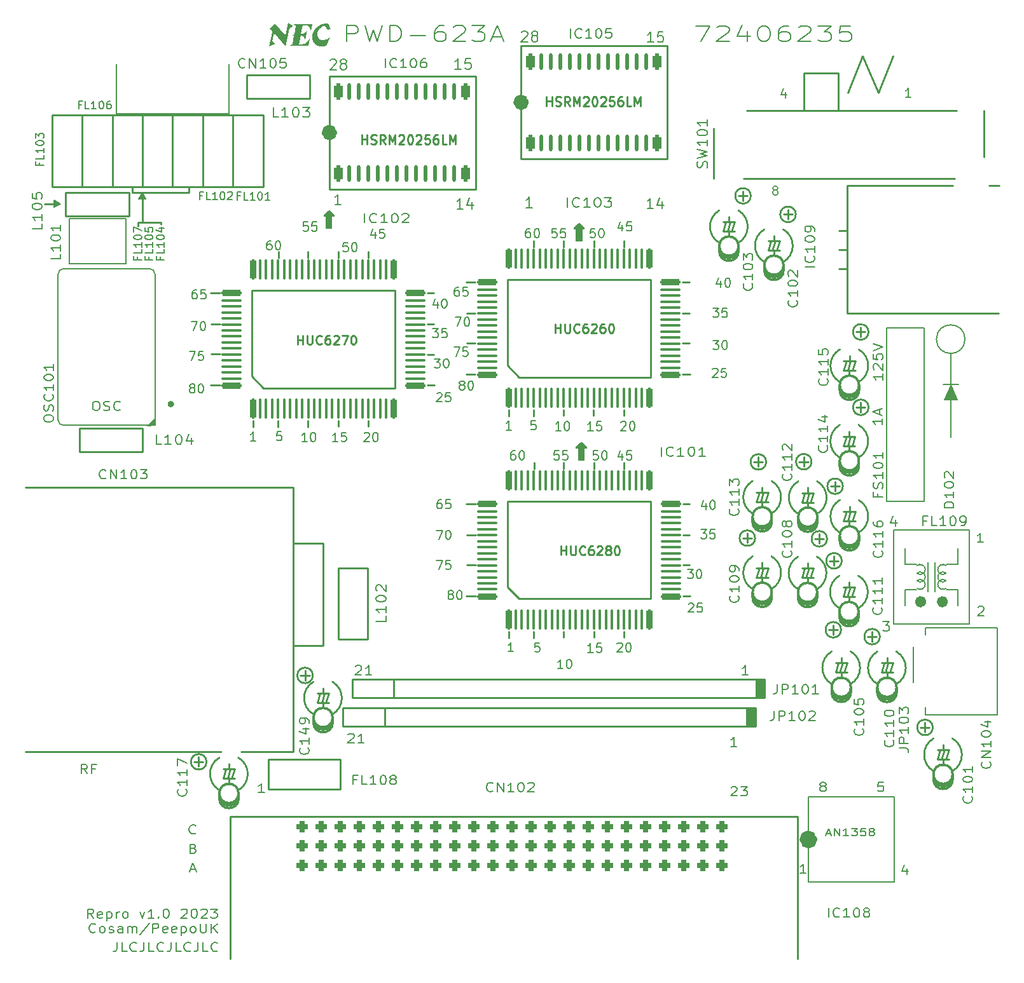
<source format=gto>
G04 #@! TF.GenerationSoftware,KiCad,Pcbnew,7.0.2-0*
G04 #@! TF.CreationDate,2023-08-18T12:02:02+02:00*
G04 #@! TF.ProjectId,PCE,5043452e-6b69-4636-9164-5f7063625858,rev?*
G04 #@! TF.SameCoordinates,Original*
G04 #@! TF.FileFunction,Legend,Top*
G04 #@! TF.FilePolarity,Positive*
%FSLAX46Y46*%
G04 Gerber Fmt 4.6, Leading zero omitted, Abs format (unit mm)*
G04 Created by KiCad (PCBNEW 7.0.2-0) date 2023-08-18 12:02:02*
%MOMM*%
%LPD*%
G01*
G04 APERTURE LIST*
G04 Aperture macros list*
%AMRoundRect*
0 Rectangle with rounded corners*
0 $1 Rounding radius*
0 $2 $3 $4 $5 $6 $7 $8 $9 X,Y pos of 4 corners*
0 Add a 4 corners polygon primitive as box body*
4,1,4,$2,$3,$4,$5,$6,$7,$8,$9,$2,$3,0*
0 Add four circle primitives for the rounded corners*
1,1,$1+$1,$2,$3*
1,1,$1+$1,$4,$5*
1,1,$1+$1,$6,$7*
1,1,$1+$1,$8,$9*
0 Add four rect primitives between the rounded corners*
20,1,$1+$1,$2,$3,$4,$5,0*
20,1,$1+$1,$4,$5,$6,$7,0*
20,1,$1+$1,$6,$7,$8,$9,0*
20,1,$1+$1,$8,$9,$2,$3,0*%
G04 Aperture macros list end*
%ADD10C,0.200000*%
%ADD11C,0.250000*%
%ADD12C,0.150000*%
%ADD13C,0.000000*%
%ADD14C,0.175000*%
%ADD15C,0.240000*%
%ADD16C,1.201136*%
%ADD17C,0.750000*%
%ADD18C,0.453113*%
%ADD19C,0.100000*%
%ADD20C,0.380000*%
%ADD21C,1.046954*%
%ADD22C,0.400000*%
%ADD23C,1.075000*%
%ADD24C,4.000000*%
%ADD25RoundRect,0.375000X-0.375000X-0.375000X0.375000X-0.375000X0.375000X0.375000X-0.375000X0.375000X0*%
%ADD26O,1.600000X2.400000*%
%ADD27C,2.000000*%
%ADD28C,1.600000*%
%ADD29C,3.500000*%
%ADD30C,3.000000*%
%ADD31O,1.700000X1.700000*%
%ADD32C,6.000000*%
%ADD33C,2.300000*%
%ADD34R,2.500000X5.000000*%
%ADD35R,4.400000X3.000000*%
%ADD36R,3.000000X5.000000*%
%ADD37C,1.500000*%
%ADD38C,1.900000*%
%ADD39RoundRect,0.207500X-0.207500X-1.181875X0.207500X-1.181875X0.207500X1.181875X-0.207500X1.181875X0*%
%ADD40RoundRect,0.103750X-0.103750X-1.285625X0.103750X-1.285625X0.103750X1.285625X-0.103750X1.285625X0*%
%ADD41RoundRect,0.207500X1.181875X-0.207500X1.181875X0.207500X-1.181875X0.207500X-1.181875X-0.207500X0*%
%ADD42RoundRect,0.103750X1.285625X-0.103750X1.285625X0.103750X-1.285625X0.103750X-1.285625X-0.103750X0*%
%ADD43RoundRect,0.285000X-0.285000X-0.793750X0.285000X-0.793750X0.285000X0.793750X-0.285000X0.793750X0*%
%ADD44RoundRect,0.142500X-0.142500X-0.936250X0.142500X-0.936250X0.142500X0.936250X-0.142500X0.936250X0*%
G04 APERTURE END LIST*
D10*
X96625000Y-81878142D02*
X96891666Y-81878142D01*
X96891666Y-81878142D02*
X97025000Y-81935285D01*
X97025000Y-81935285D02*
X97158333Y-82049571D01*
X97158333Y-82049571D02*
X97225000Y-82278142D01*
X97225000Y-82278142D02*
X97225000Y-82678142D01*
X97225000Y-82678142D02*
X97158333Y-82906714D01*
X97158333Y-82906714D02*
X97025000Y-83021000D01*
X97025000Y-83021000D02*
X96891666Y-83078142D01*
X96891666Y-83078142D02*
X96625000Y-83078142D01*
X96625000Y-83078142D02*
X96491666Y-83021000D01*
X96491666Y-83021000D02*
X96358333Y-82906714D01*
X96358333Y-82906714D02*
X96291666Y-82678142D01*
X96291666Y-82678142D02*
X96291666Y-82278142D01*
X96291666Y-82278142D02*
X96358333Y-82049571D01*
X96358333Y-82049571D02*
X96491666Y-81935285D01*
X96491666Y-81935285D02*
X96625000Y-81878142D01*
X97758333Y-83021000D02*
X97958333Y-83078142D01*
X97958333Y-83078142D02*
X98291667Y-83078142D01*
X98291667Y-83078142D02*
X98425000Y-83021000D01*
X98425000Y-83021000D02*
X98491667Y-82963857D01*
X98491667Y-82963857D02*
X98558333Y-82849571D01*
X98558333Y-82849571D02*
X98558333Y-82735285D01*
X98558333Y-82735285D02*
X98491667Y-82621000D01*
X98491667Y-82621000D02*
X98425000Y-82563857D01*
X98425000Y-82563857D02*
X98291667Y-82506714D01*
X98291667Y-82506714D02*
X98025000Y-82449571D01*
X98025000Y-82449571D02*
X97891667Y-82392428D01*
X97891667Y-82392428D02*
X97825000Y-82335285D01*
X97825000Y-82335285D02*
X97758333Y-82221000D01*
X97758333Y-82221000D02*
X97758333Y-82106714D01*
X97758333Y-82106714D02*
X97825000Y-81992428D01*
X97825000Y-81992428D02*
X97891667Y-81935285D01*
X97891667Y-81935285D02*
X98025000Y-81878142D01*
X98025000Y-81878142D02*
X98358333Y-81878142D01*
X98358333Y-81878142D02*
X98558333Y-81935285D01*
X99958333Y-82963857D02*
X99891666Y-83021000D01*
X99891666Y-83021000D02*
X99691666Y-83078142D01*
X99691666Y-83078142D02*
X99558333Y-83078142D01*
X99558333Y-83078142D02*
X99358333Y-83021000D01*
X99358333Y-83021000D02*
X99225000Y-82906714D01*
X99225000Y-82906714D02*
X99158333Y-82792428D01*
X99158333Y-82792428D02*
X99091666Y-82563857D01*
X99091666Y-82563857D02*
X99091666Y-82392428D01*
X99091666Y-82392428D02*
X99158333Y-82163857D01*
X99158333Y-82163857D02*
X99225000Y-82049571D01*
X99225000Y-82049571D02*
X99358333Y-81935285D01*
X99358333Y-81935285D02*
X99558333Y-81878142D01*
X99558333Y-81878142D02*
X99691666Y-81878142D01*
X99691666Y-81878142D02*
X99891666Y-81935285D01*
X99891666Y-81935285D02*
X99958333Y-81992428D01*
D11*
X182870000Y-53845544D02*
X182870000Y-55125544D01*
X195125000Y-92535000D02*
X195125000Y-93815000D01*
X101575000Y-53420000D02*
X101575000Y-54025000D01*
X195125000Y-93175000D02*
X195715000Y-93175000D01*
X199586256Y-82658544D02*
G75*
G03*
X199586256Y-82658544I-1034456J0D01*
G01*
X198551800Y-82658544D02*
X199141800Y-82658544D01*
X182870000Y-54485544D02*
X182250000Y-54485544D01*
X193030000Y-100180000D02*
X192410000Y-100180000D01*
X194890000Y-111660000D02*
X194890000Y-112940000D01*
D12*
X128400000Y-57100000D02*
X128400000Y-57200000D01*
X128100000Y-57200000D01*
X128100000Y-58800000D01*
X127400000Y-58800000D01*
X127400000Y-57200000D01*
X127100000Y-57200000D01*
X127100000Y-57100000D01*
X127700000Y-56500000D01*
X127800000Y-56500000D01*
X128400000Y-57100000D01*
G36*
X128400000Y-57100000D02*
G01*
X128400000Y-57200000D01*
X128100000Y-57200000D01*
X128100000Y-58800000D01*
X127400000Y-58800000D01*
X127400000Y-57200000D01*
X127100000Y-57200000D01*
X127100000Y-57100000D01*
X127700000Y-56500000D01*
X127800000Y-56500000D01*
X128400000Y-57100000D01*
G37*
D11*
X194890000Y-112300000D02*
X195480000Y-112300000D01*
X194064456Y-100180000D02*
G75*
G03*
X194064456Y-100180000I-1034456J0D01*
G01*
D12*
X162000000Y-88000000D02*
X162000000Y-88100000D01*
X161700000Y-88100000D01*
X161700000Y-89700000D01*
X161000000Y-89700000D01*
X161000000Y-88100000D01*
X160700000Y-88100000D01*
X160700000Y-88000000D01*
X161300000Y-87400000D01*
X161400000Y-87400000D01*
X162000000Y-88000000D01*
G36*
X162000000Y-88000000D02*
G01*
X162000000Y-88100000D01*
X161700000Y-88100000D01*
X161700000Y-89700000D01*
X161000000Y-89700000D01*
X161000000Y-88100000D01*
X160700000Y-88100000D01*
X160700000Y-88000000D01*
X161300000Y-87400000D01*
X161400000Y-87400000D01*
X162000000Y-88000000D01*
G37*
D11*
X184912000Y-89934456D02*
X184292000Y-89934456D01*
X198800000Y-35880000D02*
X200860000Y-40750000D01*
X188860000Y-56315544D02*
X188860000Y-57595544D01*
X200860000Y-40750000D02*
X202850000Y-35850000D01*
X110413800Y-129255600D02*
X110413800Y-130535600D01*
X125598400Y-118384400D02*
G75*
G03*
X125598400Y-118384400I-1034456J0D01*
G01*
X190957200Y-89911000D02*
X191547200Y-89911000D01*
X196014456Y-103115544D02*
G75*
G03*
X196014456Y-103115544I-1034456J0D01*
G01*
X182870000Y-54485544D02*
X183460000Y-54485544D01*
X102370000Y-58503000D02*
X102370000Y-58043000D01*
X185946456Y-89934456D02*
G75*
G03*
X185946456Y-89934456I-1034456J0D01*
G01*
X195125000Y-93175000D02*
X194505000Y-93175000D01*
X198536800Y-72618600D02*
X199126800Y-72618600D01*
X194980000Y-103115544D02*
X195570000Y-103115544D01*
X191991656Y-89911000D02*
G75*
G03*
X191991656Y-89911000I-1034456J0D01*
G01*
X200055000Y-113220000D02*
X200645000Y-113220000D01*
X184912000Y-89934456D02*
X185502000Y-89934456D01*
X194980000Y-103115544D02*
X194360000Y-103115544D01*
D12*
X103370000Y-54914800D02*
X102390000Y-54914800D01*
X102890000Y-54064800D01*
X103370000Y-54914800D01*
G36*
X103370000Y-54914800D02*
G01*
X102390000Y-54914800D01*
X102890000Y-54064800D01*
X103370000Y-54914800D01*
G37*
D11*
X198536800Y-72618600D02*
X197916800Y-72618600D01*
X198536800Y-71978600D02*
X198536800Y-73258600D01*
D13*
G36*
X127648007Y-31513257D02*
G01*
X127674007Y-31513751D01*
X127713333Y-31597849D01*
X127750836Y-31683838D01*
X127786675Y-31771555D01*
X127821008Y-31860839D01*
X127853995Y-31951527D01*
X127885795Y-32043459D01*
X127916566Y-32136472D01*
X127946466Y-32230404D01*
X127888314Y-32253576D01*
X127827844Y-32278614D01*
X127768161Y-32303990D01*
X127712369Y-32328177D01*
X127590191Y-32382489D01*
X127197108Y-31836450D01*
X127158328Y-31835306D01*
X127118826Y-31837763D01*
X127078721Y-31843660D01*
X127038134Y-31852838D01*
X126997184Y-31865138D01*
X126955991Y-31880400D01*
X126914676Y-31898465D01*
X126873358Y-31919174D01*
X126832157Y-31942368D01*
X126791193Y-31967887D01*
X126710456Y-32025262D01*
X126632106Y-32090027D01*
X126557104Y-32160905D01*
X126486407Y-32236623D01*
X126420976Y-32315906D01*
X126361771Y-32397480D01*
X126309749Y-32480070D01*
X126265872Y-32562401D01*
X126247288Y-32603071D01*
X126231099Y-32643198D01*
X126217425Y-32682624D01*
X126206388Y-32721188D01*
X126198106Y-32758732D01*
X126192699Y-32795096D01*
X126189065Y-32837317D01*
X126187330Y-32879432D01*
X126187461Y-32921369D01*
X126189429Y-32963052D01*
X126193201Y-33004410D01*
X126198747Y-33045367D01*
X126206035Y-33085851D01*
X126215034Y-33125789D01*
X126225714Y-33165105D01*
X126238042Y-33203728D01*
X126251988Y-33241584D01*
X126267521Y-33278598D01*
X126284609Y-33314698D01*
X126303221Y-33349809D01*
X126323326Y-33383859D01*
X126344893Y-33416774D01*
X126367891Y-33448479D01*
X126392288Y-33478903D01*
X126418054Y-33507970D01*
X126445156Y-33535608D01*
X126473565Y-33561743D01*
X126503249Y-33586301D01*
X126534176Y-33609210D01*
X126566315Y-33630395D01*
X126599636Y-33649782D01*
X126634108Y-33667299D01*
X126669698Y-33682871D01*
X126706375Y-33696426D01*
X126744110Y-33707890D01*
X126782870Y-33717188D01*
X126822624Y-33724248D01*
X126863341Y-33728996D01*
X126906501Y-33731500D01*
X126950075Y-33731652D01*
X126993947Y-33729599D01*
X127037998Y-33725492D01*
X127082113Y-33719478D01*
X127126173Y-33711709D01*
X127170063Y-33702331D01*
X127213665Y-33691495D01*
X127256861Y-33679350D01*
X127299536Y-33666045D01*
X127382852Y-33636549D01*
X127462676Y-33604202D01*
X127538072Y-33570195D01*
X127608103Y-33535723D01*
X127671834Y-33501976D01*
X127728329Y-33470149D01*
X127776651Y-33441434D01*
X127845033Y-33398112D01*
X127869491Y-33381550D01*
X127366479Y-34489173D01*
X127270007Y-34520747D01*
X127175202Y-34546356D01*
X127082146Y-34566170D01*
X126990924Y-34580358D01*
X126901620Y-34589089D01*
X126814317Y-34592534D01*
X126729100Y-34590861D01*
X126646052Y-34584240D01*
X126565257Y-34572840D01*
X126486800Y-34556831D01*
X126410763Y-34536382D01*
X126337232Y-34511664D01*
X126266290Y-34482844D01*
X126198021Y-34450094D01*
X126132509Y-34413581D01*
X126069837Y-34373477D01*
X126010091Y-34329949D01*
X125953352Y-34283169D01*
X125899707Y-34233304D01*
X125849238Y-34180525D01*
X125802030Y-34125002D01*
X125758166Y-34066903D01*
X125717730Y-34006398D01*
X125680807Y-33943656D01*
X125647480Y-33878848D01*
X125617833Y-33812142D01*
X125591950Y-33743708D01*
X125569915Y-33673716D01*
X125551811Y-33602334D01*
X125537724Y-33529733D01*
X125527737Y-33456082D01*
X125521933Y-33381550D01*
X125519634Y-33272261D01*
X125523542Y-33166008D01*
X125533466Y-33062818D01*
X125549212Y-32962714D01*
X125570587Y-32865721D01*
X125597398Y-32771864D01*
X125629451Y-32681168D01*
X125666555Y-32593658D01*
X125708516Y-32509358D01*
X125755140Y-32428293D01*
X125806235Y-32350488D01*
X125861609Y-32275968D01*
X125921067Y-32204757D01*
X125984417Y-32136881D01*
X126051465Y-32072363D01*
X126122020Y-32011230D01*
X126195887Y-31953505D01*
X126272874Y-31899213D01*
X126352787Y-31848379D01*
X126435435Y-31801028D01*
X126608158Y-31716875D01*
X126789500Y-31646950D01*
X126977917Y-31591452D01*
X127171864Y-31550579D01*
X127369796Y-31524530D01*
X127570171Y-31513502D01*
X127596100Y-31513156D01*
X127622042Y-31513067D01*
X127648007Y-31513257D01*
G37*
D11*
X189894456Y-56955544D02*
G75*
G03*
X189894456Y-56955544I-1034456J0D01*
G01*
X198551800Y-82658544D02*
X197931800Y-82658544D01*
X110413800Y-129895600D02*
X111003800Y-129895600D01*
X190957200Y-89911000D02*
X190337200Y-89911000D01*
X183440000Y-100085544D02*
X182820000Y-100085544D01*
X196850000Y-40790000D02*
X198800000Y-35880000D01*
X183440000Y-99445544D02*
X183440000Y-100725544D01*
X201089456Y-113220000D02*
G75*
G03*
X201089456Y-113220000I-1034456J0D01*
G01*
X91105200Y-55524400D02*
X89865200Y-55524400D01*
X194890000Y-112300000D02*
X194270000Y-112300000D01*
X200055000Y-113220000D02*
X199435000Y-113220000D01*
D12*
X91975000Y-55525000D02*
X91125000Y-56005000D01*
X91125000Y-55025000D01*
X91975000Y-55525000D01*
G36*
X91975000Y-55525000D02*
G01*
X91125000Y-56005000D01*
X91125000Y-55025000D01*
X91975000Y-55525000D01*
G37*
D11*
X124563944Y-118384400D02*
X123943944Y-118384400D01*
X193030000Y-100180000D02*
X193620000Y-100180000D01*
X184474456Y-100085544D02*
G75*
G03*
X184474456Y-100085544I-1034456J0D01*
G01*
X124563944Y-118384400D02*
X125153944Y-118384400D01*
X207095000Y-125310000D02*
X206475000Y-125310000D01*
X124563944Y-117744400D02*
X124563944Y-119024400D01*
X199571256Y-72618600D02*
G75*
G03*
X199571256Y-72618600I-1034456J0D01*
G01*
D12*
X161700000Y-58800000D02*
X161700000Y-58900000D01*
X161400000Y-58900000D01*
X161400000Y-60500000D01*
X160700000Y-60500000D01*
X160700000Y-58900000D01*
X160400000Y-58900000D01*
X160400000Y-58800000D01*
X161000000Y-58200000D01*
X161100000Y-58200000D01*
X161700000Y-58800000D01*
G36*
X161700000Y-58800000D02*
G01*
X161700000Y-58900000D01*
X161400000Y-58900000D01*
X161400000Y-60500000D01*
X160700000Y-60500000D01*
X160700000Y-58900000D01*
X160400000Y-58900000D01*
X160400000Y-58800000D01*
X161000000Y-58200000D01*
X161100000Y-58200000D01*
X161700000Y-58800000D01*
G37*
D11*
X207095000Y-125310000D02*
X207685000Y-125310000D01*
X188860000Y-56955544D02*
X189450000Y-56955544D01*
X183904456Y-54485544D02*
G75*
G03*
X183904456Y-54485544I-1034456J0D01*
G01*
D13*
G36*
X125347714Y-32528357D02*
G01*
X125331787Y-32446705D01*
X125309122Y-32358859D01*
X125293310Y-32307329D01*
X125274205Y-32252306D01*
X125251578Y-32194977D01*
X125225199Y-32136526D01*
X125194839Y-32078138D01*
X125160267Y-32020998D01*
X125121255Y-31966291D01*
X125100011Y-31940220D01*
X125077571Y-31915201D01*
X125053906Y-31891384D01*
X125028987Y-31868915D01*
X125002786Y-31847943D01*
X124975273Y-31828616D01*
X124959876Y-31822492D01*
X124941497Y-31817184D01*
X124894789Y-31808784D01*
X124833140Y-31802951D01*
X124754544Y-31799222D01*
X124656992Y-31797131D01*
X124538475Y-31796212D01*
X124230516Y-31796035D01*
X124042990Y-32902290D01*
X124078900Y-32908777D01*
X124114969Y-32911558D01*
X124151112Y-32910862D01*
X124187243Y-32906919D01*
X124223278Y-32899957D01*
X124259131Y-32890208D01*
X124294717Y-32877899D01*
X124329951Y-32863262D01*
X124364747Y-32846525D01*
X124399021Y-32827918D01*
X124432687Y-32807671D01*
X124465660Y-32786012D01*
X124497855Y-32763173D01*
X124529187Y-32739381D01*
X124588920Y-32689862D01*
X124644178Y-32639290D01*
X124694279Y-32589503D01*
X124738542Y-32542336D01*
X124776285Y-32499627D01*
X124829486Y-32434928D01*
X124848431Y-32410096D01*
X124604822Y-33696540D01*
X124597485Y-33671555D01*
X124574155Y-33605849D01*
X124555873Y-33562062D01*
X124532851Y-33513297D01*
X124504839Y-33461290D01*
X124471592Y-33407774D01*
X124452927Y-33380993D01*
X124432861Y-33354484D01*
X124411362Y-33328466D01*
X124388398Y-33303155D01*
X124363941Y-33278767D01*
X124337957Y-33255520D01*
X124310417Y-33233629D01*
X124281289Y-33213313D01*
X124250543Y-33194788D01*
X124218148Y-33178270D01*
X124184072Y-33163977D01*
X124148285Y-33152125D01*
X124110755Y-33142931D01*
X124071452Y-33136612D01*
X124030346Y-33133384D01*
X123987404Y-33133464D01*
X123779732Y-34277771D01*
X124004464Y-34277366D01*
X124095600Y-34276660D01*
X124174287Y-34275441D01*
X124241803Y-34273576D01*
X124299426Y-34270931D01*
X124324928Y-34269275D01*
X124348436Y-34267374D01*
X124370109Y-34265211D01*
X124390109Y-34262771D01*
X124408594Y-34260035D01*
X124425724Y-34256989D01*
X124441660Y-34253614D01*
X124456560Y-34249895D01*
X124470585Y-34245814D01*
X124483894Y-34241355D01*
X124496648Y-34236502D01*
X124509005Y-34231237D01*
X124521126Y-34225545D01*
X124533171Y-34219408D01*
X124557670Y-34205734D01*
X124612781Y-34172318D01*
X124644904Y-34149838D01*
X124681169Y-34119591D01*
X124720741Y-34082736D01*
X124762786Y-34040435D01*
X124806471Y-33993847D01*
X124850962Y-33944133D01*
X124895424Y-33892453D01*
X124939023Y-33839967D01*
X125020300Y-33737216D01*
X125056309Y-33689273D01*
X125088120Y-33645164D01*
X125114899Y-33606050D01*
X125135812Y-33573091D01*
X125150026Y-33547447D01*
X125156705Y-33530278D01*
X125005367Y-34489049D01*
X122537061Y-34489049D01*
X122539415Y-34477404D01*
X122543006Y-34466397D01*
X122547769Y-34455993D01*
X122553639Y-34446163D01*
X122560551Y-34436873D01*
X122568440Y-34428093D01*
X122577240Y-34419791D01*
X122586888Y-34411933D01*
X122597317Y-34404490D01*
X122608464Y-34397429D01*
X122632646Y-34384326D01*
X122658916Y-34372370D01*
X122686752Y-34361306D01*
X122803357Y-34320891D01*
X122831223Y-34310475D01*
X122857533Y-34299427D01*
X122881768Y-34287491D01*
X122903408Y-34274413D01*
X123105359Y-33161443D01*
X123103329Y-33152648D01*
X123100311Y-33144873D01*
X123096367Y-33138052D01*
X123091557Y-33132121D01*
X123085942Y-33127013D01*
X123079585Y-33122665D01*
X123072547Y-33119009D01*
X123064888Y-33115982D01*
X123056670Y-33113518D01*
X123047954Y-33111552D01*
X123029274Y-33108853D01*
X123009338Y-33107361D01*
X122988637Y-33106557D01*
X122946899Y-33104919D01*
X122926842Y-33103043D01*
X122917231Y-33101612D01*
X122907980Y-33099766D01*
X122899150Y-33097439D01*
X122890803Y-33094566D01*
X122883000Y-33091081D01*
X122875802Y-33086921D01*
X122869271Y-33082018D01*
X122863467Y-33076309D01*
X122858452Y-33069728D01*
X122854288Y-33062209D01*
X122857892Y-33054064D01*
X122862395Y-33046757D01*
X122867742Y-33040236D01*
X122873878Y-33034450D01*
X122880746Y-33029350D01*
X122888293Y-33024884D01*
X122896461Y-33021000D01*
X122905197Y-33017649D01*
X122914445Y-33014780D01*
X122924149Y-33012341D01*
X122944704Y-33008551D01*
X122966420Y-33005874D01*
X122988855Y-33003902D01*
X123034107Y-33000448D01*
X123056040Y-32998153D01*
X123076919Y-32994935D01*
X123096302Y-32990390D01*
X123105295Y-32987492D01*
X123113747Y-32984109D01*
X123121604Y-32980191D01*
X123128810Y-32975686D01*
X123135310Y-32970545D01*
X123141049Y-32964715D01*
X123345860Y-31835455D01*
X123341845Y-31827570D01*
X123336711Y-31819922D01*
X123330538Y-31812488D01*
X123323410Y-31805250D01*
X123315407Y-31798188D01*
X123306612Y-31791281D01*
X123286970Y-31777854D01*
X123265140Y-31764807D01*
X123241775Y-31751982D01*
X123193060Y-31726350D01*
X123169017Y-31713223D01*
X123146058Y-31699675D01*
X123124835Y-31685545D01*
X123115080Y-31678211D01*
X123106004Y-31670672D01*
X123097690Y-31662907D01*
X123090219Y-31654897D01*
X123083673Y-31646621D01*
X123078133Y-31638059D01*
X123073682Y-31629190D01*
X123070402Y-31619996D01*
X123068374Y-31610456D01*
X123067680Y-31600551D01*
X125509624Y-31600551D01*
X125347714Y-32528357D01*
G37*
D11*
X101575000Y-54025000D02*
X109125000Y-54025000D01*
X193030000Y-99540000D02*
X193030000Y-100820000D01*
X110413800Y-129895600D02*
X109793800Y-129895600D01*
X109125000Y-54025000D02*
X109125000Y-53410000D01*
D13*
G36*
X123030000Y-31875000D02*
G01*
X122490428Y-32193222D01*
X122001219Y-34577589D01*
X120423537Y-32802060D01*
X120207410Y-33901475D01*
X120591291Y-34218081D01*
X119784606Y-34577589D01*
X120176570Y-32720732D01*
X120179883Y-32694966D01*
X120181858Y-32670250D01*
X120182541Y-32646559D01*
X120181980Y-32623866D01*
X120180223Y-32602144D01*
X120177317Y-32581367D01*
X120173310Y-32561508D01*
X120168250Y-32542541D01*
X120162184Y-32524438D01*
X120155159Y-32507173D01*
X120147224Y-32490721D01*
X120138426Y-32475053D01*
X120128812Y-32460144D01*
X120118430Y-32445967D01*
X120107328Y-32432495D01*
X120095553Y-32419702D01*
X120083153Y-32407561D01*
X120070175Y-32396045D01*
X120056668Y-32385129D01*
X120042678Y-32374785D01*
X120013441Y-32355707D01*
X119982845Y-32338600D01*
X119951272Y-32323250D01*
X119919102Y-32309445D01*
X119886715Y-32296971D01*
X119854492Y-32285617D01*
X120545653Y-31489253D01*
X122000348Y-33114065D01*
X122355130Y-31460154D01*
X123030000Y-31875000D01*
G37*
D11*
X195924456Y-112300000D02*
G75*
G03*
X195924456Y-112300000I-1034456J0D01*
G01*
X190957200Y-89271000D02*
X190957200Y-90551000D01*
X198551800Y-82018544D02*
X198551800Y-83298544D01*
X188860000Y-56955544D02*
X188240000Y-56955544D01*
X196159456Y-93175000D02*
G75*
G03*
X196159456Y-93175000I-1034456J0D01*
G01*
X200055000Y-112580000D02*
X200055000Y-113860000D01*
X184912000Y-89294456D02*
X184912000Y-90574456D01*
X102370000Y-58043000D02*
X105390000Y-58043000D01*
X208129456Y-125310000D02*
G75*
G03*
X208129456Y-125310000I-1034456J0D01*
G01*
X194980000Y-102475544D02*
X194980000Y-103755544D01*
X105390000Y-58043000D02*
X105390000Y-58293000D01*
X207095000Y-124670000D02*
X207095000Y-125950000D01*
X102890000Y-58039000D02*
X102890000Y-54230000D01*
X183440000Y-100085544D02*
X184030000Y-100085544D01*
X111448256Y-129895600D02*
G75*
G03*
X111448256Y-129895600I-1034456J0D01*
G01*
D10*
X201446823Y-78181333D02*
X201446823Y-78981333D01*
X201446823Y-78581333D02*
X200196823Y-78581333D01*
X200196823Y-78581333D02*
X200375395Y-78714666D01*
X200375395Y-78714666D02*
X200494442Y-78848000D01*
X200494442Y-78848000D02*
X200553966Y-78981333D01*
X200315871Y-77648000D02*
X200256347Y-77581333D01*
X200256347Y-77581333D02*
X200196823Y-77448000D01*
X200196823Y-77448000D02*
X200196823Y-77114667D01*
X200196823Y-77114667D02*
X200256347Y-76981333D01*
X200256347Y-76981333D02*
X200315871Y-76914667D01*
X200315871Y-76914667D02*
X200434919Y-76848000D01*
X200434919Y-76848000D02*
X200553966Y-76848000D01*
X200553966Y-76848000D02*
X200732538Y-76914667D01*
X200732538Y-76914667D02*
X201446823Y-77714667D01*
X201446823Y-77714667D02*
X201446823Y-76848000D01*
X200196823Y-75581334D02*
X200196823Y-76248000D01*
X200196823Y-76248000D02*
X200792061Y-76314667D01*
X200792061Y-76314667D02*
X200732538Y-76248000D01*
X200732538Y-76248000D02*
X200673014Y-76114667D01*
X200673014Y-76114667D02*
X200673014Y-75781334D01*
X200673014Y-75781334D02*
X200732538Y-75648000D01*
X200732538Y-75648000D02*
X200792061Y-75581334D01*
X200792061Y-75581334D02*
X200911109Y-75514667D01*
X200911109Y-75514667D02*
X201208728Y-75514667D01*
X201208728Y-75514667D02*
X201327776Y-75581334D01*
X201327776Y-75581334D02*
X201387300Y-75648000D01*
X201387300Y-75648000D02*
X201446823Y-75781334D01*
X201446823Y-75781334D02*
X201446823Y-76114667D01*
X201446823Y-76114667D02*
X201387300Y-76248000D01*
X201387300Y-76248000D02*
X201327776Y-76314667D01*
X200196823Y-75114667D02*
X201446823Y-74648001D01*
X201446823Y-74648001D02*
X200196823Y-74181334D01*
X176557142Y-31818000D02*
X178457142Y-31818000D01*
X178457142Y-31818000D02*
X177235714Y-33918000D01*
X179407143Y-32018000D02*
X179542857Y-31918000D01*
X179542857Y-31918000D02*
X179814286Y-31818000D01*
X179814286Y-31818000D02*
X180492857Y-31818000D01*
X180492857Y-31818000D02*
X180764286Y-31918000D01*
X180764286Y-31918000D02*
X180900000Y-32018000D01*
X180900000Y-32018000D02*
X181035714Y-32218000D01*
X181035714Y-32218000D02*
X181035714Y-32418000D01*
X181035714Y-32418000D02*
X180900000Y-32718000D01*
X180900000Y-32718000D02*
X179271428Y-33918000D01*
X179271428Y-33918000D02*
X181035714Y-33918000D01*
X183478572Y-32518000D02*
X183478572Y-33918000D01*
X182800000Y-31718000D02*
X182121429Y-33218000D01*
X182121429Y-33218000D02*
X183885714Y-33218000D01*
X185514286Y-31818000D02*
X185785715Y-31818000D01*
X185785715Y-31818000D02*
X186057143Y-31918000D01*
X186057143Y-31918000D02*
X186192858Y-32018000D01*
X186192858Y-32018000D02*
X186328572Y-32218000D01*
X186328572Y-32218000D02*
X186464286Y-32618000D01*
X186464286Y-32618000D02*
X186464286Y-33118000D01*
X186464286Y-33118000D02*
X186328572Y-33518000D01*
X186328572Y-33518000D02*
X186192858Y-33718000D01*
X186192858Y-33718000D02*
X186057143Y-33818000D01*
X186057143Y-33818000D02*
X185785715Y-33918000D01*
X185785715Y-33918000D02*
X185514286Y-33918000D01*
X185514286Y-33918000D02*
X185242858Y-33818000D01*
X185242858Y-33818000D02*
X185107143Y-33718000D01*
X185107143Y-33718000D02*
X184971429Y-33518000D01*
X184971429Y-33518000D02*
X184835715Y-33118000D01*
X184835715Y-33118000D02*
X184835715Y-32618000D01*
X184835715Y-32618000D02*
X184971429Y-32218000D01*
X184971429Y-32218000D02*
X185107143Y-32018000D01*
X185107143Y-32018000D02*
X185242858Y-31918000D01*
X185242858Y-31918000D02*
X185514286Y-31818000D01*
X188907144Y-31818000D02*
X188364286Y-31818000D01*
X188364286Y-31818000D02*
X188092858Y-31918000D01*
X188092858Y-31918000D02*
X187957144Y-32018000D01*
X187957144Y-32018000D02*
X187685715Y-32318000D01*
X187685715Y-32318000D02*
X187550001Y-32718000D01*
X187550001Y-32718000D02*
X187550001Y-33518000D01*
X187550001Y-33518000D02*
X187685715Y-33718000D01*
X187685715Y-33718000D02*
X187821429Y-33818000D01*
X187821429Y-33818000D02*
X188092858Y-33918000D01*
X188092858Y-33918000D02*
X188635715Y-33918000D01*
X188635715Y-33918000D02*
X188907144Y-33818000D01*
X188907144Y-33818000D02*
X189042858Y-33718000D01*
X189042858Y-33718000D02*
X189178572Y-33518000D01*
X189178572Y-33518000D02*
X189178572Y-33018000D01*
X189178572Y-33018000D02*
X189042858Y-32818000D01*
X189042858Y-32818000D02*
X188907144Y-32718000D01*
X188907144Y-32718000D02*
X188635715Y-32618000D01*
X188635715Y-32618000D02*
X188092858Y-32618000D01*
X188092858Y-32618000D02*
X187821429Y-32718000D01*
X187821429Y-32718000D02*
X187685715Y-32818000D01*
X187685715Y-32818000D02*
X187550001Y-33018000D01*
X190264287Y-32018000D02*
X190400001Y-31918000D01*
X190400001Y-31918000D02*
X190671430Y-31818000D01*
X190671430Y-31818000D02*
X191350001Y-31818000D01*
X191350001Y-31818000D02*
X191621430Y-31918000D01*
X191621430Y-31918000D02*
X191757144Y-32018000D01*
X191757144Y-32018000D02*
X191892858Y-32218000D01*
X191892858Y-32218000D02*
X191892858Y-32418000D01*
X191892858Y-32418000D02*
X191757144Y-32718000D01*
X191757144Y-32718000D02*
X190128572Y-33918000D01*
X190128572Y-33918000D02*
X191892858Y-33918000D01*
X192842858Y-31818000D02*
X194607144Y-31818000D01*
X194607144Y-31818000D02*
X193657144Y-32618000D01*
X193657144Y-32618000D02*
X194064287Y-32618000D01*
X194064287Y-32618000D02*
X194335716Y-32718000D01*
X194335716Y-32718000D02*
X194471430Y-32818000D01*
X194471430Y-32818000D02*
X194607144Y-33018000D01*
X194607144Y-33018000D02*
X194607144Y-33518000D01*
X194607144Y-33518000D02*
X194471430Y-33718000D01*
X194471430Y-33718000D02*
X194335716Y-33818000D01*
X194335716Y-33818000D02*
X194064287Y-33918000D01*
X194064287Y-33918000D02*
X193250001Y-33918000D01*
X193250001Y-33918000D02*
X192978573Y-33818000D01*
X192978573Y-33818000D02*
X192842858Y-33718000D01*
X197185716Y-31818000D02*
X195828573Y-31818000D01*
X195828573Y-31818000D02*
X195692859Y-32818000D01*
X195692859Y-32818000D02*
X195828573Y-32718000D01*
X195828573Y-32718000D02*
X196100002Y-32618000D01*
X196100002Y-32618000D02*
X196778573Y-32618000D01*
X196778573Y-32618000D02*
X197050002Y-32718000D01*
X197050002Y-32718000D02*
X197185716Y-32818000D01*
X197185716Y-32818000D02*
X197321430Y-33018000D01*
X197321430Y-33018000D02*
X197321430Y-33518000D01*
X197321430Y-33518000D02*
X197185716Y-33718000D01*
X197185716Y-33718000D02*
X197050002Y-33818000D01*
X197050002Y-33818000D02*
X196778573Y-33918000D01*
X196778573Y-33918000D02*
X196100002Y-33918000D01*
X196100002Y-33918000D02*
X195828573Y-33818000D01*
X195828573Y-33818000D02*
X195692859Y-33718000D01*
X201370623Y-84150333D02*
X201370623Y-84950333D01*
X201370623Y-84550333D02*
X200120623Y-84550333D01*
X200120623Y-84550333D02*
X200299195Y-84683666D01*
X200299195Y-84683666D02*
X200418242Y-84817000D01*
X200418242Y-84817000D02*
X200477766Y-84950333D01*
X201013480Y-83617000D02*
X201013480Y-82950333D01*
X201370623Y-83750333D02*
X200120623Y-83283667D01*
X200120623Y-83283667D02*
X201370623Y-82817000D01*
D12*
X187057142Y-53707428D02*
X186942857Y-53650285D01*
X186942857Y-53650285D02*
X186885714Y-53593142D01*
X186885714Y-53593142D02*
X186828571Y-53478857D01*
X186828571Y-53478857D02*
X186828571Y-53421714D01*
X186828571Y-53421714D02*
X186885714Y-53307428D01*
X186885714Y-53307428D02*
X186942857Y-53250285D01*
X186942857Y-53250285D02*
X187057142Y-53193142D01*
X187057142Y-53193142D02*
X187285714Y-53193142D01*
X187285714Y-53193142D02*
X187400000Y-53250285D01*
X187400000Y-53250285D02*
X187457142Y-53307428D01*
X187457142Y-53307428D02*
X187514285Y-53421714D01*
X187514285Y-53421714D02*
X187514285Y-53478857D01*
X187514285Y-53478857D02*
X187457142Y-53593142D01*
X187457142Y-53593142D02*
X187400000Y-53650285D01*
X187400000Y-53650285D02*
X187285714Y-53707428D01*
X187285714Y-53707428D02*
X187057142Y-53707428D01*
X187057142Y-53707428D02*
X186942857Y-53764571D01*
X186942857Y-53764571D02*
X186885714Y-53821714D01*
X186885714Y-53821714D02*
X186828571Y-53936000D01*
X186828571Y-53936000D02*
X186828571Y-54164571D01*
X186828571Y-54164571D02*
X186885714Y-54278857D01*
X186885714Y-54278857D02*
X186942857Y-54336000D01*
X186942857Y-54336000D02*
X187057142Y-54393142D01*
X187057142Y-54393142D02*
X187285714Y-54393142D01*
X187285714Y-54393142D02*
X187400000Y-54336000D01*
X187400000Y-54336000D02*
X187457142Y-54278857D01*
X187457142Y-54278857D02*
X187514285Y-54164571D01*
X187514285Y-54164571D02*
X187514285Y-53936000D01*
X187514285Y-53936000D02*
X187457142Y-53821714D01*
X187457142Y-53821714D02*
X187400000Y-53764571D01*
X187400000Y-53764571D02*
X187285714Y-53707428D01*
D14*
X193953571Y-139466904D02*
X194525000Y-139466904D01*
X193839285Y-139752619D02*
X194239285Y-138752619D01*
X194239285Y-138752619D02*
X194639285Y-139752619D01*
X195039285Y-139752619D02*
X195039285Y-138752619D01*
X195039285Y-138752619D02*
X195724999Y-139752619D01*
X195724999Y-139752619D02*
X195724999Y-138752619D01*
X196924999Y-139752619D02*
X196239285Y-139752619D01*
X196582142Y-139752619D02*
X196582142Y-138752619D01*
X196582142Y-138752619D02*
X196467856Y-138895476D01*
X196467856Y-138895476D02*
X196353571Y-138990714D01*
X196353571Y-138990714D02*
X196239285Y-139038333D01*
X197324999Y-138752619D02*
X198067856Y-138752619D01*
X198067856Y-138752619D02*
X197667856Y-139133571D01*
X197667856Y-139133571D02*
X197839285Y-139133571D01*
X197839285Y-139133571D02*
X197953571Y-139181190D01*
X197953571Y-139181190D02*
X198010713Y-139228809D01*
X198010713Y-139228809D02*
X198067856Y-139324047D01*
X198067856Y-139324047D02*
X198067856Y-139562142D01*
X198067856Y-139562142D02*
X198010713Y-139657380D01*
X198010713Y-139657380D02*
X197953571Y-139705000D01*
X197953571Y-139705000D02*
X197839285Y-139752619D01*
X197839285Y-139752619D02*
X197496428Y-139752619D01*
X197496428Y-139752619D02*
X197382142Y-139705000D01*
X197382142Y-139705000D02*
X197324999Y-139657380D01*
X199153570Y-138752619D02*
X198582142Y-138752619D01*
X198582142Y-138752619D02*
X198524999Y-139228809D01*
X198524999Y-139228809D02*
X198582142Y-139181190D01*
X198582142Y-139181190D02*
X198696428Y-139133571D01*
X198696428Y-139133571D02*
X198982142Y-139133571D01*
X198982142Y-139133571D02*
X199096428Y-139181190D01*
X199096428Y-139181190D02*
X199153570Y-139228809D01*
X199153570Y-139228809D02*
X199210713Y-139324047D01*
X199210713Y-139324047D02*
X199210713Y-139562142D01*
X199210713Y-139562142D02*
X199153570Y-139657380D01*
X199153570Y-139657380D02*
X199096428Y-139705000D01*
X199096428Y-139705000D02*
X198982142Y-139752619D01*
X198982142Y-139752619D02*
X198696428Y-139752619D01*
X198696428Y-139752619D02*
X198582142Y-139705000D01*
X198582142Y-139705000D02*
X198524999Y-139657380D01*
X199896427Y-139181190D02*
X199782142Y-139133571D01*
X199782142Y-139133571D02*
X199724999Y-139085952D01*
X199724999Y-139085952D02*
X199667856Y-138990714D01*
X199667856Y-138990714D02*
X199667856Y-138943095D01*
X199667856Y-138943095D02*
X199724999Y-138847857D01*
X199724999Y-138847857D02*
X199782142Y-138800238D01*
X199782142Y-138800238D02*
X199896427Y-138752619D01*
X199896427Y-138752619D02*
X200124999Y-138752619D01*
X200124999Y-138752619D02*
X200239285Y-138800238D01*
X200239285Y-138800238D02*
X200296427Y-138847857D01*
X200296427Y-138847857D02*
X200353570Y-138943095D01*
X200353570Y-138943095D02*
X200353570Y-138990714D01*
X200353570Y-138990714D02*
X200296427Y-139085952D01*
X200296427Y-139085952D02*
X200239285Y-139133571D01*
X200239285Y-139133571D02*
X200124999Y-139181190D01*
X200124999Y-139181190D02*
X199896427Y-139181190D01*
X199896427Y-139181190D02*
X199782142Y-139228809D01*
X199782142Y-139228809D02*
X199724999Y-139276428D01*
X199724999Y-139276428D02*
X199667856Y-139371666D01*
X199667856Y-139371666D02*
X199667856Y-139562142D01*
X199667856Y-139562142D02*
X199724999Y-139657380D01*
X199724999Y-139657380D02*
X199782142Y-139705000D01*
X199782142Y-139705000D02*
X199896427Y-139752619D01*
X199896427Y-139752619D02*
X200124999Y-139752619D01*
X200124999Y-139752619D02*
X200239285Y-139705000D01*
X200239285Y-139705000D02*
X200296427Y-139657380D01*
X200296427Y-139657380D02*
X200353570Y-139562142D01*
X200353570Y-139562142D02*
X200353570Y-139371666D01*
X200353570Y-139371666D02*
X200296427Y-139276428D01*
X200296427Y-139276428D02*
X200239285Y-139228809D01*
X200239285Y-139228809D02*
X200124999Y-139181190D01*
D12*
X205204285Y-41313142D02*
X204518571Y-41313142D01*
X204861428Y-41313142D02*
X204861428Y-40113142D01*
X204861428Y-40113142D02*
X204747142Y-40284571D01*
X204747142Y-40284571D02*
X204632857Y-40398857D01*
X204632857Y-40398857D02*
X204518571Y-40456000D01*
X188540000Y-40643142D02*
X188540000Y-41443142D01*
X188254285Y-40186000D02*
X187968571Y-41043142D01*
X187968571Y-41043142D02*
X188711428Y-41043142D01*
D10*
X96416666Y-150709142D02*
X95949999Y-150137714D01*
X95616666Y-150709142D02*
X95616666Y-149509142D01*
X95616666Y-149509142D02*
X96149999Y-149509142D01*
X96149999Y-149509142D02*
X96283333Y-149566285D01*
X96283333Y-149566285D02*
X96349999Y-149623428D01*
X96349999Y-149623428D02*
X96416666Y-149737714D01*
X96416666Y-149737714D02*
X96416666Y-149909142D01*
X96416666Y-149909142D02*
X96349999Y-150023428D01*
X96349999Y-150023428D02*
X96283333Y-150080571D01*
X96283333Y-150080571D02*
X96149999Y-150137714D01*
X96149999Y-150137714D02*
X95616666Y-150137714D01*
X97549999Y-150652000D02*
X97416666Y-150709142D01*
X97416666Y-150709142D02*
X97149999Y-150709142D01*
X97149999Y-150709142D02*
X97016666Y-150652000D01*
X97016666Y-150652000D02*
X96949999Y-150537714D01*
X96949999Y-150537714D02*
X96949999Y-150080571D01*
X96949999Y-150080571D02*
X97016666Y-149966285D01*
X97016666Y-149966285D02*
X97149999Y-149909142D01*
X97149999Y-149909142D02*
X97416666Y-149909142D01*
X97416666Y-149909142D02*
X97549999Y-149966285D01*
X97549999Y-149966285D02*
X97616666Y-150080571D01*
X97616666Y-150080571D02*
X97616666Y-150194857D01*
X97616666Y-150194857D02*
X96949999Y-150309142D01*
X98216666Y-149909142D02*
X98216666Y-151109142D01*
X98216666Y-149966285D02*
X98349999Y-149909142D01*
X98349999Y-149909142D02*
X98616666Y-149909142D01*
X98616666Y-149909142D02*
X98749999Y-149966285D01*
X98749999Y-149966285D02*
X98816666Y-150023428D01*
X98816666Y-150023428D02*
X98883333Y-150137714D01*
X98883333Y-150137714D02*
X98883333Y-150480571D01*
X98883333Y-150480571D02*
X98816666Y-150594857D01*
X98816666Y-150594857D02*
X98749999Y-150652000D01*
X98749999Y-150652000D02*
X98616666Y-150709142D01*
X98616666Y-150709142D02*
X98349999Y-150709142D01*
X98349999Y-150709142D02*
X98216666Y-150652000D01*
X99483333Y-150709142D02*
X99483333Y-149909142D01*
X99483333Y-150137714D02*
X99550000Y-150023428D01*
X99550000Y-150023428D02*
X99616666Y-149966285D01*
X99616666Y-149966285D02*
X99750000Y-149909142D01*
X99750000Y-149909142D02*
X99883333Y-149909142D01*
X100550000Y-150709142D02*
X100416667Y-150652000D01*
X100416667Y-150652000D02*
X100350000Y-150594857D01*
X100350000Y-150594857D02*
X100283333Y-150480571D01*
X100283333Y-150480571D02*
X100283333Y-150137714D01*
X100283333Y-150137714D02*
X100350000Y-150023428D01*
X100350000Y-150023428D02*
X100416667Y-149966285D01*
X100416667Y-149966285D02*
X100550000Y-149909142D01*
X100550000Y-149909142D02*
X100750000Y-149909142D01*
X100750000Y-149909142D02*
X100883333Y-149966285D01*
X100883333Y-149966285D02*
X100950000Y-150023428D01*
X100950000Y-150023428D02*
X101016667Y-150137714D01*
X101016667Y-150137714D02*
X101016667Y-150480571D01*
X101016667Y-150480571D02*
X100950000Y-150594857D01*
X100950000Y-150594857D02*
X100883333Y-150652000D01*
X100883333Y-150652000D02*
X100750000Y-150709142D01*
X100750000Y-150709142D02*
X100550000Y-150709142D01*
X102550001Y-149909142D02*
X102883334Y-150709142D01*
X102883334Y-150709142D02*
X103216667Y-149909142D01*
X104483334Y-150709142D02*
X103683334Y-150709142D01*
X104083334Y-150709142D02*
X104083334Y-149509142D01*
X104083334Y-149509142D02*
X103950001Y-149680571D01*
X103950001Y-149680571D02*
X103816668Y-149794857D01*
X103816668Y-149794857D02*
X103683334Y-149852000D01*
X105083334Y-150594857D02*
X105150001Y-150652000D01*
X105150001Y-150652000D02*
X105083334Y-150709142D01*
X105083334Y-150709142D02*
X105016667Y-150652000D01*
X105016667Y-150652000D02*
X105083334Y-150594857D01*
X105083334Y-150594857D02*
X105083334Y-150709142D01*
X106016668Y-149509142D02*
X106150001Y-149509142D01*
X106150001Y-149509142D02*
X106283334Y-149566285D01*
X106283334Y-149566285D02*
X106350001Y-149623428D01*
X106350001Y-149623428D02*
X106416668Y-149737714D01*
X106416668Y-149737714D02*
X106483334Y-149966285D01*
X106483334Y-149966285D02*
X106483334Y-150252000D01*
X106483334Y-150252000D02*
X106416668Y-150480571D01*
X106416668Y-150480571D02*
X106350001Y-150594857D01*
X106350001Y-150594857D02*
X106283334Y-150652000D01*
X106283334Y-150652000D02*
X106150001Y-150709142D01*
X106150001Y-150709142D02*
X106016668Y-150709142D01*
X106016668Y-150709142D02*
X105883334Y-150652000D01*
X105883334Y-150652000D02*
X105816668Y-150594857D01*
X105816668Y-150594857D02*
X105750001Y-150480571D01*
X105750001Y-150480571D02*
X105683334Y-150252000D01*
X105683334Y-150252000D02*
X105683334Y-149966285D01*
X105683334Y-149966285D02*
X105750001Y-149737714D01*
X105750001Y-149737714D02*
X105816668Y-149623428D01*
X105816668Y-149623428D02*
X105883334Y-149566285D01*
X105883334Y-149566285D02*
X106016668Y-149509142D01*
X108083334Y-149623428D02*
X108150001Y-149566285D01*
X108150001Y-149566285D02*
X108283334Y-149509142D01*
X108283334Y-149509142D02*
X108616668Y-149509142D01*
X108616668Y-149509142D02*
X108750001Y-149566285D01*
X108750001Y-149566285D02*
X108816668Y-149623428D01*
X108816668Y-149623428D02*
X108883334Y-149737714D01*
X108883334Y-149737714D02*
X108883334Y-149852000D01*
X108883334Y-149852000D02*
X108816668Y-150023428D01*
X108816668Y-150023428D02*
X108016668Y-150709142D01*
X108016668Y-150709142D02*
X108883334Y-150709142D01*
X109750001Y-149509142D02*
X109883334Y-149509142D01*
X109883334Y-149509142D02*
X110016667Y-149566285D01*
X110016667Y-149566285D02*
X110083334Y-149623428D01*
X110083334Y-149623428D02*
X110150001Y-149737714D01*
X110150001Y-149737714D02*
X110216667Y-149966285D01*
X110216667Y-149966285D02*
X110216667Y-150252000D01*
X110216667Y-150252000D02*
X110150001Y-150480571D01*
X110150001Y-150480571D02*
X110083334Y-150594857D01*
X110083334Y-150594857D02*
X110016667Y-150652000D01*
X110016667Y-150652000D02*
X109883334Y-150709142D01*
X109883334Y-150709142D02*
X109750001Y-150709142D01*
X109750001Y-150709142D02*
X109616667Y-150652000D01*
X109616667Y-150652000D02*
X109550001Y-150594857D01*
X109550001Y-150594857D02*
X109483334Y-150480571D01*
X109483334Y-150480571D02*
X109416667Y-150252000D01*
X109416667Y-150252000D02*
X109416667Y-149966285D01*
X109416667Y-149966285D02*
X109483334Y-149737714D01*
X109483334Y-149737714D02*
X109550001Y-149623428D01*
X109550001Y-149623428D02*
X109616667Y-149566285D01*
X109616667Y-149566285D02*
X109750001Y-149509142D01*
X110750000Y-149623428D02*
X110816667Y-149566285D01*
X110816667Y-149566285D02*
X110950000Y-149509142D01*
X110950000Y-149509142D02*
X111283334Y-149509142D01*
X111283334Y-149509142D02*
X111416667Y-149566285D01*
X111416667Y-149566285D02*
X111483334Y-149623428D01*
X111483334Y-149623428D02*
X111550000Y-149737714D01*
X111550000Y-149737714D02*
X111550000Y-149852000D01*
X111550000Y-149852000D02*
X111483334Y-150023428D01*
X111483334Y-150023428D02*
X110683334Y-150709142D01*
X110683334Y-150709142D02*
X111550000Y-150709142D01*
X112016667Y-149509142D02*
X112883333Y-149509142D01*
X112883333Y-149509142D02*
X112416667Y-149966285D01*
X112416667Y-149966285D02*
X112616667Y-149966285D01*
X112616667Y-149966285D02*
X112750000Y-150023428D01*
X112750000Y-150023428D02*
X112816667Y-150080571D01*
X112816667Y-150080571D02*
X112883333Y-150194857D01*
X112883333Y-150194857D02*
X112883333Y-150480571D01*
X112883333Y-150480571D02*
X112816667Y-150594857D01*
X112816667Y-150594857D02*
X112750000Y-150652000D01*
X112750000Y-150652000D02*
X112616667Y-150709142D01*
X112616667Y-150709142D02*
X112216667Y-150709142D01*
X112216667Y-150709142D02*
X112083333Y-150652000D01*
X112083333Y-150652000D02*
X112016667Y-150594857D01*
X96683331Y-152538857D02*
X96616664Y-152596000D01*
X96616664Y-152596000D02*
X96416664Y-152653142D01*
X96416664Y-152653142D02*
X96283331Y-152653142D01*
X96283331Y-152653142D02*
X96083331Y-152596000D01*
X96083331Y-152596000D02*
X95949998Y-152481714D01*
X95949998Y-152481714D02*
X95883331Y-152367428D01*
X95883331Y-152367428D02*
X95816664Y-152138857D01*
X95816664Y-152138857D02*
X95816664Y-151967428D01*
X95816664Y-151967428D02*
X95883331Y-151738857D01*
X95883331Y-151738857D02*
X95949998Y-151624571D01*
X95949998Y-151624571D02*
X96083331Y-151510285D01*
X96083331Y-151510285D02*
X96283331Y-151453142D01*
X96283331Y-151453142D02*
X96416664Y-151453142D01*
X96416664Y-151453142D02*
X96616664Y-151510285D01*
X96616664Y-151510285D02*
X96683331Y-151567428D01*
X97483331Y-152653142D02*
X97349998Y-152596000D01*
X97349998Y-152596000D02*
X97283331Y-152538857D01*
X97283331Y-152538857D02*
X97216664Y-152424571D01*
X97216664Y-152424571D02*
X97216664Y-152081714D01*
X97216664Y-152081714D02*
X97283331Y-151967428D01*
X97283331Y-151967428D02*
X97349998Y-151910285D01*
X97349998Y-151910285D02*
X97483331Y-151853142D01*
X97483331Y-151853142D02*
X97683331Y-151853142D01*
X97683331Y-151853142D02*
X97816664Y-151910285D01*
X97816664Y-151910285D02*
X97883331Y-151967428D01*
X97883331Y-151967428D02*
X97949998Y-152081714D01*
X97949998Y-152081714D02*
X97949998Y-152424571D01*
X97949998Y-152424571D02*
X97883331Y-152538857D01*
X97883331Y-152538857D02*
X97816664Y-152596000D01*
X97816664Y-152596000D02*
X97683331Y-152653142D01*
X97683331Y-152653142D02*
X97483331Y-152653142D01*
X98483331Y-152596000D02*
X98616665Y-152653142D01*
X98616665Y-152653142D02*
X98883331Y-152653142D01*
X98883331Y-152653142D02*
X99016665Y-152596000D01*
X99016665Y-152596000D02*
X99083331Y-152481714D01*
X99083331Y-152481714D02*
X99083331Y-152424571D01*
X99083331Y-152424571D02*
X99016665Y-152310285D01*
X99016665Y-152310285D02*
X98883331Y-152253142D01*
X98883331Y-152253142D02*
X98683331Y-152253142D01*
X98683331Y-152253142D02*
X98549998Y-152196000D01*
X98549998Y-152196000D02*
X98483331Y-152081714D01*
X98483331Y-152081714D02*
X98483331Y-152024571D01*
X98483331Y-152024571D02*
X98549998Y-151910285D01*
X98549998Y-151910285D02*
X98683331Y-151853142D01*
X98683331Y-151853142D02*
X98883331Y-151853142D01*
X98883331Y-151853142D02*
X99016665Y-151910285D01*
X100283331Y-152653142D02*
X100283331Y-152024571D01*
X100283331Y-152024571D02*
X100216664Y-151910285D01*
X100216664Y-151910285D02*
X100083331Y-151853142D01*
X100083331Y-151853142D02*
X99816664Y-151853142D01*
X99816664Y-151853142D02*
X99683331Y-151910285D01*
X100283331Y-152596000D02*
X100149998Y-152653142D01*
X100149998Y-152653142D02*
X99816664Y-152653142D01*
X99816664Y-152653142D02*
X99683331Y-152596000D01*
X99683331Y-152596000D02*
X99616664Y-152481714D01*
X99616664Y-152481714D02*
X99616664Y-152367428D01*
X99616664Y-152367428D02*
X99683331Y-152253142D01*
X99683331Y-152253142D02*
X99816664Y-152196000D01*
X99816664Y-152196000D02*
X100149998Y-152196000D01*
X100149998Y-152196000D02*
X100283331Y-152138857D01*
X100949998Y-152653142D02*
X100949998Y-151853142D01*
X100949998Y-151967428D02*
X101016665Y-151910285D01*
X101016665Y-151910285D02*
X101149998Y-151853142D01*
X101149998Y-151853142D02*
X101349998Y-151853142D01*
X101349998Y-151853142D02*
X101483331Y-151910285D01*
X101483331Y-151910285D02*
X101549998Y-152024571D01*
X101549998Y-152024571D02*
X101549998Y-152653142D01*
X101549998Y-152024571D02*
X101616665Y-151910285D01*
X101616665Y-151910285D02*
X101749998Y-151853142D01*
X101749998Y-151853142D02*
X101949998Y-151853142D01*
X101949998Y-151853142D02*
X102083331Y-151910285D01*
X102083331Y-151910285D02*
X102149998Y-152024571D01*
X102149998Y-152024571D02*
X102149998Y-152653142D01*
X103816665Y-151396000D02*
X102616665Y-152938857D01*
X104283332Y-152653142D02*
X104283332Y-151453142D01*
X104283332Y-151453142D02*
X104816665Y-151453142D01*
X104816665Y-151453142D02*
X104949999Y-151510285D01*
X104949999Y-151510285D02*
X105016665Y-151567428D01*
X105016665Y-151567428D02*
X105083332Y-151681714D01*
X105083332Y-151681714D02*
X105083332Y-151853142D01*
X105083332Y-151853142D02*
X105016665Y-151967428D01*
X105016665Y-151967428D02*
X104949999Y-152024571D01*
X104949999Y-152024571D02*
X104816665Y-152081714D01*
X104816665Y-152081714D02*
X104283332Y-152081714D01*
X106216665Y-152596000D02*
X106083332Y-152653142D01*
X106083332Y-152653142D02*
X105816665Y-152653142D01*
X105816665Y-152653142D02*
X105683332Y-152596000D01*
X105683332Y-152596000D02*
X105616665Y-152481714D01*
X105616665Y-152481714D02*
X105616665Y-152024571D01*
X105616665Y-152024571D02*
X105683332Y-151910285D01*
X105683332Y-151910285D02*
X105816665Y-151853142D01*
X105816665Y-151853142D02*
X106083332Y-151853142D01*
X106083332Y-151853142D02*
X106216665Y-151910285D01*
X106216665Y-151910285D02*
X106283332Y-152024571D01*
X106283332Y-152024571D02*
X106283332Y-152138857D01*
X106283332Y-152138857D02*
X105616665Y-152253142D01*
X107416665Y-152596000D02*
X107283332Y-152653142D01*
X107283332Y-152653142D02*
X107016665Y-152653142D01*
X107016665Y-152653142D02*
X106883332Y-152596000D01*
X106883332Y-152596000D02*
X106816665Y-152481714D01*
X106816665Y-152481714D02*
X106816665Y-152024571D01*
X106816665Y-152024571D02*
X106883332Y-151910285D01*
X106883332Y-151910285D02*
X107016665Y-151853142D01*
X107016665Y-151853142D02*
X107283332Y-151853142D01*
X107283332Y-151853142D02*
X107416665Y-151910285D01*
X107416665Y-151910285D02*
X107483332Y-152024571D01*
X107483332Y-152024571D02*
X107483332Y-152138857D01*
X107483332Y-152138857D02*
X106816665Y-152253142D01*
X108083332Y-151853142D02*
X108083332Y-153053142D01*
X108083332Y-151910285D02*
X108216665Y-151853142D01*
X108216665Y-151853142D02*
X108483332Y-151853142D01*
X108483332Y-151853142D02*
X108616665Y-151910285D01*
X108616665Y-151910285D02*
X108683332Y-151967428D01*
X108683332Y-151967428D02*
X108749999Y-152081714D01*
X108749999Y-152081714D02*
X108749999Y-152424571D01*
X108749999Y-152424571D02*
X108683332Y-152538857D01*
X108683332Y-152538857D02*
X108616665Y-152596000D01*
X108616665Y-152596000D02*
X108483332Y-152653142D01*
X108483332Y-152653142D02*
X108216665Y-152653142D01*
X108216665Y-152653142D02*
X108083332Y-152596000D01*
X109549999Y-152653142D02*
X109416666Y-152596000D01*
X109416666Y-152596000D02*
X109349999Y-152538857D01*
X109349999Y-152538857D02*
X109283332Y-152424571D01*
X109283332Y-152424571D02*
X109283332Y-152081714D01*
X109283332Y-152081714D02*
X109349999Y-151967428D01*
X109349999Y-151967428D02*
X109416666Y-151910285D01*
X109416666Y-151910285D02*
X109549999Y-151853142D01*
X109549999Y-151853142D02*
X109749999Y-151853142D01*
X109749999Y-151853142D02*
X109883332Y-151910285D01*
X109883332Y-151910285D02*
X109949999Y-151967428D01*
X109949999Y-151967428D02*
X110016666Y-152081714D01*
X110016666Y-152081714D02*
X110016666Y-152424571D01*
X110016666Y-152424571D02*
X109949999Y-152538857D01*
X109949999Y-152538857D02*
X109883332Y-152596000D01*
X109883332Y-152596000D02*
X109749999Y-152653142D01*
X109749999Y-152653142D02*
X109549999Y-152653142D01*
X110616666Y-151453142D02*
X110616666Y-152424571D01*
X110616666Y-152424571D02*
X110683333Y-152538857D01*
X110683333Y-152538857D02*
X110749999Y-152596000D01*
X110749999Y-152596000D02*
X110883333Y-152653142D01*
X110883333Y-152653142D02*
X111149999Y-152653142D01*
X111149999Y-152653142D02*
X111283333Y-152596000D01*
X111283333Y-152596000D02*
X111349999Y-152538857D01*
X111349999Y-152538857D02*
X111416666Y-152424571D01*
X111416666Y-152424571D02*
X111416666Y-151453142D01*
X112083333Y-152653142D02*
X112083333Y-151453142D01*
X112883333Y-152653142D02*
X112283333Y-151967428D01*
X112883333Y-151453142D02*
X112083333Y-152138857D01*
D14*
X154806666Y-56068666D02*
X154006666Y-56068666D01*
X154406666Y-56068666D02*
X154406666Y-54668666D01*
X154406666Y-54668666D02*
X154273333Y-54868666D01*
X154273333Y-54868666D02*
X154140000Y-55002000D01*
X154140000Y-55002000D02*
X154006666Y-55068666D01*
D15*
X156724314Y-42499742D02*
X156724314Y-41299742D01*
X156724314Y-41871171D02*
X157410028Y-41871171D01*
X157410028Y-42499742D02*
X157410028Y-41299742D01*
X157924314Y-42442600D02*
X158095743Y-42499742D01*
X158095743Y-42499742D02*
X158381457Y-42499742D01*
X158381457Y-42499742D02*
X158495743Y-42442600D01*
X158495743Y-42442600D02*
X158552885Y-42385457D01*
X158552885Y-42385457D02*
X158610028Y-42271171D01*
X158610028Y-42271171D02*
X158610028Y-42156885D01*
X158610028Y-42156885D02*
X158552885Y-42042600D01*
X158552885Y-42042600D02*
X158495743Y-41985457D01*
X158495743Y-41985457D02*
X158381457Y-41928314D01*
X158381457Y-41928314D02*
X158152885Y-41871171D01*
X158152885Y-41871171D02*
X158038600Y-41814028D01*
X158038600Y-41814028D02*
X157981457Y-41756885D01*
X157981457Y-41756885D02*
X157924314Y-41642600D01*
X157924314Y-41642600D02*
X157924314Y-41528314D01*
X157924314Y-41528314D02*
X157981457Y-41414028D01*
X157981457Y-41414028D02*
X158038600Y-41356885D01*
X158038600Y-41356885D02*
X158152885Y-41299742D01*
X158152885Y-41299742D02*
X158438600Y-41299742D01*
X158438600Y-41299742D02*
X158610028Y-41356885D01*
X159810028Y-42499742D02*
X159410028Y-41928314D01*
X159124314Y-42499742D02*
X159124314Y-41299742D01*
X159124314Y-41299742D02*
X159581457Y-41299742D01*
X159581457Y-41299742D02*
X159695742Y-41356885D01*
X159695742Y-41356885D02*
X159752885Y-41414028D01*
X159752885Y-41414028D02*
X159810028Y-41528314D01*
X159810028Y-41528314D02*
X159810028Y-41699742D01*
X159810028Y-41699742D02*
X159752885Y-41814028D01*
X159752885Y-41814028D02*
X159695742Y-41871171D01*
X159695742Y-41871171D02*
X159581457Y-41928314D01*
X159581457Y-41928314D02*
X159124314Y-41928314D01*
X160324314Y-42499742D02*
X160324314Y-41299742D01*
X160324314Y-41299742D02*
X160724314Y-42156885D01*
X160724314Y-42156885D02*
X161124314Y-41299742D01*
X161124314Y-41299742D02*
X161124314Y-42499742D01*
X161638600Y-41414028D02*
X161695743Y-41356885D01*
X161695743Y-41356885D02*
X161810029Y-41299742D01*
X161810029Y-41299742D02*
X162095743Y-41299742D01*
X162095743Y-41299742D02*
X162210029Y-41356885D01*
X162210029Y-41356885D02*
X162267171Y-41414028D01*
X162267171Y-41414028D02*
X162324314Y-41528314D01*
X162324314Y-41528314D02*
X162324314Y-41642600D01*
X162324314Y-41642600D02*
X162267171Y-41814028D01*
X162267171Y-41814028D02*
X161581457Y-42499742D01*
X161581457Y-42499742D02*
X162324314Y-42499742D01*
X163067171Y-41299742D02*
X163181457Y-41299742D01*
X163181457Y-41299742D02*
X163295743Y-41356885D01*
X163295743Y-41356885D02*
X163352886Y-41414028D01*
X163352886Y-41414028D02*
X163410028Y-41528314D01*
X163410028Y-41528314D02*
X163467171Y-41756885D01*
X163467171Y-41756885D02*
X163467171Y-42042600D01*
X163467171Y-42042600D02*
X163410028Y-42271171D01*
X163410028Y-42271171D02*
X163352886Y-42385457D01*
X163352886Y-42385457D02*
X163295743Y-42442600D01*
X163295743Y-42442600D02*
X163181457Y-42499742D01*
X163181457Y-42499742D02*
X163067171Y-42499742D01*
X163067171Y-42499742D02*
X162952886Y-42442600D01*
X162952886Y-42442600D02*
X162895743Y-42385457D01*
X162895743Y-42385457D02*
X162838600Y-42271171D01*
X162838600Y-42271171D02*
X162781457Y-42042600D01*
X162781457Y-42042600D02*
X162781457Y-41756885D01*
X162781457Y-41756885D02*
X162838600Y-41528314D01*
X162838600Y-41528314D02*
X162895743Y-41414028D01*
X162895743Y-41414028D02*
X162952886Y-41356885D01*
X162952886Y-41356885D02*
X163067171Y-41299742D01*
X163924314Y-41414028D02*
X163981457Y-41356885D01*
X163981457Y-41356885D02*
X164095743Y-41299742D01*
X164095743Y-41299742D02*
X164381457Y-41299742D01*
X164381457Y-41299742D02*
X164495743Y-41356885D01*
X164495743Y-41356885D02*
X164552885Y-41414028D01*
X164552885Y-41414028D02*
X164610028Y-41528314D01*
X164610028Y-41528314D02*
X164610028Y-41642600D01*
X164610028Y-41642600D02*
X164552885Y-41814028D01*
X164552885Y-41814028D02*
X163867171Y-42499742D01*
X163867171Y-42499742D02*
X164610028Y-42499742D01*
X165695742Y-41299742D02*
X165124314Y-41299742D01*
X165124314Y-41299742D02*
X165067171Y-41871171D01*
X165067171Y-41871171D02*
X165124314Y-41814028D01*
X165124314Y-41814028D02*
X165238600Y-41756885D01*
X165238600Y-41756885D02*
X165524314Y-41756885D01*
X165524314Y-41756885D02*
X165638600Y-41814028D01*
X165638600Y-41814028D02*
X165695742Y-41871171D01*
X165695742Y-41871171D02*
X165752885Y-41985457D01*
X165752885Y-41985457D02*
X165752885Y-42271171D01*
X165752885Y-42271171D02*
X165695742Y-42385457D01*
X165695742Y-42385457D02*
X165638600Y-42442600D01*
X165638600Y-42442600D02*
X165524314Y-42499742D01*
X165524314Y-42499742D02*
X165238600Y-42499742D01*
X165238600Y-42499742D02*
X165124314Y-42442600D01*
X165124314Y-42442600D02*
X165067171Y-42385457D01*
X166781457Y-41299742D02*
X166552885Y-41299742D01*
X166552885Y-41299742D02*
X166438599Y-41356885D01*
X166438599Y-41356885D02*
X166381457Y-41414028D01*
X166381457Y-41414028D02*
X166267171Y-41585457D01*
X166267171Y-41585457D02*
X166210028Y-41814028D01*
X166210028Y-41814028D02*
X166210028Y-42271171D01*
X166210028Y-42271171D02*
X166267171Y-42385457D01*
X166267171Y-42385457D02*
X166324314Y-42442600D01*
X166324314Y-42442600D02*
X166438599Y-42499742D01*
X166438599Y-42499742D02*
X166667171Y-42499742D01*
X166667171Y-42499742D02*
X166781457Y-42442600D01*
X166781457Y-42442600D02*
X166838599Y-42385457D01*
X166838599Y-42385457D02*
X166895742Y-42271171D01*
X166895742Y-42271171D02*
X166895742Y-41985457D01*
X166895742Y-41985457D02*
X166838599Y-41871171D01*
X166838599Y-41871171D02*
X166781457Y-41814028D01*
X166781457Y-41814028D02*
X166667171Y-41756885D01*
X166667171Y-41756885D02*
X166438599Y-41756885D01*
X166438599Y-41756885D02*
X166324314Y-41814028D01*
X166324314Y-41814028D02*
X166267171Y-41871171D01*
X166267171Y-41871171D02*
X166210028Y-41985457D01*
X167981456Y-42499742D02*
X167410028Y-42499742D01*
X167410028Y-42499742D02*
X167410028Y-41299742D01*
X168381457Y-42499742D02*
X168381457Y-41299742D01*
X168381457Y-41299742D02*
X168781457Y-42156885D01*
X168781457Y-42156885D02*
X169181457Y-41299742D01*
X169181457Y-41299742D02*
X169181457Y-42499742D01*
X157895714Y-72733142D02*
X157895714Y-71533142D01*
X157895714Y-72104571D02*
X158581428Y-72104571D01*
X158581428Y-72733142D02*
X158581428Y-71533142D01*
X159152857Y-71533142D02*
X159152857Y-72504571D01*
X159152857Y-72504571D02*
X159210000Y-72618857D01*
X159210000Y-72618857D02*
X159267143Y-72676000D01*
X159267143Y-72676000D02*
X159381428Y-72733142D01*
X159381428Y-72733142D02*
X159610000Y-72733142D01*
X159610000Y-72733142D02*
X159724285Y-72676000D01*
X159724285Y-72676000D02*
X159781428Y-72618857D01*
X159781428Y-72618857D02*
X159838571Y-72504571D01*
X159838571Y-72504571D02*
X159838571Y-71533142D01*
X161095714Y-72618857D02*
X161038571Y-72676000D01*
X161038571Y-72676000D02*
X160867143Y-72733142D01*
X160867143Y-72733142D02*
X160752857Y-72733142D01*
X160752857Y-72733142D02*
X160581428Y-72676000D01*
X160581428Y-72676000D02*
X160467143Y-72561714D01*
X160467143Y-72561714D02*
X160410000Y-72447428D01*
X160410000Y-72447428D02*
X160352857Y-72218857D01*
X160352857Y-72218857D02*
X160352857Y-72047428D01*
X160352857Y-72047428D02*
X160410000Y-71818857D01*
X160410000Y-71818857D02*
X160467143Y-71704571D01*
X160467143Y-71704571D02*
X160581428Y-71590285D01*
X160581428Y-71590285D02*
X160752857Y-71533142D01*
X160752857Y-71533142D02*
X160867143Y-71533142D01*
X160867143Y-71533142D02*
X161038571Y-71590285D01*
X161038571Y-71590285D02*
X161095714Y-71647428D01*
X162124286Y-71533142D02*
X161895714Y-71533142D01*
X161895714Y-71533142D02*
X161781428Y-71590285D01*
X161781428Y-71590285D02*
X161724286Y-71647428D01*
X161724286Y-71647428D02*
X161610000Y-71818857D01*
X161610000Y-71818857D02*
X161552857Y-72047428D01*
X161552857Y-72047428D02*
X161552857Y-72504571D01*
X161552857Y-72504571D02*
X161610000Y-72618857D01*
X161610000Y-72618857D02*
X161667143Y-72676000D01*
X161667143Y-72676000D02*
X161781428Y-72733142D01*
X161781428Y-72733142D02*
X162010000Y-72733142D01*
X162010000Y-72733142D02*
X162124286Y-72676000D01*
X162124286Y-72676000D02*
X162181428Y-72618857D01*
X162181428Y-72618857D02*
X162238571Y-72504571D01*
X162238571Y-72504571D02*
X162238571Y-72218857D01*
X162238571Y-72218857D02*
X162181428Y-72104571D01*
X162181428Y-72104571D02*
X162124286Y-72047428D01*
X162124286Y-72047428D02*
X162010000Y-71990285D01*
X162010000Y-71990285D02*
X161781428Y-71990285D01*
X161781428Y-71990285D02*
X161667143Y-72047428D01*
X161667143Y-72047428D02*
X161610000Y-72104571D01*
X161610000Y-72104571D02*
X161552857Y-72218857D01*
X162695714Y-71647428D02*
X162752857Y-71590285D01*
X162752857Y-71590285D02*
X162867143Y-71533142D01*
X162867143Y-71533142D02*
X163152857Y-71533142D01*
X163152857Y-71533142D02*
X163267143Y-71590285D01*
X163267143Y-71590285D02*
X163324285Y-71647428D01*
X163324285Y-71647428D02*
X163381428Y-71761714D01*
X163381428Y-71761714D02*
X163381428Y-71876000D01*
X163381428Y-71876000D02*
X163324285Y-72047428D01*
X163324285Y-72047428D02*
X162638571Y-72733142D01*
X162638571Y-72733142D02*
X163381428Y-72733142D01*
X164410000Y-71533142D02*
X164181428Y-71533142D01*
X164181428Y-71533142D02*
X164067142Y-71590285D01*
X164067142Y-71590285D02*
X164010000Y-71647428D01*
X164010000Y-71647428D02*
X163895714Y-71818857D01*
X163895714Y-71818857D02*
X163838571Y-72047428D01*
X163838571Y-72047428D02*
X163838571Y-72504571D01*
X163838571Y-72504571D02*
X163895714Y-72618857D01*
X163895714Y-72618857D02*
X163952857Y-72676000D01*
X163952857Y-72676000D02*
X164067142Y-72733142D01*
X164067142Y-72733142D02*
X164295714Y-72733142D01*
X164295714Y-72733142D02*
X164410000Y-72676000D01*
X164410000Y-72676000D02*
X164467142Y-72618857D01*
X164467142Y-72618857D02*
X164524285Y-72504571D01*
X164524285Y-72504571D02*
X164524285Y-72218857D01*
X164524285Y-72218857D02*
X164467142Y-72104571D01*
X164467142Y-72104571D02*
X164410000Y-72047428D01*
X164410000Y-72047428D02*
X164295714Y-71990285D01*
X164295714Y-71990285D02*
X164067142Y-71990285D01*
X164067142Y-71990285D02*
X163952857Y-72047428D01*
X163952857Y-72047428D02*
X163895714Y-72104571D01*
X163895714Y-72104571D02*
X163838571Y-72218857D01*
X165267142Y-71533142D02*
X165381428Y-71533142D01*
X165381428Y-71533142D02*
X165495714Y-71590285D01*
X165495714Y-71590285D02*
X165552857Y-71647428D01*
X165552857Y-71647428D02*
X165609999Y-71761714D01*
X165609999Y-71761714D02*
X165667142Y-71990285D01*
X165667142Y-71990285D02*
X165667142Y-72276000D01*
X165667142Y-72276000D02*
X165609999Y-72504571D01*
X165609999Y-72504571D02*
X165552857Y-72618857D01*
X165552857Y-72618857D02*
X165495714Y-72676000D01*
X165495714Y-72676000D02*
X165381428Y-72733142D01*
X165381428Y-72733142D02*
X165267142Y-72733142D01*
X165267142Y-72733142D02*
X165152857Y-72676000D01*
X165152857Y-72676000D02*
X165095714Y-72618857D01*
X165095714Y-72618857D02*
X165038571Y-72504571D01*
X165038571Y-72504571D02*
X164981428Y-72276000D01*
X164981428Y-72276000D02*
X164981428Y-71990285D01*
X164981428Y-71990285D02*
X165038571Y-71761714D01*
X165038571Y-71761714D02*
X165095714Y-71647428D01*
X165095714Y-71647428D02*
X165152857Y-71590285D01*
X165152857Y-71590285D02*
X165267142Y-71533142D01*
D14*
X153396666Y-32692000D02*
X153463333Y-32625333D01*
X153463333Y-32625333D02*
X153596666Y-32558666D01*
X153596666Y-32558666D02*
X153930000Y-32558666D01*
X153930000Y-32558666D02*
X154063333Y-32625333D01*
X154063333Y-32625333D02*
X154130000Y-32692000D01*
X154130000Y-32692000D02*
X154196666Y-32825333D01*
X154196666Y-32825333D02*
X154196666Y-32958666D01*
X154196666Y-32958666D02*
X154130000Y-33158666D01*
X154130000Y-33158666D02*
X153330000Y-33958666D01*
X153330000Y-33958666D02*
X154196666Y-33958666D01*
X154996666Y-33158666D02*
X154863333Y-33092000D01*
X154863333Y-33092000D02*
X154796666Y-33025333D01*
X154796666Y-33025333D02*
X154729999Y-32892000D01*
X154729999Y-32892000D02*
X154729999Y-32825333D01*
X154729999Y-32825333D02*
X154796666Y-32692000D01*
X154796666Y-32692000D02*
X154863333Y-32625333D01*
X154863333Y-32625333D02*
X154996666Y-32558666D01*
X154996666Y-32558666D02*
X155263333Y-32558666D01*
X155263333Y-32558666D02*
X155396666Y-32625333D01*
X155396666Y-32625333D02*
X155463333Y-32692000D01*
X155463333Y-32692000D02*
X155529999Y-32825333D01*
X155529999Y-32825333D02*
X155529999Y-32892000D01*
X155529999Y-32892000D02*
X155463333Y-33025333D01*
X155463333Y-33025333D02*
X155396666Y-33092000D01*
X155396666Y-33092000D02*
X155263333Y-33158666D01*
X155263333Y-33158666D02*
X154996666Y-33158666D01*
X154996666Y-33158666D02*
X154863333Y-33225333D01*
X154863333Y-33225333D02*
X154796666Y-33292000D01*
X154796666Y-33292000D02*
X154729999Y-33425333D01*
X154729999Y-33425333D02*
X154729999Y-33692000D01*
X154729999Y-33692000D02*
X154796666Y-33825333D01*
X154796666Y-33825333D02*
X154863333Y-33892000D01*
X154863333Y-33892000D02*
X154996666Y-33958666D01*
X154996666Y-33958666D02*
X155263333Y-33958666D01*
X155263333Y-33958666D02*
X155396666Y-33892000D01*
X155396666Y-33892000D02*
X155463333Y-33825333D01*
X155463333Y-33825333D02*
X155529999Y-33692000D01*
X155529999Y-33692000D02*
X155529999Y-33425333D01*
X155529999Y-33425333D02*
X155463333Y-33292000D01*
X155463333Y-33292000D02*
X155396666Y-33225333D01*
X155396666Y-33225333D02*
X155263333Y-33158666D01*
D15*
X158655714Y-102333142D02*
X158655714Y-101133142D01*
X158655714Y-101704571D02*
X159341428Y-101704571D01*
X159341428Y-102333142D02*
X159341428Y-101133142D01*
X159912857Y-101133142D02*
X159912857Y-102104571D01*
X159912857Y-102104571D02*
X159970000Y-102218857D01*
X159970000Y-102218857D02*
X160027143Y-102276000D01*
X160027143Y-102276000D02*
X160141428Y-102333142D01*
X160141428Y-102333142D02*
X160370000Y-102333142D01*
X160370000Y-102333142D02*
X160484285Y-102276000D01*
X160484285Y-102276000D02*
X160541428Y-102218857D01*
X160541428Y-102218857D02*
X160598571Y-102104571D01*
X160598571Y-102104571D02*
X160598571Y-101133142D01*
X161855714Y-102218857D02*
X161798571Y-102276000D01*
X161798571Y-102276000D02*
X161627143Y-102333142D01*
X161627143Y-102333142D02*
X161512857Y-102333142D01*
X161512857Y-102333142D02*
X161341428Y-102276000D01*
X161341428Y-102276000D02*
X161227143Y-102161714D01*
X161227143Y-102161714D02*
X161170000Y-102047428D01*
X161170000Y-102047428D02*
X161112857Y-101818857D01*
X161112857Y-101818857D02*
X161112857Y-101647428D01*
X161112857Y-101647428D02*
X161170000Y-101418857D01*
X161170000Y-101418857D02*
X161227143Y-101304571D01*
X161227143Y-101304571D02*
X161341428Y-101190285D01*
X161341428Y-101190285D02*
X161512857Y-101133142D01*
X161512857Y-101133142D02*
X161627143Y-101133142D01*
X161627143Y-101133142D02*
X161798571Y-101190285D01*
X161798571Y-101190285D02*
X161855714Y-101247428D01*
X162884286Y-101133142D02*
X162655714Y-101133142D01*
X162655714Y-101133142D02*
X162541428Y-101190285D01*
X162541428Y-101190285D02*
X162484286Y-101247428D01*
X162484286Y-101247428D02*
X162370000Y-101418857D01*
X162370000Y-101418857D02*
X162312857Y-101647428D01*
X162312857Y-101647428D02*
X162312857Y-102104571D01*
X162312857Y-102104571D02*
X162370000Y-102218857D01*
X162370000Y-102218857D02*
X162427143Y-102276000D01*
X162427143Y-102276000D02*
X162541428Y-102333142D01*
X162541428Y-102333142D02*
X162770000Y-102333142D01*
X162770000Y-102333142D02*
X162884286Y-102276000D01*
X162884286Y-102276000D02*
X162941428Y-102218857D01*
X162941428Y-102218857D02*
X162998571Y-102104571D01*
X162998571Y-102104571D02*
X162998571Y-101818857D01*
X162998571Y-101818857D02*
X162941428Y-101704571D01*
X162941428Y-101704571D02*
X162884286Y-101647428D01*
X162884286Y-101647428D02*
X162770000Y-101590285D01*
X162770000Y-101590285D02*
X162541428Y-101590285D01*
X162541428Y-101590285D02*
X162427143Y-101647428D01*
X162427143Y-101647428D02*
X162370000Y-101704571D01*
X162370000Y-101704571D02*
X162312857Y-101818857D01*
X163455714Y-101247428D02*
X163512857Y-101190285D01*
X163512857Y-101190285D02*
X163627143Y-101133142D01*
X163627143Y-101133142D02*
X163912857Y-101133142D01*
X163912857Y-101133142D02*
X164027143Y-101190285D01*
X164027143Y-101190285D02*
X164084285Y-101247428D01*
X164084285Y-101247428D02*
X164141428Y-101361714D01*
X164141428Y-101361714D02*
X164141428Y-101476000D01*
X164141428Y-101476000D02*
X164084285Y-101647428D01*
X164084285Y-101647428D02*
X163398571Y-102333142D01*
X163398571Y-102333142D02*
X164141428Y-102333142D01*
X164827142Y-101647428D02*
X164712857Y-101590285D01*
X164712857Y-101590285D02*
X164655714Y-101533142D01*
X164655714Y-101533142D02*
X164598571Y-101418857D01*
X164598571Y-101418857D02*
X164598571Y-101361714D01*
X164598571Y-101361714D02*
X164655714Y-101247428D01*
X164655714Y-101247428D02*
X164712857Y-101190285D01*
X164712857Y-101190285D02*
X164827142Y-101133142D01*
X164827142Y-101133142D02*
X165055714Y-101133142D01*
X165055714Y-101133142D02*
X165170000Y-101190285D01*
X165170000Y-101190285D02*
X165227142Y-101247428D01*
X165227142Y-101247428D02*
X165284285Y-101361714D01*
X165284285Y-101361714D02*
X165284285Y-101418857D01*
X165284285Y-101418857D02*
X165227142Y-101533142D01*
X165227142Y-101533142D02*
X165170000Y-101590285D01*
X165170000Y-101590285D02*
X165055714Y-101647428D01*
X165055714Y-101647428D02*
X164827142Y-101647428D01*
X164827142Y-101647428D02*
X164712857Y-101704571D01*
X164712857Y-101704571D02*
X164655714Y-101761714D01*
X164655714Y-101761714D02*
X164598571Y-101876000D01*
X164598571Y-101876000D02*
X164598571Y-102104571D01*
X164598571Y-102104571D02*
X164655714Y-102218857D01*
X164655714Y-102218857D02*
X164712857Y-102276000D01*
X164712857Y-102276000D02*
X164827142Y-102333142D01*
X164827142Y-102333142D02*
X165055714Y-102333142D01*
X165055714Y-102333142D02*
X165170000Y-102276000D01*
X165170000Y-102276000D02*
X165227142Y-102218857D01*
X165227142Y-102218857D02*
X165284285Y-102104571D01*
X165284285Y-102104571D02*
X165284285Y-101876000D01*
X165284285Y-101876000D02*
X165227142Y-101761714D01*
X165227142Y-101761714D02*
X165170000Y-101704571D01*
X165170000Y-101704571D02*
X165055714Y-101647428D01*
X166027142Y-101133142D02*
X166141428Y-101133142D01*
X166141428Y-101133142D02*
X166255714Y-101190285D01*
X166255714Y-101190285D02*
X166312857Y-101247428D01*
X166312857Y-101247428D02*
X166369999Y-101361714D01*
X166369999Y-101361714D02*
X166427142Y-101590285D01*
X166427142Y-101590285D02*
X166427142Y-101876000D01*
X166427142Y-101876000D02*
X166369999Y-102104571D01*
X166369999Y-102104571D02*
X166312857Y-102218857D01*
X166312857Y-102218857D02*
X166255714Y-102276000D01*
X166255714Y-102276000D02*
X166141428Y-102333142D01*
X166141428Y-102333142D02*
X166027142Y-102333142D01*
X166027142Y-102333142D02*
X165912857Y-102276000D01*
X165912857Y-102276000D02*
X165855714Y-102218857D01*
X165855714Y-102218857D02*
X165798571Y-102104571D01*
X165798571Y-102104571D02*
X165741428Y-101876000D01*
X165741428Y-101876000D02*
X165741428Y-101590285D01*
X165741428Y-101590285D02*
X165798571Y-101361714D01*
X165798571Y-101361714D02*
X165855714Y-101247428D01*
X165855714Y-101247428D02*
X165912857Y-101190285D01*
X165912857Y-101190285D02*
X166027142Y-101133142D01*
D12*
X99533333Y-153953142D02*
X99533333Y-154810285D01*
X99533333Y-154810285D02*
X99466666Y-154981714D01*
X99466666Y-154981714D02*
X99333333Y-155096000D01*
X99333333Y-155096000D02*
X99133333Y-155153142D01*
X99133333Y-155153142D02*
X99000000Y-155153142D01*
X100866667Y-155153142D02*
X100200000Y-155153142D01*
X100200000Y-155153142D02*
X100200000Y-153953142D01*
X102133333Y-155038857D02*
X102066666Y-155096000D01*
X102066666Y-155096000D02*
X101866666Y-155153142D01*
X101866666Y-155153142D02*
X101733333Y-155153142D01*
X101733333Y-155153142D02*
X101533333Y-155096000D01*
X101533333Y-155096000D02*
X101400000Y-154981714D01*
X101400000Y-154981714D02*
X101333333Y-154867428D01*
X101333333Y-154867428D02*
X101266666Y-154638857D01*
X101266666Y-154638857D02*
X101266666Y-154467428D01*
X101266666Y-154467428D02*
X101333333Y-154238857D01*
X101333333Y-154238857D02*
X101400000Y-154124571D01*
X101400000Y-154124571D02*
X101533333Y-154010285D01*
X101533333Y-154010285D02*
X101733333Y-153953142D01*
X101733333Y-153953142D02*
X101866666Y-153953142D01*
X101866666Y-153953142D02*
X102066666Y-154010285D01*
X102066666Y-154010285D02*
X102133333Y-154067428D01*
X103133333Y-153953142D02*
X103133333Y-154810285D01*
X103133333Y-154810285D02*
X103066666Y-154981714D01*
X103066666Y-154981714D02*
X102933333Y-155096000D01*
X102933333Y-155096000D02*
X102733333Y-155153142D01*
X102733333Y-155153142D02*
X102600000Y-155153142D01*
X104466667Y-155153142D02*
X103800000Y-155153142D01*
X103800000Y-155153142D02*
X103800000Y-153953142D01*
X105733333Y-155038857D02*
X105666666Y-155096000D01*
X105666666Y-155096000D02*
X105466666Y-155153142D01*
X105466666Y-155153142D02*
X105333333Y-155153142D01*
X105333333Y-155153142D02*
X105133333Y-155096000D01*
X105133333Y-155096000D02*
X105000000Y-154981714D01*
X105000000Y-154981714D02*
X104933333Y-154867428D01*
X104933333Y-154867428D02*
X104866666Y-154638857D01*
X104866666Y-154638857D02*
X104866666Y-154467428D01*
X104866666Y-154467428D02*
X104933333Y-154238857D01*
X104933333Y-154238857D02*
X105000000Y-154124571D01*
X105000000Y-154124571D02*
X105133333Y-154010285D01*
X105133333Y-154010285D02*
X105333333Y-153953142D01*
X105333333Y-153953142D02*
X105466666Y-153953142D01*
X105466666Y-153953142D02*
X105666666Y-154010285D01*
X105666666Y-154010285D02*
X105733333Y-154067428D01*
X106733333Y-153953142D02*
X106733333Y-154810285D01*
X106733333Y-154810285D02*
X106666666Y-154981714D01*
X106666666Y-154981714D02*
X106533333Y-155096000D01*
X106533333Y-155096000D02*
X106333333Y-155153142D01*
X106333333Y-155153142D02*
X106200000Y-155153142D01*
X108066667Y-155153142D02*
X107400000Y-155153142D01*
X107400000Y-155153142D02*
X107400000Y-153953142D01*
X109333333Y-155038857D02*
X109266666Y-155096000D01*
X109266666Y-155096000D02*
X109066666Y-155153142D01*
X109066666Y-155153142D02*
X108933333Y-155153142D01*
X108933333Y-155153142D02*
X108733333Y-155096000D01*
X108733333Y-155096000D02*
X108600000Y-154981714D01*
X108600000Y-154981714D02*
X108533333Y-154867428D01*
X108533333Y-154867428D02*
X108466666Y-154638857D01*
X108466666Y-154638857D02*
X108466666Y-154467428D01*
X108466666Y-154467428D02*
X108533333Y-154238857D01*
X108533333Y-154238857D02*
X108600000Y-154124571D01*
X108600000Y-154124571D02*
X108733333Y-154010285D01*
X108733333Y-154010285D02*
X108933333Y-153953142D01*
X108933333Y-153953142D02*
X109066666Y-153953142D01*
X109066666Y-153953142D02*
X109266666Y-154010285D01*
X109266666Y-154010285D02*
X109333333Y-154067428D01*
X110333333Y-153953142D02*
X110333333Y-154810285D01*
X110333333Y-154810285D02*
X110266666Y-154981714D01*
X110266666Y-154981714D02*
X110133333Y-155096000D01*
X110133333Y-155096000D02*
X109933333Y-155153142D01*
X109933333Y-155153142D02*
X109800000Y-155153142D01*
X111666667Y-155153142D02*
X111000000Y-155153142D01*
X111000000Y-155153142D02*
X111000000Y-153953142D01*
X112933333Y-155038857D02*
X112866666Y-155096000D01*
X112866666Y-155096000D02*
X112666666Y-155153142D01*
X112666666Y-155153142D02*
X112533333Y-155153142D01*
X112533333Y-155153142D02*
X112333333Y-155096000D01*
X112333333Y-155096000D02*
X112200000Y-154981714D01*
X112200000Y-154981714D02*
X112133333Y-154867428D01*
X112133333Y-154867428D02*
X112066666Y-154638857D01*
X112066666Y-154638857D02*
X112066666Y-154467428D01*
X112066666Y-154467428D02*
X112133333Y-154238857D01*
X112133333Y-154238857D02*
X112200000Y-154124571D01*
X112200000Y-154124571D02*
X112333333Y-154010285D01*
X112333333Y-154010285D02*
X112533333Y-153953142D01*
X112533333Y-153953142D02*
X112666666Y-153953142D01*
X112666666Y-153953142D02*
X112866666Y-154010285D01*
X112866666Y-154010285D02*
X112933333Y-154067428D01*
D15*
X123585714Y-74283142D02*
X123585714Y-73083142D01*
X123585714Y-73654571D02*
X124271428Y-73654571D01*
X124271428Y-74283142D02*
X124271428Y-73083142D01*
X124842857Y-73083142D02*
X124842857Y-74054571D01*
X124842857Y-74054571D02*
X124900000Y-74168857D01*
X124900000Y-74168857D02*
X124957143Y-74226000D01*
X124957143Y-74226000D02*
X125071428Y-74283142D01*
X125071428Y-74283142D02*
X125300000Y-74283142D01*
X125300000Y-74283142D02*
X125414285Y-74226000D01*
X125414285Y-74226000D02*
X125471428Y-74168857D01*
X125471428Y-74168857D02*
X125528571Y-74054571D01*
X125528571Y-74054571D02*
X125528571Y-73083142D01*
X126785714Y-74168857D02*
X126728571Y-74226000D01*
X126728571Y-74226000D02*
X126557143Y-74283142D01*
X126557143Y-74283142D02*
X126442857Y-74283142D01*
X126442857Y-74283142D02*
X126271428Y-74226000D01*
X126271428Y-74226000D02*
X126157143Y-74111714D01*
X126157143Y-74111714D02*
X126100000Y-73997428D01*
X126100000Y-73997428D02*
X126042857Y-73768857D01*
X126042857Y-73768857D02*
X126042857Y-73597428D01*
X126042857Y-73597428D02*
X126100000Y-73368857D01*
X126100000Y-73368857D02*
X126157143Y-73254571D01*
X126157143Y-73254571D02*
X126271428Y-73140285D01*
X126271428Y-73140285D02*
X126442857Y-73083142D01*
X126442857Y-73083142D02*
X126557143Y-73083142D01*
X126557143Y-73083142D02*
X126728571Y-73140285D01*
X126728571Y-73140285D02*
X126785714Y-73197428D01*
X127814286Y-73083142D02*
X127585714Y-73083142D01*
X127585714Y-73083142D02*
X127471428Y-73140285D01*
X127471428Y-73140285D02*
X127414286Y-73197428D01*
X127414286Y-73197428D02*
X127300000Y-73368857D01*
X127300000Y-73368857D02*
X127242857Y-73597428D01*
X127242857Y-73597428D02*
X127242857Y-74054571D01*
X127242857Y-74054571D02*
X127300000Y-74168857D01*
X127300000Y-74168857D02*
X127357143Y-74226000D01*
X127357143Y-74226000D02*
X127471428Y-74283142D01*
X127471428Y-74283142D02*
X127700000Y-74283142D01*
X127700000Y-74283142D02*
X127814286Y-74226000D01*
X127814286Y-74226000D02*
X127871428Y-74168857D01*
X127871428Y-74168857D02*
X127928571Y-74054571D01*
X127928571Y-74054571D02*
X127928571Y-73768857D01*
X127928571Y-73768857D02*
X127871428Y-73654571D01*
X127871428Y-73654571D02*
X127814286Y-73597428D01*
X127814286Y-73597428D02*
X127700000Y-73540285D01*
X127700000Y-73540285D02*
X127471428Y-73540285D01*
X127471428Y-73540285D02*
X127357143Y-73597428D01*
X127357143Y-73597428D02*
X127300000Y-73654571D01*
X127300000Y-73654571D02*
X127242857Y-73768857D01*
X128385714Y-73197428D02*
X128442857Y-73140285D01*
X128442857Y-73140285D02*
X128557143Y-73083142D01*
X128557143Y-73083142D02*
X128842857Y-73083142D01*
X128842857Y-73083142D02*
X128957143Y-73140285D01*
X128957143Y-73140285D02*
X129014285Y-73197428D01*
X129014285Y-73197428D02*
X129071428Y-73311714D01*
X129071428Y-73311714D02*
X129071428Y-73426000D01*
X129071428Y-73426000D02*
X129014285Y-73597428D01*
X129014285Y-73597428D02*
X128328571Y-74283142D01*
X128328571Y-74283142D02*
X129071428Y-74283142D01*
X129471428Y-73083142D02*
X130271428Y-73083142D01*
X130271428Y-73083142D02*
X129757142Y-74283142D01*
X130957142Y-73083142D02*
X131071428Y-73083142D01*
X131071428Y-73083142D02*
X131185714Y-73140285D01*
X131185714Y-73140285D02*
X131242857Y-73197428D01*
X131242857Y-73197428D02*
X131299999Y-73311714D01*
X131299999Y-73311714D02*
X131357142Y-73540285D01*
X131357142Y-73540285D02*
X131357142Y-73826000D01*
X131357142Y-73826000D02*
X131299999Y-74054571D01*
X131299999Y-74054571D02*
X131242857Y-74168857D01*
X131242857Y-74168857D02*
X131185714Y-74226000D01*
X131185714Y-74226000D02*
X131071428Y-74283142D01*
X131071428Y-74283142D02*
X130957142Y-74283142D01*
X130957142Y-74283142D02*
X130842857Y-74226000D01*
X130842857Y-74226000D02*
X130785714Y-74168857D01*
X130785714Y-74168857D02*
X130728571Y-74054571D01*
X130728571Y-74054571D02*
X130671428Y-73826000D01*
X130671428Y-73826000D02*
X130671428Y-73540285D01*
X130671428Y-73540285D02*
X130728571Y-73311714D01*
X130728571Y-73311714D02*
X130785714Y-73197428D01*
X130785714Y-73197428D02*
X130842857Y-73140285D01*
X130842857Y-73140285D02*
X130957142Y-73083142D01*
X132162514Y-47579742D02*
X132162514Y-46379742D01*
X132162514Y-46951171D02*
X132848228Y-46951171D01*
X132848228Y-47579742D02*
X132848228Y-46379742D01*
X133362514Y-47522600D02*
X133533943Y-47579742D01*
X133533943Y-47579742D02*
X133819657Y-47579742D01*
X133819657Y-47579742D02*
X133933943Y-47522600D01*
X133933943Y-47522600D02*
X133991085Y-47465457D01*
X133991085Y-47465457D02*
X134048228Y-47351171D01*
X134048228Y-47351171D02*
X134048228Y-47236885D01*
X134048228Y-47236885D02*
X133991085Y-47122600D01*
X133991085Y-47122600D02*
X133933943Y-47065457D01*
X133933943Y-47065457D02*
X133819657Y-47008314D01*
X133819657Y-47008314D02*
X133591085Y-46951171D01*
X133591085Y-46951171D02*
X133476800Y-46894028D01*
X133476800Y-46894028D02*
X133419657Y-46836885D01*
X133419657Y-46836885D02*
X133362514Y-46722600D01*
X133362514Y-46722600D02*
X133362514Y-46608314D01*
X133362514Y-46608314D02*
X133419657Y-46494028D01*
X133419657Y-46494028D02*
X133476800Y-46436885D01*
X133476800Y-46436885D02*
X133591085Y-46379742D01*
X133591085Y-46379742D02*
X133876800Y-46379742D01*
X133876800Y-46379742D02*
X134048228Y-46436885D01*
X135248228Y-47579742D02*
X134848228Y-47008314D01*
X134562514Y-47579742D02*
X134562514Y-46379742D01*
X134562514Y-46379742D02*
X135019657Y-46379742D01*
X135019657Y-46379742D02*
X135133942Y-46436885D01*
X135133942Y-46436885D02*
X135191085Y-46494028D01*
X135191085Y-46494028D02*
X135248228Y-46608314D01*
X135248228Y-46608314D02*
X135248228Y-46779742D01*
X135248228Y-46779742D02*
X135191085Y-46894028D01*
X135191085Y-46894028D02*
X135133942Y-46951171D01*
X135133942Y-46951171D02*
X135019657Y-47008314D01*
X135019657Y-47008314D02*
X134562514Y-47008314D01*
X135762514Y-47579742D02*
X135762514Y-46379742D01*
X135762514Y-46379742D02*
X136162514Y-47236885D01*
X136162514Y-47236885D02*
X136562514Y-46379742D01*
X136562514Y-46379742D02*
X136562514Y-47579742D01*
X137076800Y-46494028D02*
X137133943Y-46436885D01*
X137133943Y-46436885D02*
X137248229Y-46379742D01*
X137248229Y-46379742D02*
X137533943Y-46379742D01*
X137533943Y-46379742D02*
X137648229Y-46436885D01*
X137648229Y-46436885D02*
X137705371Y-46494028D01*
X137705371Y-46494028D02*
X137762514Y-46608314D01*
X137762514Y-46608314D02*
X137762514Y-46722600D01*
X137762514Y-46722600D02*
X137705371Y-46894028D01*
X137705371Y-46894028D02*
X137019657Y-47579742D01*
X137019657Y-47579742D02*
X137762514Y-47579742D01*
X138505371Y-46379742D02*
X138619657Y-46379742D01*
X138619657Y-46379742D02*
X138733943Y-46436885D01*
X138733943Y-46436885D02*
X138791086Y-46494028D01*
X138791086Y-46494028D02*
X138848228Y-46608314D01*
X138848228Y-46608314D02*
X138905371Y-46836885D01*
X138905371Y-46836885D02*
X138905371Y-47122600D01*
X138905371Y-47122600D02*
X138848228Y-47351171D01*
X138848228Y-47351171D02*
X138791086Y-47465457D01*
X138791086Y-47465457D02*
X138733943Y-47522600D01*
X138733943Y-47522600D02*
X138619657Y-47579742D01*
X138619657Y-47579742D02*
X138505371Y-47579742D01*
X138505371Y-47579742D02*
X138391086Y-47522600D01*
X138391086Y-47522600D02*
X138333943Y-47465457D01*
X138333943Y-47465457D02*
X138276800Y-47351171D01*
X138276800Y-47351171D02*
X138219657Y-47122600D01*
X138219657Y-47122600D02*
X138219657Y-46836885D01*
X138219657Y-46836885D02*
X138276800Y-46608314D01*
X138276800Y-46608314D02*
X138333943Y-46494028D01*
X138333943Y-46494028D02*
X138391086Y-46436885D01*
X138391086Y-46436885D02*
X138505371Y-46379742D01*
X139362514Y-46494028D02*
X139419657Y-46436885D01*
X139419657Y-46436885D02*
X139533943Y-46379742D01*
X139533943Y-46379742D02*
X139819657Y-46379742D01*
X139819657Y-46379742D02*
X139933943Y-46436885D01*
X139933943Y-46436885D02*
X139991085Y-46494028D01*
X139991085Y-46494028D02*
X140048228Y-46608314D01*
X140048228Y-46608314D02*
X140048228Y-46722600D01*
X140048228Y-46722600D02*
X139991085Y-46894028D01*
X139991085Y-46894028D02*
X139305371Y-47579742D01*
X139305371Y-47579742D02*
X140048228Y-47579742D01*
X141133942Y-46379742D02*
X140562514Y-46379742D01*
X140562514Y-46379742D02*
X140505371Y-46951171D01*
X140505371Y-46951171D02*
X140562514Y-46894028D01*
X140562514Y-46894028D02*
X140676800Y-46836885D01*
X140676800Y-46836885D02*
X140962514Y-46836885D01*
X140962514Y-46836885D02*
X141076800Y-46894028D01*
X141076800Y-46894028D02*
X141133942Y-46951171D01*
X141133942Y-46951171D02*
X141191085Y-47065457D01*
X141191085Y-47065457D02*
X141191085Y-47351171D01*
X141191085Y-47351171D02*
X141133942Y-47465457D01*
X141133942Y-47465457D02*
X141076800Y-47522600D01*
X141076800Y-47522600D02*
X140962514Y-47579742D01*
X140962514Y-47579742D02*
X140676800Y-47579742D01*
X140676800Y-47579742D02*
X140562514Y-47522600D01*
X140562514Y-47522600D02*
X140505371Y-47465457D01*
X142219657Y-46379742D02*
X141991085Y-46379742D01*
X141991085Y-46379742D02*
X141876799Y-46436885D01*
X141876799Y-46436885D02*
X141819657Y-46494028D01*
X141819657Y-46494028D02*
X141705371Y-46665457D01*
X141705371Y-46665457D02*
X141648228Y-46894028D01*
X141648228Y-46894028D02*
X141648228Y-47351171D01*
X141648228Y-47351171D02*
X141705371Y-47465457D01*
X141705371Y-47465457D02*
X141762514Y-47522600D01*
X141762514Y-47522600D02*
X141876799Y-47579742D01*
X141876799Y-47579742D02*
X142105371Y-47579742D01*
X142105371Y-47579742D02*
X142219657Y-47522600D01*
X142219657Y-47522600D02*
X142276799Y-47465457D01*
X142276799Y-47465457D02*
X142333942Y-47351171D01*
X142333942Y-47351171D02*
X142333942Y-47065457D01*
X142333942Y-47065457D02*
X142276799Y-46951171D01*
X142276799Y-46951171D02*
X142219657Y-46894028D01*
X142219657Y-46894028D02*
X142105371Y-46836885D01*
X142105371Y-46836885D02*
X141876799Y-46836885D01*
X141876799Y-46836885D02*
X141762514Y-46894028D01*
X141762514Y-46894028D02*
X141705371Y-46951171D01*
X141705371Y-46951171D02*
X141648228Y-47065457D01*
X143419656Y-47579742D02*
X142848228Y-47579742D01*
X142848228Y-47579742D02*
X142848228Y-46379742D01*
X143819657Y-47579742D02*
X143819657Y-46379742D01*
X143819657Y-46379742D02*
X144219657Y-47236885D01*
X144219657Y-47236885D02*
X144619657Y-46379742D01*
X144619657Y-46379742D02*
X144619657Y-47579742D01*
D10*
X130092857Y-33888000D02*
X130092857Y-31788000D01*
X130092857Y-31788000D02*
X131121428Y-31788000D01*
X131121428Y-31788000D02*
X131378571Y-31888000D01*
X131378571Y-31888000D02*
X131507142Y-31988000D01*
X131507142Y-31988000D02*
X131635714Y-32188000D01*
X131635714Y-32188000D02*
X131635714Y-32488000D01*
X131635714Y-32488000D02*
X131507142Y-32688000D01*
X131507142Y-32688000D02*
X131378571Y-32788000D01*
X131378571Y-32788000D02*
X131121428Y-32888000D01*
X131121428Y-32888000D02*
X130092857Y-32888000D01*
X132535714Y-31788000D02*
X133178571Y-33888000D01*
X133178571Y-33888000D02*
X133692857Y-32388000D01*
X133692857Y-32388000D02*
X134207142Y-33888000D01*
X134207142Y-33888000D02*
X134850000Y-31788000D01*
X135878571Y-33888000D02*
X135878571Y-31788000D01*
X135878571Y-31788000D02*
X136521428Y-31788000D01*
X136521428Y-31788000D02*
X136907142Y-31888000D01*
X136907142Y-31888000D02*
X137164285Y-32088000D01*
X137164285Y-32088000D02*
X137292856Y-32288000D01*
X137292856Y-32288000D02*
X137421428Y-32688000D01*
X137421428Y-32688000D02*
X137421428Y-32988000D01*
X137421428Y-32988000D02*
X137292856Y-33388000D01*
X137292856Y-33388000D02*
X137164285Y-33588000D01*
X137164285Y-33588000D02*
X136907142Y-33788000D01*
X136907142Y-33788000D02*
X136521428Y-33888000D01*
X136521428Y-33888000D02*
X135878571Y-33888000D01*
X138578571Y-33088000D02*
X140635714Y-33088000D01*
X143078571Y-31788000D02*
X142564285Y-31788000D01*
X142564285Y-31788000D02*
X142307142Y-31888000D01*
X142307142Y-31888000D02*
X142178571Y-31988000D01*
X142178571Y-31988000D02*
X141921428Y-32288000D01*
X141921428Y-32288000D02*
X141792856Y-32688000D01*
X141792856Y-32688000D02*
X141792856Y-33488000D01*
X141792856Y-33488000D02*
X141921428Y-33688000D01*
X141921428Y-33688000D02*
X142049999Y-33788000D01*
X142049999Y-33788000D02*
X142307142Y-33888000D01*
X142307142Y-33888000D02*
X142821428Y-33888000D01*
X142821428Y-33888000D02*
X143078571Y-33788000D01*
X143078571Y-33788000D02*
X143207142Y-33688000D01*
X143207142Y-33688000D02*
X143335713Y-33488000D01*
X143335713Y-33488000D02*
X143335713Y-32988000D01*
X143335713Y-32988000D02*
X143207142Y-32788000D01*
X143207142Y-32788000D02*
X143078571Y-32688000D01*
X143078571Y-32688000D02*
X142821428Y-32588000D01*
X142821428Y-32588000D02*
X142307142Y-32588000D01*
X142307142Y-32588000D02*
X142049999Y-32688000D01*
X142049999Y-32688000D02*
X141921428Y-32788000D01*
X141921428Y-32788000D02*
X141792856Y-32988000D01*
X144364285Y-31988000D02*
X144492857Y-31888000D01*
X144492857Y-31888000D02*
X144750000Y-31788000D01*
X144750000Y-31788000D02*
X145392857Y-31788000D01*
X145392857Y-31788000D02*
X145650000Y-31888000D01*
X145650000Y-31888000D02*
X145778571Y-31988000D01*
X145778571Y-31988000D02*
X145907142Y-32188000D01*
X145907142Y-32188000D02*
X145907142Y-32388000D01*
X145907142Y-32388000D02*
X145778571Y-32688000D01*
X145778571Y-32688000D02*
X144235714Y-33888000D01*
X144235714Y-33888000D02*
X145907142Y-33888000D01*
X146807143Y-31788000D02*
X148478571Y-31788000D01*
X148478571Y-31788000D02*
X147578571Y-32588000D01*
X147578571Y-32588000D02*
X147964286Y-32588000D01*
X147964286Y-32588000D02*
X148221429Y-32688000D01*
X148221429Y-32688000D02*
X148350000Y-32788000D01*
X148350000Y-32788000D02*
X148478571Y-32988000D01*
X148478571Y-32988000D02*
X148478571Y-33488000D01*
X148478571Y-33488000D02*
X148350000Y-33688000D01*
X148350000Y-33688000D02*
X148221429Y-33788000D01*
X148221429Y-33788000D02*
X147964286Y-33888000D01*
X147964286Y-33888000D02*
X147192857Y-33888000D01*
X147192857Y-33888000D02*
X146935714Y-33788000D01*
X146935714Y-33788000D02*
X146807143Y-33688000D01*
X149507143Y-33288000D02*
X150792858Y-33288000D01*
X149250000Y-33888000D02*
X150150000Y-31788000D01*
X150150000Y-31788000D02*
X151050000Y-33888000D01*
D14*
X145336666Y-37598666D02*
X144536666Y-37598666D01*
X144936666Y-37598666D02*
X144936666Y-36198666D01*
X144936666Y-36198666D02*
X144803333Y-36398666D01*
X144803333Y-36398666D02*
X144670000Y-36532000D01*
X144670000Y-36532000D02*
X144536666Y-36598666D01*
X146603333Y-36198666D02*
X145936666Y-36198666D01*
X145936666Y-36198666D02*
X145869999Y-36865333D01*
X145869999Y-36865333D02*
X145936666Y-36798666D01*
X145936666Y-36798666D02*
X146069999Y-36732000D01*
X146069999Y-36732000D02*
X146403333Y-36732000D01*
X146403333Y-36732000D02*
X146536666Y-36798666D01*
X146536666Y-36798666D02*
X146603333Y-36865333D01*
X146603333Y-36865333D02*
X146669999Y-36998666D01*
X146669999Y-36998666D02*
X146669999Y-37332000D01*
X146669999Y-37332000D02*
X146603333Y-37465333D01*
X146603333Y-37465333D02*
X146536666Y-37532000D01*
X146536666Y-37532000D02*
X146403333Y-37598666D01*
X146403333Y-37598666D02*
X146069999Y-37598666D01*
X146069999Y-37598666D02*
X145936666Y-37532000D01*
X145936666Y-37532000D02*
X145869999Y-37465333D01*
X170916666Y-56178666D02*
X170116666Y-56178666D01*
X170516666Y-56178666D02*
X170516666Y-54778666D01*
X170516666Y-54778666D02*
X170383333Y-54978666D01*
X170383333Y-54978666D02*
X170250000Y-55112000D01*
X170250000Y-55112000D02*
X170116666Y-55178666D01*
X172116666Y-55245333D02*
X172116666Y-56178666D01*
X171783333Y-54712000D02*
X171449999Y-55712000D01*
X171449999Y-55712000D02*
X172316666Y-55712000D01*
X145606666Y-56208666D02*
X144806666Y-56208666D01*
X145206666Y-56208666D02*
X145206666Y-54808666D01*
X145206666Y-54808666D02*
X145073333Y-55008666D01*
X145073333Y-55008666D02*
X144940000Y-55142000D01*
X144940000Y-55142000D02*
X144806666Y-55208666D01*
X146806666Y-55275333D02*
X146806666Y-56208666D01*
X146473333Y-54742000D02*
X146139999Y-55742000D01*
X146139999Y-55742000D02*
X147006666Y-55742000D01*
X129346666Y-55658666D02*
X128546666Y-55658666D01*
X128946666Y-55658666D02*
X128946666Y-54258666D01*
X128946666Y-54258666D02*
X128813333Y-54458666D01*
X128813333Y-54458666D02*
X128680000Y-54592000D01*
X128680000Y-54592000D02*
X128546666Y-54658666D01*
X170956666Y-34008666D02*
X170156666Y-34008666D01*
X170556666Y-34008666D02*
X170556666Y-32608666D01*
X170556666Y-32608666D02*
X170423333Y-32808666D01*
X170423333Y-32808666D02*
X170290000Y-32942000D01*
X170290000Y-32942000D02*
X170156666Y-33008666D01*
X172223333Y-32608666D02*
X171556666Y-32608666D01*
X171556666Y-32608666D02*
X171489999Y-33275333D01*
X171489999Y-33275333D02*
X171556666Y-33208666D01*
X171556666Y-33208666D02*
X171689999Y-33142000D01*
X171689999Y-33142000D02*
X172023333Y-33142000D01*
X172023333Y-33142000D02*
X172156666Y-33208666D01*
X172156666Y-33208666D02*
X172223333Y-33275333D01*
X172223333Y-33275333D02*
X172289999Y-33408666D01*
X172289999Y-33408666D02*
X172289999Y-33742000D01*
X172289999Y-33742000D02*
X172223333Y-33875333D01*
X172223333Y-33875333D02*
X172156666Y-33942000D01*
X172156666Y-33942000D02*
X172023333Y-34008666D01*
X172023333Y-34008666D02*
X171689999Y-34008666D01*
X171689999Y-34008666D02*
X171556666Y-33942000D01*
X171556666Y-33942000D02*
X171489999Y-33875333D01*
X127936666Y-36422000D02*
X128003333Y-36355333D01*
X128003333Y-36355333D02*
X128136666Y-36288666D01*
X128136666Y-36288666D02*
X128470000Y-36288666D01*
X128470000Y-36288666D02*
X128603333Y-36355333D01*
X128603333Y-36355333D02*
X128670000Y-36422000D01*
X128670000Y-36422000D02*
X128736666Y-36555333D01*
X128736666Y-36555333D02*
X128736666Y-36688666D01*
X128736666Y-36688666D02*
X128670000Y-36888666D01*
X128670000Y-36888666D02*
X127870000Y-37688666D01*
X127870000Y-37688666D02*
X128736666Y-37688666D01*
X129536666Y-36888666D02*
X129403333Y-36822000D01*
X129403333Y-36822000D02*
X129336666Y-36755333D01*
X129336666Y-36755333D02*
X129269999Y-36622000D01*
X129269999Y-36622000D02*
X129269999Y-36555333D01*
X129269999Y-36555333D02*
X129336666Y-36422000D01*
X129336666Y-36422000D02*
X129403333Y-36355333D01*
X129403333Y-36355333D02*
X129536666Y-36288666D01*
X129536666Y-36288666D02*
X129803333Y-36288666D01*
X129803333Y-36288666D02*
X129936666Y-36355333D01*
X129936666Y-36355333D02*
X130003333Y-36422000D01*
X130003333Y-36422000D02*
X130069999Y-36555333D01*
X130069999Y-36555333D02*
X130069999Y-36622000D01*
X130069999Y-36622000D02*
X130003333Y-36755333D01*
X130003333Y-36755333D02*
X129936666Y-36822000D01*
X129936666Y-36822000D02*
X129803333Y-36888666D01*
X129803333Y-36888666D02*
X129536666Y-36888666D01*
X129536666Y-36888666D02*
X129403333Y-36955333D01*
X129403333Y-36955333D02*
X129336666Y-37022000D01*
X129336666Y-37022000D02*
X129269999Y-37155333D01*
X129269999Y-37155333D02*
X129269999Y-37422000D01*
X129269999Y-37422000D02*
X129336666Y-37555333D01*
X129336666Y-37555333D02*
X129403333Y-37622000D01*
X129403333Y-37622000D02*
X129536666Y-37688666D01*
X129536666Y-37688666D02*
X129803333Y-37688666D01*
X129803333Y-37688666D02*
X129936666Y-37622000D01*
X129936666Y-37622000D02*
X130003333Y-37555333D01*
X130003333Y-37555333D02*
X130069999Y-37422000D01*
X130069999Y-37422000D02*
X130069999Y-37155333D01*
X130069999Y-37155333D02*
X130003333Y-37022000D01*
X130003333Y-37022000D02*
X129936666Y-36955333D01*
X129936666Y-36955333D02*
X129803333Y-36888666D01*
X149575000Y-133765857D02*
X149508333Y-133823000D01*
X149508333Y-133823000D02*
X149308333Y-133880142D01*
X149308333Y-133880142D02*
X149175000Y-133880142D01*
X149175000Y-133880142D02*
X148975000Y-133823000D01*
X148975000Y-133823000D02*
X148841667Y-133708714D01*
X148841667Y-133708714D02*
X148775000Y-133594428D01*
X148775000Y-133594428D02*
X148708333Y-133365857D01*
X148708333Y-133365857D02*
X148708333Y-133194428D01*
X148708333Y-133194428D02*
X148775000Y-132965857D01*
X148775000Y-132965857D02*
X148841667Y-132851571D01*
X148841667Y-132851571D02*
X148975000Y-132737285D01*
X148975000Y-132737285D02*
X149175000Y-132680142D01*
X149175000Y-132680142D02*
X149308333Y-132680142D01*
X149308333Y-132680142D02*
X149508333Y-132737285D01*
X149508333Y-132737285D02*
X149575000Y-132794428D01*
X150175000Y-133880142D02*
X150175000Y-132680142D01*
X150175000Y-132680142D02*
X150975000Y-133880142D01*
X150975000Y-133880142D02*
X150975000Y-132680142D01*
X152375000Y-133880142D02*
X151575000Y-133880142D01*
X151975000Y-133880142D02*
X151975000Y-132680142D01*
X151975000Y-132680142D02*
X151841667Y-132851571D01*
X151841667Y-132851571D02*
X151708334Y-132965857D01*
X151708334Y-132965857D02*
X151575000Y-133023000D01*
X153241667Y-132680142D02*
X153375000Y-132680142D01*
X153375000Y-132680142D02*
X153508333Y-132737285D01*
X153508333Y-132737285D02*
X153575000Y-132794428D01*
X153575000Y-132794428D02*
X153641667Y-132908714D01*
X153641667Y-132908714D02*
X153708333Y-133137285D01*
X153708333Y-133137285D02*
X153708333Y-133423000D01*
X153708333Y-133423000D02*
X153641667Y-133651571D01*
X153641667Y-133651571D02*
X153575000Y-133765857D01*
X153575000Y-133765857D02*
X153508333Y-133823000D01*
X153508333Y-133823000D02*
X153375000Y-133880142D01*
X153375000Y-133880142D02*
X153241667Y-133880142D01*
X153241667Y-133880142D02*
X153108333Y-133823000D01*
X153108333Y-133823000D02*
X153041667Y-133765857D01*
X153041667Y-133765857D02*
X152975000Y-133651571D01*
X152975000Y-133651571D02*
X152908333Y-133423000D01*
X152908333Y-133423000D02*
X152908333Y-133137285D01*
X152908333Y-133137285D02*
X152975000Y-132908714D01*
X152975000Y-132908714D02*
X153041667Y-132794428D01*
X153041667Y-132794428D02*
X153108333Y-132737285D01*
X153108333Y-132737285D02*
X153241667Y-132680142D01*
X154241666Y-132794428D02*
X154308333Y-132737285D01*
X154308333Y-132737285D02*
X154441666Y-132680142D01*
X154441666Y-132680142D02*
X154775000Y-132680142D01*
X154775000Y-132680142D02*
X154908333Y-132737285D01*
X154908333Y-132737285D02*
X154975000Y-132794428D01*
X154975000Y-132794428D02*
X155041666Y-132908714D01*
X155041666Y-132908714D02*
X155041666Y-133023000D01*
X155041666Y-133023000D02*
X154975000Y-133194428D01*
X154975000Y-133194428D02*
X154175000Y-133880142D01*
X154175000Y-133880142D02*
X155041666Y-133880142D01*
D10*
X110008333Y-139388857D02*
X109941666Y-139446000D01*
X109941666Y-139446000D02*
X109741666Y-139503142D01*
X109741666Y-139503142D02*
X109608333Y-139503142D01*
X109608333Y-139503142D02*
X109408333Y-139446000D01*
X109408333Y-139446000D02*
X109275000Y-139331714D01*
X109275000Y-139331714D02*
X109208333Y-139217428D01*
X109208333Y-139217428D02*
X109141666Y-138988857D01*
X109141666Y-138988857D02*
X109141666Y-138817428D01*
X109141666Y-138817428D02*
X109208333Y-138588857D01*
X109208333Y-138588857D02*
X109275000Y-138474571D01*
X109275000Y-138474571D02*
X109408333Y-138360285D01*
X109408333Y-138360285D02*
X109608333Y-138303142D01*
X109608333Y-138303142D02*
X109741666Y-138303142D01*
X109741666Y-138303142D02*
X109941666Y-138360285D01*
X109941666Y-138360285D02*
X110008333Y-138417428D01*
X109700000Y-141449571D02*
X109900000Y-141506714D01*
X109900000Y-141506714D02*
X109966666Y-141563857D01*
X109966666Y-141563857D02*
X110033333Y-141678142D01*
X110033333Y-141678142D02*
X110033333Y-141849571D01*
X110033333Y-141849571D02*
X109966666Y-141963857D01*
X109966666Y-141963857D02*
X109900000Y-142021000D01*
X109900000Y-142021000D02*
X109766666Y-142078142D01*
X109766666Y-142078142D02*
X109233333Y-142078142D01*
X109233333Y-142078142D02*
X109233333Y-140878142D01*
X109233333Y-140878142D02*
X109700000Y-140878142D01*
X109700000Y-140878142D02*
X109833333Y-140935285D01*
X109833333Y-140935285D02*
X109900000Y-140992428D01*
X109900000Y-140992428D02*
X109966666Y-141106714D01*
X109966666Y-141106714D02*
X109966666Y-141221000D01*
X109966666Y-141221000D02*
X109900000Y-141335285D01*
X109900000Y-141335285D02*
X109833333Y-141392428D01*
X109833333Y-141392428D02*
X109700000Y-141449571D01*
X109700000Y-141449571D02*
X109233333Y-141449571D01*
X181291666Y-133342428D02*
X181358333Y-133285285D01*
X181358333Y-133285285D02*
X181491666Y-133228142D01*
X181491666Y-133228142D02*
X181825000Y-133228142D01*
X181825000Y-133228142D02*
X181958333Y-133285285D01*
X181958333Y-133285285D02*
X182025000Y-133342428D01*
X182025000Y-133342428D02*
X182091666Y-133456714D01*
X182091666Y-133456714D02*
X182091666Y-133571000D01*
X182091666Y-133571000D02*
X182025000Y-133742428D01*
X182025000Y-133742428D02*
X181225000Y-134428142D01*
X181225000Y-134428142D02*
X182091666Y-134428142D01*
X182558333Y-133228142D02*
X183424999Y-133228142D01*
X183424999Y-133228142D02*
X182958333Y-133685285D01*
X182958333Y-133685285D02*
X183158333Y-133685285D01*
X183158333Y-133685285D02*
X183291666Y-133742428D01*
X183291666Y-133742428D02*
X183358333Y-133799571D01*
X183358333Y-133799571D02*
X183424999Y-133913857D01*
X183424999Y-133913857D02*
X183424999Y-134199571D01*
X183424999Y-134199571D02*
X183358333Y-134313857D01*
X183358333Y-134313857D02*
X183291666Y-134371000D01*
X183291666Y-134371000D02*
X183158333Y-134428142D01*
X183158333Y-134428142D02*
X182758333Y-134428142D01*
X182758333Y-134428142D02*
X182624999Y-134371000D01*
X182624999Y-134371000D02*
X182558333Y-134313857D01*
X119166666Y-133953142D02*
X118366666Y-133953142D01*
X118766666Y-133953142D02*
X118766666Y-132753142D01*
X118766666Y-132753142D02*
X118633333Y-132924571D01*
X118633333Y-132924571D02*
X118500000Y-133038857D01*
X118500000Y-133038857D02*
X118366666Y-133096000D01*
X109316666Y-144185285D02*
X109983333Y-144185285D01*
X109183333Y-144528142D02*
X109650000Y-143328142D01*
X109650000Y-143328142D02*
X110116666Y-144528142D01*
X194250000Y-150580142D02*
X194250000Y-149380142D01*
X195716667Y-150465857D02*
X195650000Y-150523000D01*
X195650000Y-150523000D02*
X195450000Y-150580142D01*
X195450000Y-150580142D02*
X195316667Y-150580142D01*
X195316667Y-150580142D02*
X195116667Y-150523000D01*
X195116667Y-150523000D02*
X194983334Y-150408714D01*
X194983334Y-150408714D02*
X194916667Y-150294428D01*
X194916667Y-150294428D02*
X194850000Y-150065857D01*
X194850000Y-150065857D02*
X194850000Y-149894428D01*
X194850000Y-149894428D02*
X194916667Y-149665857D01*
X194916667Y-149665857D02*
X194983334Y-149551571D01*
X194983334Y-149551571D02*
X195116667Y-149437285D01*
X195116667Y-149437285D02*
X195316667Y-149380142D01*
X195316667Y-149380142D02*
X195450000Y-149380142D01*
X195450000Y-149380142D02*
X195650000Y-149437285D01*
X195650000Y-149437285D02*
X195716667Y-149494428D01*
X197050000Y-150580142D02*
X196250000Y-150580142D01*
X196650000Y-150580142D02*
X196650000Y-149380142D01*
X196650000Y-149380142D02*
X196516667Y-149551571D01*
X196516667Y-149551571D02*
X196383334Y-149665857D01*
X196383334Y-149665857D02*
X196250000Y-149723000D01*
X197916667Y-149380142D02*
X198050000Y-149380142D01*
X198050000Y-149380142D02*
X198183333Y-149437285D01*
X198183333Y-149437285D02*
X198250000Y-149494428D01*
X198250000Y-149494428D02*
X198316667Y-149608714D01*
X198316667Y-149608714D02*
X198383333Y-149837285D01*
X198383333Y-149837285D02*
X198383333Y-150123000D01*
X198383333Y-150123000D02*
X198316667Y-150351571D01*
X198316667Y-150351571D02*
X198250000Y-150465857D01*
X198250000Y-150465857D02*
X198183333Y-150523000D01*
X198183333Y-150523000D02*
X198050000Y-150580142D01*
X198050000Y-150580142D02*
X197916667Y-150580142D01*
X197916667Y-150580142D02*
X197783333Y-150523000D01*
X197783333Y-150523000D02*
X197716667Y-150465857D01*
X197716667Y-150465857D02*
X197650000Y-150351571D01*
X197650000Y-150351571D02*
X197583333Y-150123000D01*
X197583333Y-150123000D02*
X197583333Y-149837285D01*
X197583333Y-149837285D02*
X197650000Y-149608714D01*
X197650000Y-149608714D02*
X197716667Y-149494428D01*
X197716667Y-149494428D02*
X197783333Y-149437285D01*
X197783333Y-149437285D02*
X197916667Y-149380142D01*
X199183333Y-149894428D02*
X199050000Y-149837285D01*
X199050000Y-149837285D02*
X198983333Y-149780142D01*
X198983333Y-149780142D02*
X198916666Y-149665857D01*
X198916666Y-149665857D02*
X198916666Y-149608714D01*
X198916666Y-149608714D02*
X198983333Y-149494428D01*
X198983333Y-149494428D02*
X199050000Y-149437285D01*
X199050000Y-149437285D02*
X199183333Y-149380142D01*
X199183333Y-149380142D02*
X199450000Y-149380142D01*
X199450000Y-149380142D02*
X199583333Y-149437285D01*
X199583333Y-149437285D02*
X199650000Y-149494428D01*
X199650000Y-149494428D02*
X199716666Y-149608714D01*
X199716666Y-149608714D02*
X199716666Y-149665857D01*
X199716666Y-149665857D02*
X199650000Y-149780142D01*
X199650000Y-149780142D02*
X199583333Y-149837285D01*
X199583333Y-149837285D02*
X199450000Y-149894428D01*
X199450000Y-149894428D02*
X199183333Y-149894428D01*
X199183333Y-149894428D02*
X199050000Y-149951571D01*
X199050000Y-149951571D02*
X198983333Y-150008714D01*
X198983333Y-150008714D02*
X198916666Y-150123000D01*
X198916666Y-150123000D02*
X198916666Y-150351571D01*
X198916666Y-150351571D02*
X198983333Y-150465857D01*
X198983333Y-150465857D02*
X199050000Y-150523000D01*
X199050000Y-150523000D02*
X199183333Y-150580142D01*
X199183333Y-150580142D02*
X199450000Y-150580142D01*
X199450000Y-150580142D02*
X199583333Y-150523000D01*
X199583333Y-150523000D02*
X199650000Y-150465857D01*
X199650000Y-150465857D02*
X199716666Y-150351571D01*
X199716666Y-150351571D02*
X199716666Y-150123000D01*
X199716666Y-150123000D02*
X199650000Y-150008714D01*
X199650000Y-150008714D02*
X199583333Y-149951571D01*
X199583333Y-149951571D02*
X199450000Y-149894428D01*
X201533334Y-132630142D02*
X200866667Y-132630142D01*
X200866667Y-132630142D02*
X200800000Y-133201571D01*
X200800000Y-133201571D02*
X200866667Y-133144428D01*
X200866667Y-133144428D02*
X201000000Y-133087285D01*
X201000000Y-133087285D02*
X201333334Y-133087285D01*
X201333334Y-133087285D02*
X201466667Y-133144428D01*
X201466667Y-133144428D02*
X201533334Y-133201571D01*
X201533334Y-133201571D02*
X201600000Y-133315857D01*
X201600000Y-133315857D02*
X201600000Y-133601571D01*
X201600000Y-133601571D02*
X201533334Y-133715857D01*
X201533334Y-133715857D02*
X201466667Y-133773000D01*
X201466667Y-133773000D02*
X201333334Y-133830142D01*
X201333334Y-133830142D02*
X201000000Y-133830142D01*
X201000000Y-133830142D02*
X200866667Y-133773000D01*
X200866667Y-133773000D02*
X200800000Y-133715857D01*
X191275000Y-144730142D02*
X190475000Y-144730142D01*
X190875000Y-144730142D02*
X190875000Y-143530142D01*
X190875000Y-143530142D02*
X190741667Y-143701571D01*
X190741667Y-143701571D02*
X190608334Y-143815857D01*
X190608334Y-143815857D02*
X190475000Y-143873000D01*
X204666667Y-144105142D02*
X204666667Y-144905142D01*
X204333334Y-143648000D02*
X204000000Y-144505142D01*
X204000000Y-144505142D02*
X204866667Y-144505142D01*
X193366667Y-133144428D02*
X193233334Y-133087285D01*
X193233334Y-133087285D02*
X193166667Y-133030142D01*
X193166667Y-133030142D02*
X193100000Y-132915857D01*
X193100000Y-132915857D02*
X193100000Y-132858714D01*
X193100000Y-132858714D02*
X193166667Y-132744428D01*
X193166667Y-132744428D02*
X193233334Y-132687285D01*
X193233334Y-132687285D02*
X193366667Y-132630142D01*
X193366667Y-132630142D02*
X193633334Y-132630142D01*
X193633334Y-132630142D02*
X193766667Y-132687285D01*
X193766667Y-132687285D02*
X193833334Y-132744428D01*
X193833334Y-132744428D02*
X193900000Y-132858714D01*
X193900000Y-132858714D02*
X193900000Y-132915857D01*
X193900000Y-132915857D02*
X193833334Y-133030142D01*
X193833334Y-133030142D02*
X193766667Y-133087285D01*
X193766667Y-133087285D02*
X193633334Y-133144428D01*
X193633334Y-133144428D02*
X193366667Y-133144428D01*
X193366667Y-133144428D02*
X193233334Y-133201571D01*
X193233334Y-133201571D02*
X193166667Y-133258714D01*
X193166667Y-133258714D02*
X193100000Y-133373000D01*
X193100000Y-133373000D02*
X193100000Y-133601571D01*
X193100000Y-133601571D02*
X193166667Y-133715857D01*
X193166667Y-133715857D02*
X193233334Y-133773000D01*
X193233334Y-133773000D02*
X193366667Y-133830142D01*
X193366667Y-133830142D02*
X193633334Y-133830142D01*
X193633334Y-133830142D02*
X193766667Y-133773000D01*
X193766667Y-133773000D02*
X193833334Y-133715857D01*
X193833334Y-133715857D02*
X193900000Y-133601571D01*
X193900000Y-133601571D02*
X193900000Y-133373000D01*
X193900000Y-133373000D02*
X193833334Y-133258714D01*
X193833334Y-133258714D02*
X193766667Y-133201571D01*
X193766667Y-133201571D02*
X193633334Y-133144428D01*
X207283334Y-97773511D02*
X206816667Y-97773511D01*
X206816667Y-98428273D02*
X206816667Y-97178273D01*
X206816667Y-97178273D02*
X207483334Y-97178273D01*
X208683334Y-98428273D02*
X208016667Y-98428273D01*
X208016667Y-98428273D02*
X208016667Y-97178273D01*
X209883333Y-98428273D02*
X209083333Y-98428273D01*
X209483333Y-98428273D02*
X209483333Y-97178273D01*
X209483333Y-97178273D02*
X209350000Y-97356845D01*
X209350000Y-97356845D02*
X209216667Y-97475892D01*
X209216667Y-97475892D02*
X209083333Y-97535416D01*
X210750000Y-97178273D02*
X210883333Y-97178273D01*
X210883333Y-97178273D02*
X211016666Y-97237797D01*
X211016666Y-97237797D02*
X211083333Y-97297321D01*
X211083333Y-97297321D02*
X211150000Y-97416369D01*
X211150000Y-97416369D02*
X211216666Y-97654464D01*
X211216666Y-97654464D02*
X211216666Y-97952083D01*
X211216666Y-97952083D02*
X211150000Y-98190178D01*
X211150000Y-98190178D02*
X211083333Y-98309226D01*
X211083333Y-98309226D02*
X211016666Y-98368750D01*
X211016666Y-98368750D02*
X210883333Y-98428273D01*
X210883333Y-98428273D02*
X210750000Y-98428273D01*
X210750000Y-98428273D02*
X210616666Y-98368750D01*
X210616666Y-98368750D02*
X210550000Y-98309226D01*
X210550000Y-98309226D02*
X210483333Y-98190178D01*
X210483333Y-98190178D02*
X210416666Y-97952083D01*
X210416666Y-97952083D02*
X210416666Y-97654464D01*
X210416666Y-97654464D02*
X210483333Y-97416369D01*
X210483333Y-97416369D02*
X210550000Y-97297321D01*
X210550000Y-97297321D02*
X210616666Y-97237797D01*
X210616666Y-97237797D02*
X210750000Y-97178273D01*
X211883333Y-98428273D02*
X212149999Y-98428273D01*
X212149999Y-98428273D02*
X212283333Y-98368750D01*
X212283333Y-98368750D02*
X212349999Y-98309226D01*
X212349999Y-98309226D02*
X212483333Y-98130654D01*
X212483333Y-98130654D02*
X212549999Y-97892559D01*
X212549999Y-97892559D02*
X212549999Y-97416369D01*
X212549999Y-97416369D02*
X212483333Y-97297321D01*
X212483333Y-97297321D02*
X212416666Y-97237797D01*
X212416666Y-97237797D02*
X212283333Y-97178273D01*
X212283333Y-97178273D02*
X212016666Y-97178273D01*
X212016666Y-97178273D02*
X211883333Y-97237797D01*
X211883333Y-97237797D02*
X211816666Y-97297321D01*
X211816666Y-97297321D02*
X211749999Y-97416369D01*
X211749999Y-97416369D02*
X211749999Y-97713988D01*
X211749999Y-97713988D02*
X211816666Y-97833035D01*
X211816666Y-97833035D02*
X211883333Y-97892559D01*
X211883333Y-97892559D02*
X212016666Y-97952083D01*
X212016666Y-97952083D02*
X212283333Y-97952083D01*
X212283333Y-97952083D02*
X212416666Y-97892559D01*
X212416666Y-97892559D02*
X212483333Y-97833035D01*
X212483333Y-97833035D02*
X212549999Y-97713988D01*
X214150000Y-109297321D02*
X214216667Y-109237797D01*
X214216667Y-109237797D02*
X214350000Y-109178273D01*
X214350000Y-109178273D02*
X214683334Y-109178273D01*
X214683334Y-109178273D02*
X214816667Y-109237797D01*
X214816667Y-109237797D02*
X214883334Y-109297321D01*
X214883334Y-109297321D02*
X214950000Y-109416369D01*
X214950000Y-109416369D02*
X214950000Y-109535416D01*
X214950000Y-109535416D02*
X214883334Y-109713988D01*
X214883334Y-109713988D02*
X214083334Y-110428273D01*
X214083334Y-110428273D02*
X214950000Y-110428273D01*
X201483334Y-111228273D02*
X202350000Y-111228273D01*
X202350000Y-111228273D02*
X201883334Y-111704464D01*
X201883334Y-111704464D02*
X202083334Y-111704464D01*
X202083334Y-111704464D02*
X202216667Y-111763988D01*
X202216667Y-111763988D02*
X202283334Y-111823511D01*
X202283334Y-111823511D02*
X202350000Y-111942559D01*
X202350000Y-111942559D02*
X202350000Y-112240178D01*
X202350000Y-112240178D02*
X202283334Y-112359226D01*
X202283334Y-112359226D02*
X202216667Y-112418750D01*
X202216667Y-112418750D02*
X202083334Y-112478273D01*
X202083334Y-112478273D02*
X201683334Y-112478273D01*
X201683334Y-112478273D02*
X201550000Y-112418750D01*
X201550000Y-112418750D02*
X201483334Y-112359226D01*
X203191667Y-97619940D02*
X203191667Y-98453273D01*
X202858334Y-97143750D02*
X202525000Y-98036607D01*
X202525000Y-98036607D02*
X203391667Y-98036607D01*
X214858200Y-100639673D02*
X214058200Y-100639673D01*
X214458200Y-100639673D02*
X214458200Y-99389673D01*
X214458200Y-99389673D02*
X214324867Y-99568245D01*
X214324867Y-99568245D02*
X214191534Y-99687292D01*
X214191534Y-99687292D02*
X214058200Y-99746816D01*
X89830142Y-84274999D02*
X89830142Y-84008332D01*
X89830142Y-84008332D02*
X89887285Y-83874999D01*
X89887285Y-83874999D02*
X90001571Y-83741665D01*
X90001571Y-83741665D02*
X90230142Y-83674999D01*
X90230142Y-83674999D02*
X90630142Y-83674999D01*
X90630142Y-83674999D02*
X90858714Y-83741665D01*
X90858714Y-83741665D02*
X90973000Y-83874999D01*
X90973000Y-83874999D02*
X91030142Y-84008332D01*
X91030142Y-84008332D02*
X91030142Y-84274999D01*
X91030142Y-84274999D02*
X90973000Y-84408332D01*
X90973000Y-84408332D02*
X90858714Y-84541665D01*
X90858714Y-84541665D02*
X90630142Y-84608332D01*
X90630142Y-84608332D02*
X90230142Y-84608332D01*
X90230142Y-84608332D02*
X90001571Y-84541665D01*
X90001571Y-84541665D02*
X89887285Y-84408332D01*
X89887285Y-84408332D02*
X89830142Y-84274999D01*
X90973000Y-83141665D02*
X91030142Y-82941665D01*
X91030142Y-82941665D02*
X91030142Y-82608332D01*
X91030142Y-82608332D02*
X90973000Y-82474998D01*
X90973000Y-82474998D02*
X90915857Y-82408332D01*
X90915857Y-82408332D02*
X90801571Y-82341665D01*
X90801571Y-82341665D02*
X90687285Y-82341665D01*
X90687285Y-82341665D02*
X90573000Y-82408332D01*
X90573000Y-82408332D02*
X90515857Y-82474998D01*
X90515857Y-82474998D02*
X90458714Y-82608332D01*
X90458714Y-82608332D02*
X90401571Y-82874998D01*
X90401571Y-82874998D02*
X90344428Y-83008332D01*
X90344428Y-83008332D02*
X90287285Y-83074998D01*
X90287285Y-83074998D02*
X90173000Y-83141665D01*
X90173000Y-83141665D02*
X90058714Y-83141665D01*
X90058714Y-83141665D02*
X89944428Y-83074998D01*
X89944428Y-83074998D02*
X89887285Y-83008332D01*
X89887285Y-83008332D02*
X89830142Y-82874998D01*
X89830142Y-82874998D02*
X89830142Y-82541665D01*
X89830142Y-82541665D02*
X89887285Y-82341665D01*
X90915857Y-80941665D02*
X90973000Y-81008332D01*
X90973000Y-81008332D02*
X91030142Y-81208332D01*
X91030142Y-81208332D02*
X91030142Y-81341665D01*
X91030142Y-81341665D02*
X90973000Y-81541665D01*
X90973000Y-81541665D02*
X90858714Y-81674999D01*
X90858714Y-81674999D02*
X90744428Y-81741665D01*
X90744428Y-81741665D02*
X90515857Y-81808332D01*
X90515857Y-81808332D02*
X90344428Y-81808332D01*
X90344428Y-81808332D02*
X90115857Y-81741665D01*
X90115857Y-81741665D02*
X90001571Y-81674999D01*
X90001571Y-81674999D02*
X89887285Y-81541665D01*
X89887285Y-81541665D02*
X89830142Y-81341665D01*
X89830142Y-81341665D02*
X89830142Y-81208332D01*
X89830142Y-81208332D02*
X89887285Y-81008332D01*
X89887285Y-81008332D02*
X89944428Y-80941665D01*
X91030142Y-79608332D02*
X91030142Y-80408332D01*
X91030142Y-80008332D02*
X89830142Y-80008332D01*
X89830142Y-80008332D02*
X90001571Y-80141665D01*
X90001571Y-80141665D02*
X90115857Y-80274999D01*
X90115857Y-80274999D02*
X90173000Y-80408332D01*
X89830142Y-78741666D02*
X89830142Y-78608332D01*
X89830142Y-78608332D02*
X89887285Y-78474999D01*
X89887285Y-78474999D02*
X89944428Y-78408332D01*
X89944428Y-78408332D02*
X90058714Y-78341666D01*
X90058714Y-78341666D02*
X90287285Y-78274999D01*
X90287285Y-78274999D02*
X90573000Y-78274999D01*
X90573000Y-78274999D02*
X90801571Y-78341666D01*
X90801571Y-78341666D02*
X90915857Y-78408332D01*
X90915857Y-78408332D02*
X90973000Y-78474999D01*
X90973000Y-78474999D02*
X91030142Y-78608332D01*
X91030142Y-78608332D02*
X91030142Y-78741666D01*
X91030142Y-78741666D02*
X90973000Y-78874999D01*
X90973000Y-78874999D02*
X90915857Y-78941666D01*
X90915857Y-78941666D02*
X90801571Y-79008332D01*
X90801571Y-79008332D02*
X90573000Y-79074999D01*
X90573000Y-79074999D02*
X90287285Y-79074999D01*
X90287285Y-79074999D02*
X90058714Y-79008332D01*
X90058714Y-79008332D02*
X89944428Y-78941666D01*
X89944428Y-78941666D02*
X89887285Y-78874999D01*
X89887285Y-78874999D02*
X89830142Y-78741666D01*
X91030142Y-76941666D02*
X91030142Y-77741666D01*
X91030142Y-77341666D02*
X89830142Y-77341666D01*
X89830142Y-77341666D02*
X90001571Y-77474999D01*
X90001571Y-77474999D02*
X90115857Y-77608333D01*
X90115857Y-77608333D02*
X90173000Y-77741666D01*
X203638273Y-128079999D02*
X204531130Y-128079999D01*
X204531130Y-128079999D02*
X204709702Y-128146666D01*
X204709702Y-128146666D02*
X204828750Y-128279999D01*
X204828750Y-128279999D02*
X204888273Y-128479999D01*
X204888273Y-128479999D02*
X204888273Y-128613333D01*
X204888273Y-127413332D02*
X203638273Y-127413332D01*
X203638273Y-127413332D02*
X203638273Y-126879999D01*
X203638273Y-126879999D02*
X203697797Y-126746666D01*
X203697797Y-126746666D02*
X203757321Y-126679999D01*
X203757321Y-126679999D02*
X203876369Y-126613332D01*
X203876369Y-126613332D02*
X204054940Y-126613332D01*
X204054940Y-126613332D02*
X204173988Y-126679999D01*
X204173988Y-126679999D02*
X204233511Y-126746666D01*
X204233511Y-126746666D02*
X204293035Y-126879999D01*
X204293035Y-126879999D02*
X204293035Y-127413332D01*
X204888273Y-125279999D02*
X204888273Y-126079999D01*
X204888273Y-125679999D02*
X203638273Y-125679999D01*
X203638273Y-125679999D02*
X203816845Y-125813332D01*
X203816845Y-125813332D02*
X203935892Y-125946666D01*
X203935892Y-125946666D02*
X203995416Y-126079999D01*
X203638273Y-124413333D02*
X203638273Y-124279999D01*
X203638273Y-124279999D02*
X203697797Y-124146666D01*
X203697797Y-124146666D02*
X203757321Y-124079999D01*
X203757321Y-124079999D02*
X203876369Y-124013333D01*
X203876369Y-124013333D02*
X204114464Y-123946666D01*
X204114464Y-123946666D02*
X204412083Y-123946666D01*
X204412083Y-123946666D02*
X204650178Y-124013333D01*
X204650178Y-124013333D02*
X204769226Y-124079999D01*
X204769226Y-124079999D02*
X204828750Y-124146666D01*
X204828750Y-124146666D02*
X204888273Y-124279999D01*
X204888273Y-124279999D02*
X204888273Y-124413333D01*
X204888273Y-124413333D02*
X204828750Y-124546666D01*
X204828750Y-124546666D02*
X204769226Y-124613333D01*
X204769226Y-124613333D02*
X204650178Y-124679999D01*
X204650178Y-124679999D02*
X204412083Y-124746666D01*
X204412083Y-124746666D02*
X204114464Y-124746666D01*
X204114464Y-124746666D02*
X203876369Y-124679999D01*
X203876369Y-124679999D02*
X203757321Y-124613333D01*
X203757321Y-124613333D02*
X203697797Y-124546666D01*
X203697797Y-124546666D02*
X203638273Y-124413333D01*
X203638273Y-123480000D02*
X203638273Y-122613333D01*
X203638273Y-122613333D02*
X204114464Y-123080000D01*
X204114464Y-123080000D02*
X204114464Y-122880000D01*
X204114464Y-122880000D02*
X204173988Y-122746666D01*
X204173988Y-122746666D02*
X204233511Y-122680000D01*
X204233511Y-122680000D02*
X204352559Y-122613333D01*
X204352559Y-122613333D02*
X204650178Y-122613333D01*
X204650178Y-122613333D02*
X204769226Y-122680000D01*
X204769226Y-122680000D02*
X204828750Y-122746666D01*
X204828750Y-122746666D02*
X204888273Y-122880000D01*
X204888273Y-122880000D02*
X204888273Y-123280000D01*
X204888273Y-123280000D02*
X204828750Y-123413333D01*
X204828750Y-123413333D02*
X204769226Y-123480000D01*
D14*
X178080000Y-50723999D02*
X178146666Y-50523999D01*
X178146666Y-50523999D02*
X178146666Y-50190666D01*
X178146666Y-50190666D02*
X178080000Y-50057332D01*
X178080000Y-50057332D02*
X178013333Y-49990666D01*
X178013333Y-49990666D02*
X177880000Y-49923999D01*
X177880000Y-49923999D02*
X177746666Y-49923999D01*
X177746666Y-49923999D02*
X177613333Y-49990666D01*
X177613333Y-49990666D02*
X177546666Y-50057332D01*
X177546666Y-50057332D02*
X177480000Y-50190666D01*
X177480000Y-50190666D02*
X177413333Y-50457332D01*
X177413333Y-50457332D02*
X177346666Y-50590666D01*
X177346666Y-50590666D02*
X177280000Y-50657332D01*
X177280000Y-50657332D02*
X177146666Y-50723999D01*
X177146666Y-50723999D02*
X177013333Y-50723999D01*
X177013333Y-50723999D02*
X176880000Y-50657332D01*
X176880000Y-50657332D02*
X176813333Y-50590666D01*
X176813333Y-50590666D02*
X176746666Y-50457332D01*
X176746666Y-50457332D02*
X176746666Y-50123999D01*
X176746666Y-50123999D02*
X176813333Y-49923999D01*
X176746666Y-49457333D02*
X178146666Y-49123999D01*
X178146666Y-49123999D02*
X177146666Y-48857333D01*
X177146666Y-48857333D02*
X178146666Y-48590666D01*
X178146666Y-48590666D02*
X176746666Y-48257333D01*
X178146666Y-46990666D02*
X178146666Y-47790666D01*
X178146666Y-47390666D02*
X176746666Y-47390666D01*
X176746666Y-47390666D02*
X176946666Y-47523999D01*
X176946666Y-47523999D02*
X177080000Y-47657333D01*
X177080000Y-47657333D02*
X177146666Y-47790666D01*
X176746666Y-46124000D02*
X176746666Y-45990666D01*
X176746666Y-45990666D02*
X176813333Y-45857333D01*
X176813333Y-45857333D02*
X176880000Y-45790666D01*
X176880000Y-45790666D02*
X177013333Y-45724000D01*
X177013333Y-45724000D02*
X177280000Y-45657333D01*
X177280000Y-45657333D02*
X177613333Y-45657333D01*
X177613333Y-45657333D02*
X177880000Y-45724000D01*
X177880000Y-45724000D02*
X178013333Y-45790666D01*
X178013333Y-45790666D02*
X178080000Y-45857333D01*
X178080000Y-45857333D02*
X178146666Y-45990666D01*
X178146666Y-45990666D02*
X178146666Y-46124000D01*
X178146666Y-46124000D02*
X178080000Y-46257333D01*
X178080000Y-46257333D02*
X178013333Y-46324000D01*
X178013333Y-46324000D02*
X177880000Y-46390666D01*
X177880000Y-46390666D02*
X177613333Y-46457333D01*
X177613333Y-46457333D02*
X177280000Y-46457333D01*
X177280000Y-46457333D02*
X177013333Y-46390666D01*
X177013333Y-46390666D02*
X176880000Y-46324000D01*
X176880000Y-46324000D02*
X176813333Y-46257333D01*
X176813333Y-46257333D02*
X176746666Y-46124000D01*
X178146666Y-44324000D02*
X178146666Y-45124000D01*
X178146666Y-44724000D02*
X176746666Y-44724000D01*
X176746666Y-44724000D02*
X176946666Y-44857333D01*
X176946666Y-44857333D02*
X177080000Y-44990667D01*
X177080000Y-44990667D02*
X177146666Y-45124000D01*
D10*
X187425000Y-119578273D02*
X187425000Y-120471130D01*
X187425000Y-120471130D02*
X187358333Y-120649702D01*
X187358333Y-120649702D02*
X187225000Y-120768750D01*
X187225000Y-120768750D02*
X187025000Y-120828273D01*
X187025000Y-120828273D02*
X186891667Y-120828273D01*
X188091667Y-120828273D02*
X188091667Y-119578273D01*
X188091667Y-119578273D02*
X188625000Y-119578273D01*
X188625000Y-119578273D02*
X188758334Y-119637797D01*
X188758334Y-119637797D02*
X188825000Y-119697321D01*
X188825000Y-119697321D02*
X188891667Y-119816369D01*
X188891667Y-119816369D02*
X188891667Y-119994940D01*
X188891667Y-119994940D02*
X188825000Y-120113988D01*
X188825000Y-120113988D02*
X188758334Y-120173511D01*
X188758334Y-120173511D02*
X188625000Y-120233035D01*
X188625000Y-120233035D02*
X188091667Y-120233035D01*
X190225000Y-120828273D02*
X189425000Y-120828273D01*
X189825000Y-120828273D02*
X189825000Y-119578273D01*
X189825000Y-119578273D02*
X189691667Y-119756845D01*
X189691667Y-119756845D02*
X189558334Y-119875892D01*
X189558334Y-119875892D02*
X189425000Y-119935416D01*
X191091667Y-119578273D02*
X191225000Y-119578273D01*
X191225000Y-119578273D02*
X191358333Y-119637797D01*
X191358333Y-119637797D02*
X191425000Y-119697321D01*
X191425000Y-119697321D02*
X191491667Y-119816369D01*
X191491667Y-119816369D02*
X191558333Y-120054464D01*
X191558333Y-120054464D02*
X191558333Y-120352083D01*
X191558333Y-120352083D02*
X191491667Y-120590178D01*
X191491667Y-120590178D02*
X191425000Y-120709226D01*
X191425000Y-120709226D02*
X191358333Y-120768750D01*
X191358333Y-120768750D02*
X191225000Y-120828273D01*
X191225000Y-120828273D02*
X191091667Y-120828273D01*
X191091667Y-120828273D02*
X190958333Y-120768750D01*
X190958333Y-120768750D02*
X190891667Y-120709226D01*
X190891667Y-120709226D02*
X190825000Y-120590178D01*
X190825000Y-120590178D02*
X190758333Y-120352083D01*
X190758333Y-120352083D02*
X190758333Y-120054464D01*
X190758333Y-120054464D02*
X190825000Y-119816369D01*
X190825000Y-119816369D02*
X190891667Y-119697321D01*
X190891667Y-119697321D02*
X190958333Y-119637797D01*
X190958333Y-119637797D02*
X191091667Y-119578273D01*
X192891666Y-120828273D02*
X192091666Y-120828273D01*
X192491666Y-120828273D02*
X192491666Y-119578273D01*
X192491666Y-119578273D02*
X192358333Y-119756845D01*
X192358333Y-119756845D02*
X192225000Y-119875892D01*
X192225000Y-119875892D02*
X192091666Y-119935416D01*
X183566666Y-118322023D02*
X182766666Y-118322023D01*
X183166666Y-118322023D02*
X183166666Y-117072023D01*
X183166666Y-117072023D02*
X183033333Y-117250595D01*
X183033333Y-117250595D02*
X182900000Y-117369642D01*
X182900000Y-117369642D02*
X182766666Y-117429166D01*
X131291666Y-117191071D02*
X131358333Y-117131547D01*
X131358333Y-117131547D02*
X131491666Y-117072023D01*
X131491666Y-117072023D02*
X131825000Y-117072023D01*
X131825000Y-117072023D02*
X131958333Y-117131547D01*
X131958333Y-117131547D02*
X132025000Y-117191071D01*
X132025000Y-117191071D02*
X132091666Y-117310119D01*
X132091666Y-117310119D02*
X132091666Y-117429166D01*
X132091666Y-117429166D02*
X132025000Y-117607738D01*
X132025000Y-117607738D02*
X131225000Y-118322023D01*
X131225000Y-118322023D02*
X132091666Y-118322023D01*
X133424999Y-118322023D02*
X132624999Y-118322023D01*
X133024999Y-118322023D02*
X133024999Y-117072023D01*
X133024999Y-117072023D02*
X132891666Y-117250595D01*
X132891666Y-117250595D02*
X132758333Y-117369642D01*
X132758333Y-117369642D02*
X132624999Y-117429166D01*
X187000000Y-123128273D02*
X187000000Y-124021130D01*
X187000000Y-124021130D02*
X186933333Y-124199702D01*
X186933333Y-124199702D02*
X186800000Y-124318750D01*
X186800000Y-124318750D02*
X186600000Y-124378273D01*
X186600000Y-124378273D02*
X186466667Y-124378273D01*
X187666667Y-124378273D02*
X187666667Y-123128273D01*
X187666667Y-123128273D02*
X188200000Y-123128273D01*
X188200000Y-123128273D02*
X188333334Y-123187797D01*
X188333334Y-123187797D02*
X188400000Y-123247321D01*
X188400000Y-123247321D02*
X188466667Y-123366369D01*
X188466667Y-123366369D02*
X188466667Y-123544940D01*
X188466667Y-123544940D02*
X188400000Y-123663988D01*
X188400000Y-123663988D02*
X188333334Y-123723511D01*
X188333334Y-123723511D02*
X188200000Y-123783035D01*
X188200000Y-123783035D02*
X187666667Y-123783035D01*
X189800000Y-124378273D02*
X189000000Y-124378273D01*
X189400000Y-124378273D02*
X189400000Y-123128273D01*
X189400000Y-123128273D02*
X189266667Y-123306845D01*
X189266667Y-123306845D02*
X189133334Y-123425892D01*
X189133334Y-123425892D02*
X189000000Y-123485416D01*
X190666667Y-123128273D02*
X190800000Y-123128273D01*
X190800000Y-123128273D02*
X190933333Y-123187797D01*
X190933333Y-123187797D02*
X191000000Y-123247321D01*
X191000000Y-123247321D02*
X191066667Y-123366369D01*
X191066667Y-123366369D02*
X191133333Y-123604464D01*
X191133333Y-123604464D02*
X191133333Y-123902083D01*
X191133333Y-123902083D02*
X191066667Y-124140178D01*
X191066667Y-124140178D02*
X191000000Y-124259226D01*
X191000000Y-124259226D02*
X190933333Y-124318750D01*
X190933333Y-124318750D02*
X190800000Y-124378273D01*
X190800000Y-124378273D02*
X190666667Y-124378273D01*
X190666667Y-124378273D02*
X190533333Y-124318750D01*
X190533333Y-124318750D02*
X190466667Y-124259226D01*
X190466667Y-124259226D02*
X190400000Y-124140178D01*
X190400000Y-124140178D02*
X190333333Y-123902083D01*
X190333333Y-123902083D02*
X190333333Y-123604464D01*
X190333333Y-123604464D02*
X190400000Y-123366369D01*
X190400000Y-123366369D02*
X190466667Y-123247321D01*
X190466667Y-123247321D02*
X190533333Y-123187797D01*
X190533333Y-123187797D02*
X190666667Y-123128273D01*
X191666666Y-123247321D02*
X191733333Y-123187797D01*
X191733333Y-123187797D02*
X191866666Y-123128273D01*
X191866666Y-123128273D02*
X192200000Y-123128273D01*
X192200000Y-123128273D02*
X192333333Y-123187797D01*
X192333333Y-123187797D02*
X192400000Y-123247321D01*
X192400000Y-123247321D02*
X192466666Y-123366369D01*
X192466666Y-123366369D02*
X192466666Y-123485416D01*
X192466666Y-123485416D02*
X192400000Y-123663988D01*
X192400000Y-123663988D02*
X191600000Y-124378273D01*
X191600000Y-124378273D02*
X192466666Y-124378273D01*
X182041666Y-127872023D02*
X181241666Y-127872023D01*
X181641666Y-127872023D02*
X181641666Y-126622023D01*
X181641666Y-126622023D02*
X181508333Y-126800595D01*
X181508333Y-126800595D02*
X181375000Y-126919642D01*
X181375000Y-126919642D02*
X181241666Y-126979166D01*
X130291666Y-126266071D02*
X130358333Y-126206547D01*
X130358333Y-126206547D02*
X130491666Y-126147023D01*
X130491666Y-126147023D02*
X130825000Y-126147023D01*
X130825000Y-126147023D02*
X130958333Y-126206547D01*
X130958333Y-126206547D02*
X131025000Y-126266071D01*
X131025000Y-126266071D02*
X131091666Y-126385119D01*
X131091666Y-126385119D02*
X131091666Y-126504166D01*
X131091666Y-126504166D02*
X131025000Y-126682738D01*
X131025000Y-126682738D02*
X130225000Y-127397023D01*
X130225000Y-127397023D02*
X131091666Y-127397023D01*
X132424999Y-127397023D02*
X131624999Y-127397023D01*
X132024999Y-127397023D02*
X132024999Y-126147023D01*
X132024999Y-126147023D02*
X131891666Y-126325595D01*
X131891666Y-126325595D02*
X131758333Y-126444642D01*
X131758333Y-126444642D02*
X131624999Y-126504166D01*
X192378273Y-63969999D02*
X191128273Y-63969999D01*
X192259226Y-62503332D02*
X192318750Y-62569999D01*
X192318750Y-62569999D02*
X192378273Y-62769999D01*
X192378273Y-62769999D02*
X192378273Y-62903332D01*
X192378273Y-62903332D02*
X192318750Y-63103332D01*
X192318750Y-63103332D02*
X192199702Y-63236666D01*
X192199702Y-63236666D02*
X192080654Y-63303332D01*
X192080654Y-63303332D02*
X191842559Y-63369999D01*
X191842559Y-63369999D02*
X191663988Y-63369999D01*
X191663988Y-63369999D02*
X191425892Y-63303332D01*
X191425892Y-63303332D02*
X191306845Y-63236666D01*
X191306845Y-63236666D02*
X191187797Y-63103332D01*
X191187797Y-63103332D02*
X191128273Y-62903332D01*
X191128273Y-62903332D02*
X191128273Y-62769999D01*
X191128273Y-62769999D02*
X191187797Y-62569999D01*
X191187797Y-62569999D02*
X191247321Y-62503332D01*
X192378273Y-61169999D02*
X192378273Y-61969999D01*
X192378273Y-61569999D02*
X191128273Y-61569999D01*
X191128273Y-61569999D02*
X191306845Y-61703332D01*
X191306845Y-61703332D02*
X191425892Y-61836666D01*
X191425892Y-61836666D02*
X191485416Y-61969999D01*
X191128273Y-60303333D02*
X191128273Y-60169999D01*
X191128273Y-60169999D02*
X191187797Y-60036666D01*
X191187797Y-60036666D02*
X191247321Y-59969999D01*
X191247321Y-59969999D02*
X191366369Y-59903333D01*
X191366369Y-59903333D02*
X191604464Y-59836666D01*
X191604464Y-59836666D02*
X191902083Y-59836666D01*
X191902083Y-59836666D02*
X192140178Y-59903333D01*
X192140178Y-59903333D02*
X192259226Y-59969999D01*
X192259226Y-59969999D02*
X192318750Y-60036666D01*
X192318750Y-60036666D02*
X192378273Y-60169999D01*
X192378273Y-60169999D02*
X192378273Y-60303333D01*
X192378273Y-60303333D02*
X192318750Y-60436666D01*
X192318750Y-60436666D02*
X192259226Y-60503333D01*
X192259226Y-60503333D02*
X192140178Y-60569999D01*
X192140178Y-60569999D02*
X191902083Y-60636666D01*
X191902083Y-60636666D02*
X191604464Y-60636666D01*
X191604464Y-60636666D02*
X191366369Y-60569999D01*
X191366369Y-60569999D02*
X191247321Y-60503333D01*
X191247321Y-60503333D02*
X191187797Y-60436666D01*
X191187797Y-60436666D02*
X191128273Y-60303333D01*
X192378273Y-59170000D02*
X192378273Y-58903333D01*
X192378273Y-58903333D02*
X192318750Y-58770000D01*
X192318750Y-58770000D02*
X192259226Y-58703333D01*
X192259226Y-58703333D02*
X192080654Y-58570000D01*
X192080654Y-58570000D02*
X191842559Y-58503333D01*
X191842559Y-58503333D02*
X191366369Y-58503333D01*
X191366369Y-58503333D02*
X191247321Y-58570000D01*
X191247321Y-58570000D02*
X191187797Y-58636666D01*
X191187797Y-58636666D02*
X191128273Y-58770000D01*
X191128273Y-58770000D02*
X191128273Y-59036666D01*
X191128273Y-59036666D02*
X191187797Y-59170000D01*
X191187797Y-59170000D02*
X191247321Y-59236666D01*
X191247321Y-59236666D02*
X191366369Y-59303333D01*
X191366369Y-59303333D02*
X191663988Y-59303333D01*
X191663988Y-59303333D02*
X191783035Y-59236666D01*
X191783035Y-59236666D02*
X191842559Y-59170000D01*
X191842559Y-59170000D02*
X191902083Y-59036666D01*
X191902083Y-59036666D02*
X191902083Y-58770000D01*
X191902083Y-58770000D02*
X191842559Y-58636666D01*
X191842559Y-58636666D02*
X191783035Y-58570000D01*
X191783035Y-58570000D02*
X191663988Y-58503333D01*
X200837511Y-94135266D02*
X200837511Y-94601932D01*
X201492273Y-94601932D02*
X200242273Y-94601932D01*
X200242273Y-94601932D02*
X200242273Y-93935266D01*
X201432750Y-93468599D02*
X201492273Y-93268599D01*
X201492273Y-93268599D02*
X201492273Y-92935266D01*
X201492273Y-92935266D02*
X201432750Y-92801932D01*
X201432750Y-92801932D02*
X201373226Y-92735266D01*
X201373226Y-92735266D02*
X201254178Y-92668599D01*
X201254178Y-92668599D02*
X201135130Y-92668599D01*
X201135130Y-92668599D02*
X201016083Y-92735266D01*
X201016083Y-92735266D02*
X200956559Y-92801932D01*
X200956559Y-92801932D02*
X200897035Y-92935266D01*
X200897035Y-92935266D02*
X200837511Y-93201932D01*
X200837511Y-93201932D02*
X200777988Y-93335266D01*
X200777988Y-93335266D02*
X200718464Y-93401932D01*
X200718464Y-93401932D02*
X200599416Y-93468599D01*
X200599416Y-93468599D02*
X200480369Y-93468599D01*
X200480369Y-93468599D02*
X200361321Y-93401932D01*
X200361321Y-93401932D02*
X200301797Y-93335266D01*
X200301797Y-93335266D02*
X200242273Y-93201932D01*
X200242273Y-93201932D02*
X200242273Y-92868599D01*
X200242273Y-92868599D02*
X200301797Y-92668599D01*
X201492273Y-91335266D02*
X201492273Y-92135266D01*
X201492273Y-91735266D02*
X200242273Y-91735266D01*
X200242273Y-91735266D02*
X200420845Y-91868599D01*
X200420845Y-91868599D02*
X200539892Y-92001933D01*
X200539892Y-92001933D02*
X200599416Y-92135266D01*
X200242273Y-90468600D02*
X200242273Y-90335266D01*
X200242273Y-90335266D02*
X200301797Y-90201933D01*
X200301797Y-90201933D02*
X200361321Y-90135266D01*
X200361321Y-90135266D02*
X200480369Y-90068600D01*
X200480369Y-90068600D02*
X200718464Y-90001933D01*
X200718464Y-90001933D02*
X201016083Y-90001933D01*
X201016083Y-90001933D02*
X201254178Y-90068600D01*
X201254178Y-90068600D02*
X201373226Y-90135266D01*
X201373226Y-90135266D02*
X201432750Y-90201933D01*
X201432750Y-90201933D02*
X201492273Y-90335266D01*
X201492273Y-90335266D02*
X201492273Y-90468600D01*
X201492273Y-90468600D02*
X201432750Y-90601933D01*
X201432750Y-90601933D02*
X201373226Y-90668600D01*
X201373226Y-90668600D02*
X201254178Y-90735266D01*
X201254178Y-90735266D02*
X201016083Y-90801933D01*
X201016083Y-90801933D02*
X200718464Y-90801933D01*
X200718464Y-90801933D02*
X200480369Y-90735266D01*
X200480369Y-90735266D02*
X200361321Y-90668600D01*
X200361321Y-90668600D02*
X200301797Y-90601933D01*
X200301797Y-90601933D02*
X200242273Y-90468600D01*
X201492273Y-88668600D02*
X201492273Y-89468600D01*
X201492273Y-89068600D02*
X200242273Y-89068600D01*
X200242273Y-89068600D02*
X200420845Y-89201933D01*
X200420845Y-89201933D02*
X200539892Y-89335267D01*
X200539892Y-89335267D02*
X200599416Y-89468600D01*
X210915673Y-96041865D02*
X209665673Y-96041865D01*
X209665673Y-96041865D02*
X209665673Y-95708532D01*
X209665673Y-95708532D02*
X209725197Y-95508532D01*
X209725197Y-95508532D02*
X209844245Y-95375199D01*
X209844245Y-95375199D02*
X209963292Y-95308532D01*
X209963292Y-95308532D02*
X210201388Y-95241865D01*
X210201388Y-95241865D02*
X210379959Y-95241865D01*
X210379959Y-95241865D02*
X210618054Y-95308532D01*
X210618054Y-95308532D02*
X210737102Y-95375199D01*
X210737102Y-95375199D02*
X210856150Y-95508532D01*
X210856150Y-95508532D02*
X210915673Y-95708532D01*
X210915673Y-95708532D02*
X210915673Y-96041865D01*
X210915673Y-93908532D02*
X210915673Y-94708532D01*
X210915673Y-94308532D02*
X209665673Y-94308532D01*
X209665673Y-94308532D02*
X209844245Y-94441865D01*
X209844245Y-94441865D02*
X209963292Y-94575199D01*
X209963292Y-94575199D02*
X210022816Y-94708532D01*
X209665673Y-93041866D02*
X209665673Y-92908532D01*
X209665673Y-92908532D02*
X209725197Y-92775199D01*
X209725197Y-92775199D02*
X209784721Y-92708532D01*
X209784721Y-92708532D02*
X209903769Y-92641866D01*
X209903769Y-92641866D02*
X210141864Y-92575199D01*
X210141864Y-92575199D02*
X210439483Y-92575199D01*
X210439483Y-92575199D02*
X210677578Y-92641866D01*
X210677578Y-92641866D02*
X210796626Y-92708532D01*
X210796626Y-92708532D02*
X210856150Y-92775199D01*
X210856150Y-92775199D02*
X210915673Y-92908532D01*
X210915673Y-92908532D02*
X210915673Y-93041866D01*
X210915673Y-93041866D02*
X210856150Y-93175199D01*
X210856150Y-93175199D02*
X210796626Y-93241866D01*
X210796626Y-93241866D02*
X210677578Y-93308532D01*
X210677578Y-93308532D02*
X210439483Y-93375199D01*
X210439483Y-93375199D02*
X210141864Y-93375199D01*
X210141864Y-93375199D02*
X209903769Y-93308532D01*
X209903769Y-93308532D02*
X209784721Y-93241866D01*
X209784721Y-93241866D02*
X209725197Y-93175199D01*
X209725197Y-93175199D02*
X209665673Y-93041866D01*
X209784721Y-92041866D02*
X209725197Y-91975199D01*
X209725197Y-91975199D02*
X209665673Y-91841866D01*
X209665673Y-91841866D02*
X209665673Y-91508533D01*
X209665673Y-91508533D02*
X209725197Y-91375199D01*
X209725197Y-91375199D02*
X209784721Y-91308533D01*
X209784721Y-91308533D02*
X209903769Y-91241866D01*
X209903769Y-91241866D02*
X210022816Y-91241866D01*
X210022816Y-91241866D02*
X210201388Y-91308533D01*
X210201388Y-91308533D02*
X210915673Y-92108533D01*
X210915673Y-92108533D02*
X210915673Y-91241866D01*
X98050000Y-92065857D02*
X97983333Y-92123000D01*
X97983333Y-92123000D02*
X97783333Y-92180142D01*
X97783333Y-92180142D02*
X97650000Y-92180142D01*
X97650000Y-92180142D02*
X97450000Y-92123000D01*
X97450000Y-92123000D02*
X97316667Y-92008714D01*
X97316667Y-92008714D02*
X97250000Y-91894428D01*
X97250000Y-91894428D02*
X97183333Y-91665857D01*
X97183333Y-91665857D02*
X97183333Y-91494428D01*
X97183333Y-91494428D02*
X97250000Y-91265857D01*
X97250000Y-91265857D02*
X97316667Y-91151571D01*
X97316667Y-91151571D02*
X97450000Y-91037285D01*
X97450000Y-91037285D02*
X97650000Y-90980142D01*
X97650000Y-90980142D02*
X97783333Y-90980142D01*
X97783333Y-90980142D02*
X97983333Y-91037285D01*
X97983333Y-91037285D02*
X98050000Y-91094428D01*
X98650000Y-92180142D02*
X98650000Y-90980142D01*
X98650000Y-90980142D02*
X99450000Y-92180142D01*
X99450000Y-92180142D02*
X99450000Y-90980142D01*
X100850000Y-92180142D02*
X100050000Y-92180142D01*
X100450000Y-92180142D02*
X100450000Y-90980142D01*
X100450000Y-90980142D02*
X100316667Y-91151571D01*
X100316667Y-91151571D02*
X100183334Y-91265857D01*
X100183334Y-91265857D02*
X100050000Y-91323000D01*
X101716667Y-90980142D02*
X101850000Y-90980142D01*
X101850000Y-90980142D02*
X101983333Y-91037285D01*
X101983333Y-91037285D02*
X102050000Y-91094428D01*
X102050000Y-91094428D02*
X102116667Y-91208714D01*
X102116667Y-91208714D02*
X102183333Y-91437285D01*
X102183333Y-91437285D02*
X102183333Y-91723000D01*
X102183333Y-91723000D02*
X102116667Y-91951571D01*
X102116667Y-91951571D02*
X102050000Y-92065857D01*
X102050000Y-92065857D02*
X101983333Y-92123000D01*
X101983333Y-92123000D02*
X101850000Y-92180142D01*
X101850000Y-92180142D02*
X101716667Y-92180142D01*
X101716667Y-92180142D02*
X101583333Y-92123000D01*
X101583333Y-92123000D02*
X101516667Y-92065857D01*
X101516667Y-92065857D02*
X101450000Y-91951571D01*
X101450000Y-91951571D02*
X101383333Y-91723000D01*
X101383333Y-91723000D02*
X101383333Y-91437285D01*
X101383333Y-91437285D02*
X101450000Y-91208714D01*
X101450000Y-91208714D02*
X101516667Y-91094428D01*
X101516667Y-91094428D02*
X101583333Y-91037285D01*
X101583333Y-91037285D02*
X101716667Y-90980142D01*
X102650000Y-90980142D02*
X103516666Y-90980142D01*
X103516666Y-90980142D02*
X103050000Y-91437285D01*
X103050000Y-91437285D02*
X103250000Y-91437285D01*
X103250000Y-91437285D02*
X103383333Y-91494428D01*
X103383333Y-91494428D02*
X103450000Y-91551571D01*
X103450000Y-91551571D02*
X103516666Y-91665857D01*
X103516666Y-91665857D02*
X103516666Y-91951571D01*
X103516666Y-91951571D02*
X103450000Y-92065857D01*
X103450000Y-92065857D02*
X103383333Y-92123000D01*
X103383333Y-92123000D02*
X103250000Y-92180142D01*
X103250000Y-92180142D02*
X102850000Y-92180142D01*
X102850000Y-92180142D02*
X102716666Y-92123000D01*
X102716666Y-92123000D02*
X102650000Y-92065857D01*
X95583333Y-131428142D02*
X95116666Y-130856714D01*
X94783333Y-131428142D02*
X94783333Y-130228142D01*
X94783333Y-130228142D02*
X95316666Y-130228142D01*
X95316666Y-130228142D02*
X95450000Y-130285285D01*
X95450000Y-130285285D02*
X95516666Y-130342428D01*
X95516666Y-130342428D02*
X95583333Y-130456714D01*
X95583333Y-130456714D02*
X95583333Y-130628142D01*
X95583333Y-130628142D02*
X95516666Y-130742428D01*
X95516666Y-130742428D02*
X95450000Y-130799571D01*
X95450000Y-130799571D02*
X95316666Y-130856714D01*
X95316666Y-130856714D02*
X94783333Y-130856714D01*
X96650000Y-130799571D02*
X96183333Y-130799571D01*
X96183333Y-131428142D02*
X96183333Y-130228142D01*
X96183333Y-130228142D02*
X96850000Y-130228142D01*
X215734226Y-129899999D02*
X215793750Y-129966666D01*
X215793750Y-129966666D02*
X215853273Y-130166666D01*
X215853273Y-130166666D02*
X215853273Y-130299999D01*
X215853273Y-130299999D02*
X215793750Y-130499999D01*
X215793750Y-130499999D02*
X215674702Y-130633333D01*
X215674702Y-130633333D02*
X215555654Y-130699999D01*
X215555654Y-130699999D02*
X215317559Y-130766666D01*
X215317559Y-130766666D02*
X215138988Y-130766666D01*
X215138988Y-130766666D02*
X214900892Y-130699999D01*
X214900892Y-130699999D02*
X214781845Y-130633333D01*
X214781845Y-130633333D02*
X214662797Y-130499999D01*
X214662797Y-130499999D02*
X214603273Y-130299999D01*
X214603273Y-130299999D02*
X214603273Y-130166666D01*
X214603273Y-130166666D02*
X214662797Y-129966666D01*
X214662797Y-129966666D02*
X214722321Y-129899999D01*
X215853273Y-129299999D02*
X214603273Y-129299999D01*
X214603273Y-129299999D02*
X215853273Y-128499999D01*
X215853273Y-128499999D02*
X214603273Y-128499999D01*
X215853273Y-127099999D02*
X215853273Y-127899999D01*
X215853273Y-127499999D02*
X214603273Y-127499999D01*
X214603273Y-127499999D02*
X214781845Y-127633332D01*
X214781845Y-127633332D02*
X214900892Y-127766666D01*
X214900892Y-127766666D02*
X214960416Y-127899999D01*
X214603273Y-126233333D02*
X214603273Y-126099999D01*
X214603273Y-126099999D02*
X214662797Y-125966666D01*
X214662797Y-125966666D02*
X214722321Y-125899999D01*
X214722321Y-125899999D02*
X214841369Y-125833333D01*
X214841369Y-125833333D02*
X215079464Y-125766666D01*
X215079464Y-125766666D02*
X215377083Y-125766666D01*
X215377083Y-125766666D02*
X215615178Y-125833333D01*
X215615178Y-125833333D02*
X215734226Y-125899999D01*
X215734226Y-125899999D02*
X215793750Y-125966666D01*
X215793750Y-125966666D02*
X215853273Y-126099999D01*
X215853273Y-126099999D02*
X215853273Y-126233333D01*
X215853273Y-126233333D02*
X215793750Y-126366666D01*
X215793750Y-126366666D02*
X215734226Y-126433333D01*
X215734226Y-126433333D02*
X215615178Y-126499999D01*
X215615178Y-126499999D02*
X215377083Y-126566666D01*
X215377083Y-126566666D02*
X215079464Y-126566666D01*
X215079464Y-126566666D02*
X214841369Y-126499999D01*
X214841369Y-126499999D02*
X214722321Y-126433333D01*
X214722321Y-126433333D02*
X214662797Y-126366666D01*
X214662797Y-126366666D02*
X214603273Y-126233333D01*
X215019940Y-124566666D02*
X215853273Y-124566666D01*
X214543750Y-124900000D02*
X215436607Y-125233333D01*
X215436607Y-125233333D02*
X215436607Y-124366666D01*
X116575000Y-37309226D02*
X116508333Y-37368750D01*
X116508333Y-37368750D02*
X116308333Y-37428273D01*
X116308333Y-37428273D02*
X116175000Y-37428273D01*
X116175000Y-37428273D02*
X115975000Y-37368750D01*
X115975000Y-37368750D02*
X115841667Y-37249702D01*
X115841667Y-37249702D02*
X115775000Y-37130654D01*
X115775000Y-37130654D02*
X115708333Y-36892559D01*
X115708333Y-36892559D02*
X115708333Y-36713988D01*
X115708333Y-36713988D02*
X115775000Y-36475892D01*
X115775000Y-36475892D02*
X115841667Y-36356845D01*
X115841667Y-36356845D02*
X115975000Y-36237797D01*
X115975000Y-36237797D02*
X116175000Y-36178273D01*
X116175000Y-36178273D02*
X116308333Y-36178273D01*
X116308333Y-36178273D02*
X116508333Y-36237797D01*
X116508333Y-36237797D02*
X116575000Y-36297321D01*
X117175000Y-37428273D02*
X117175000Y-36178273D01*
X117175000Y-36178273D02*
X117975000Y-37428273D01*
X117975000Y-37428273D02*
X117975000Y-36178273D01*
X119375000Y-37428273D02*
X118575000Y-37428273D01*
X118975000Y-37428273D02*
X118975000Y-36178273D01*
X118975000Y-36178273D02*
X118841667Y-36356845D01*
X118841667Y-36356845D02*
X118708334Y-36475892D01*
X118708334Y-36475892D02*
X118575000Y-36535416D01*
X120241667Y-36178273D02*
X120375000Y-36178273D01*
X120375000Y-36178273D02*
X120508333Y-36237797D01*
X120508333Y-36237797D02*
X120575000Y-36297321D01*
X120575000Y-36297321D02*
X120641667Y-36416369D01*
X120641667Y-36416369D02*
X120708333Y-36654464D01*
X120708333Y-36654464D02*
X120708333Y-36952083D01*
X120708333Y-36952083D02*
X120641667Y-37190178D01*
X120641667Y-37190178D02*
X120575000Y-37309226D01*
X120575000Y-37309226D02*
X120508333Y-37368750D01*
X120508333Y-37368750D02*
X120375000Y-37428273D01*
X120375000Y-37428273D02*
X120241667Y-37428273D01*
X120241667Y-37428273D02*
X120108333Y-37368750D01*
X120108333Y-37368750D02*
X120041667Y-37309226D01*
X120041667Y-37309226D02*
X119975000Y-37190178D01*
X119975000Y-37190178D02*
X119908333Y-36952083D01*
X119908333Y-36952083D02*
X119908333Y-36654464D01*
X119908333Y-36654464D02*
X119975000Y-36416369D01*
X119975000Y-36416369D02*
X120041667Y-36297321D01*
X120041667Y-36297321D02*
X120108333Y-36237797D01*
X120108333Y-36237797D02*
X120241667Y-36178273D01*
X121975000Y-36178273D02*
X121308333Y-36178273D01*
X121308333Y-36178273D02*
X121241666Y-36773511D01*
X121241666Y-36773511D02*
X121308333Y-36713988D01*
X121308333Y-36713988D02*
X121441666Y-36654464D01*
X121441666Y-36654464D02*
X121775000Y-36654464D01*
X121775000Y-36654464D02*
X121908333Y-36713988D01*
X121908333Y-36713988D02*
X121975000Y-36773511D01*
X121975000Y-36773511D02*
X122041666Y-36892559D01*
X122041666Y-36892559D02*
X122041666Y-37190178D01*
X122041666Y-37190178D02*
X121975000Y-37309226D01*
X121975000Y-37309226D02*
X121908333Y-37368750D01*
X121908333Y-37368750D02*
X121775000Y-37428273D01*
X121775000Y-37428273D02*
X121441666Y-37428273D01*
X121441666Y-37428273D02*
X121308333Y-37368750D01*
X121308333Y-37368750D02*
X121241666Y-37309226D01*
X201347826Y-101795065D02*
X201407350Y-101861732D01*
X201407350Y-101861732D02*
X201466873Y-102061732D01*
X201466873Y-102061732D02*
X201466873Y-102195065D01*
X201466873Y-102195065D02*
X201407350Y-102395065D01*
X201407350Y-102395065D02*
X201288302Y-102528399D01*
X201288302Y-102528399D02*
X201169254Y-102595065D01*
X201169254Y-102595065D02*
X200931159Y-102661732D01*
X200931159Y-102661732D02*
X200752588Y-102661732D01*
X200752588Y-102661732D02*
X200514492Y-102595065D01*
X200514492Y-102595065D02*
X200395445Y-102528399D01*
X200395445Y-102528399D02*
X200276397Y-102395065D01*
X200276397Y-102395065D02*
X200216873Y-102195065D01*
X200216873Y-102195065D02*
X200216873Y-102061732D01*
X200216873Y-102061732D02*
X200276397Y-101861732D01*
X200276397Y-101861732D02*
X200335921Y-101795065D01*
X201466873Y-100461732D02*
X201466873Y-101261732D01*
X201466873Y-100861732D02*
X200216873Y-100861732D01*
X200216873Y-100861732D02*
X200395445Y-100995065D01*
X200395445Y-100995065D02*
X200514492Y-101128399D01*
X200514492Y-101128399D02*
X200574016Y-101261732D01*
X201466873Y-99128399D02*
X201466873Y-99928399D01*
X201466873Y-99528399D02*
X200216873Y-99528399D01*
X200216873Y-99528399D02*
X200395445Y-99661732D01*
X200395445Y-99661732D02*
X200514492Y-99795066D01*
X200514492Y-99795066D02*
X200574016Y-99928399D01*
X200216873Y-97928399D02*
X200216873Y-98195066D01*
X200216873Y-98195066D02*
X200276397Y-98328399D01*
X200276397Y-98328399D02*
X200335921Y-98395066D01*
X200335921Y-98395066D02*
X200514492Y-98528399D01*
X200514492Y-98528399D02*
X200752588Y-98595066D01*
X200752588Y-98595066D02*
X201228778Y-98595066D01*
X201228778Y-98595066D02*
X201347826Y-98528399D01*
X201347826Y-98528399D02*
X201407350Y-98461733D01*
X201407350Y-98461733D02*
X201466873Y-98328399D01*
X201466873Y-98328399D02*
X201466873Y-98061733D01*
X201466873Y-98061733D02*
X201407350Y-97928399D01*
X201407350Y-97928399D02*
X201347826Y-97861733D01*
X201347826Y-97861733D02*
X201228778Y-97795066D01*
X201228778Y-97795066D02*
X200931159Y-97795066D01*
X200931159Y-97795066D02*
X200812111Y-97861733D01*
X200812111Y-97861733D02*
X200752588Y-97928399D01*
X200752588Y-97928399D02*
X200693064Y-98061733D01*
X200693064Y-98061733D02*
X200693064Y-98328399D01*
X200693064Y-98328399D02*
X200752588Y-98461733D01*
X200752588Y-98461733D02*
X200812111Y-98528399D01*
X200812111Y-98528399D02*
X200931159Y-98595066D01*
D14*
X102272350Y-62633400D02*
X102272350Y-62983400D01*
X102822350Y-62983400D02*
X101772350Y-62983400D01*
X101772350Y-62983400D02*
X101772350Y-62483400D01*
X102822350Y-61583400D02*
X102822350Y-62083400D01*
X102822350Y-62083400D02*
X101772350Y-62083400D01*
X102822350Y-60683400D02*
X102822350Y-61283400D01*
X102822350Y-60983400D02*
X101772350Y-60983400D01*
X101772350Y-60983400D02*
X101922350Y-61083400D01*
X101922350Y-61083400D02*
X102022350Y-61183400D01*
X102022350Y-61183400D02*
X102072350Y-61283400D01*
X101772350Y-60033400D02*
X101772350Y-59933400D01*
X101772350Y-59933400D02*
X101822350Y-59833400D01*
X101822350Y-59833400D02*
X101872350Y-59783400D01*
X101872350Y-59783400D02*
X101972350Y-59733400D01*
X101972350Y-59733400D02*
X102172350Y-59683400D01*
X102172350Y-59683400D02*
X102422350Y-59683400D01*
X102422350Y-59683400D02*
X102622350Y-59733400D01*
X102622350Y-59733400D02*
X102722350Y-59783400D01*
X102722350Y-59783400D02*
X102772350Y-59833400D01*
X102772350Y-59833400D02*
X102822350Y-59933400D01*
X102822350Y-59933400D02*
X102822350Y-60033400D01*
X102822350Y-60033400D02*
X102772350Y-60133400D01*
X102772350Y-60133400D02*
X102722350Y-60183400D01*
X102722350Y-60183400D02*
X102622350Y-60233400D01*
X102622350Y-60233400D02*
X102422350Y-60283400D01*
X102422350Y-60283400D02*
X102172350Y-60283400D01*
X102172350Y-60283400D02*
X101972350Y-60233400D01*
X101972350Y-60233400D02*
X101872350Y-60183400D01*
X101872350Y-60183400D02*
X101822350Y-60133400D01*
X101822350Y-60133400D02*
X101772350Y-60033400D01*
X101772350Y-59333400D02*
X101772350Y-58633400D01*
X101772350Y-58633400D02*
X102822350Y-59083400D01*
D10*
X189217744Y-101785265D02*
X189277268Y-101851932D01*
X189277268Y-101851932D02*
X189336791Y-102051932D01*
X189336791Y-102051932D02*
X189336791Y-102185265D01*
X189336791Y-102185265D02*
X189277268Y-102385265D01*
X189277268Y-102385265D02*
X189158220Y-102518599D01*
X189158220Y-102518599D02*
X189039172Y-102585265D01*
X189039172Y-102585265D02*
X188801077Y-102651932D01*
X188801077Y-102651932D02*
X188622506Y-102651932D01*
X188622506Y-102651932D02*
X188384410Y-102585265D01*
X188384410Y-102585265D02*
X188265363Y-102518599D01*
X188265363Y-102518599D02*
X188146315Y-102385265D01*
X188146315Y-102385265D02*
X188086791Y-102185265D01*
X188086791Y-102185265D02*
X188086791Y-102051932D01*
X188086791Y-102051932D02*
X188146315Y-101851932D01*
X188146315Y-101851932D02*
X188205839Y-101785265D01*
X189336791Y-100451932D02*
X189336791Y-101251932D01*
X189336791Y-100851932D02*
X188086791Y-100851932D01*
X188086791Y-100851932D02*
X188265363Y-100985265D01*
X188265363Y-100985265D02*
X188384410Y-101118599D01*
X188384410Y-101118599D02*
X188443934Y-101251932D01*
X188086791Y-99585266D02*
X188086791Y-99451932D01*
X188086791Y-99451932D02*
X188146315Y-99318599D01*
X188146315Y-99318599D02*
X188205839Y-99251932D01*
X188205839Y-99251932D02*
X188324887Y-99185266D01*
X188324887Y-99185266D02*
X188562982Y-99118599D01*
X188562982Y-99118599D02*
X188860601Y-99118599D01*
X188860601Y-99118599D02*
X189098696Y-99185266D01*
X189098696Y-99185266D02*
X189217744Y-99251932D01*
X189217744Y-99251932D02*
X189277268Y-99318599D01*
X189277268Y-99318599D02*
X189336791Y-99451932D01*
X189336791Y-99451932D02*
X189336791Y-99585266D01*
X189336791Y-99585266D02*
X189277268Y-99718599D01*
X189277268Y-99718599D02*
X189217744Y-99785266D01*
X189217744Y-99785266D02*
X189098696Y-99851932D01*
X189098696Y-99851932D02*
X188860601Y-99918599D01*
X188860601Y-99918599D02*
X188562982Y-99918599D01*
X188562982Y-99918599D02*
X188324887Y-99851932D01*
X188324887Y-99851932D02*
X188205839Y-99785266D01*
X188205839Y-99785266D02*
X188146315Y-99718599D01*
X188146315Y-99718599D02*
X188086791Y-99585266D01*
X188622506Y-98318599D02*
X188562982Y-98451933D01*
X188562982Y-98451933D02*
X188503458Y-98518599D01*
X188503458Y-98518599D02*
X188384410Y-98585266D01*
X188384410Y-98585266D02*
X188324887Y-98585266D01*
X188324887Y-98585266D02*
X188205839Y-98518599D01*
X188205839Y-98518599D02*
X188146315Y-98451933D01*
X188146315Y-98451933D02*
X188086791Y-98318599D01*
X188086791Y-98318599D02*
X188086791Y-98051933D01*
X188086791Y-98051933D02*
X188146315Y-97918599D01*
X188146315Y-97918599D02*
X188205839Y-97851933D01*
X188205839Y-97851933D02*
X188324887Y-97785266D01*
X188324887Y-97785266D02*
X188384410Y-97785266D01*
X188384410Y-97785266D02*
X188503458Y-97851933D01*
X188503458Y-97851933D02*
X188562982Y-97918599D01*
X188562982Y-97918599D02*
X188622506Y-98051933D01*
X188622506Y-98051933D02*
X188622506Y-98318599D01*
X188622506Y-98318599D02*
X188682029Y-98451933D01*
X188682029Y-98451933D02*
X188741553Y-98518599D01*
X188741553Y-98518599D02*
X188860601Y-98585266D01*
X188860601Y-98585266D02*
X189098696Y-98585266D01*
X189098696Y-98585266D02*
X189217744Y-98518599D01*
X189217744Y-98518599D02*
X189277268Y-98451933D01*
X189277268Y-98451933D02*
X189336791Y-98318599D01*
X189336791Y-98318599D02*
X189336791Y-98051933D01*
X189336791Y-98051933D02*
X189277268Y-97918599D01*
X189277268Y-97918599D02*
X189217744Y-97851933D01*
X189217744Y-97851933D02*
X189098696Y-97785266D01*
X189098696Y-97785266D02*
X188860601Y-97785266D01*
X188860601Y-97785266D02*
X188741553Y-97851933D01*
X188741553Y-97851933D02*
X188682029Y-97918599D01*
X188682029Y-97918599D02*
X188622506Y-98051933D01*
D14*
X105294950Y-62633400D02*
X105294950Y-62983400D01*
X105844950Y-62983400D02*
X104794950Y-62983400D01*
X104794950Y-62983400D02*
X104794950Y-62483400D01*
X105844950Y-61583400D02*
X105844950Y-62083400D01*
X105844950Y-62083400D02*
X104794950Y-62083400D01*
X105844950Y-60683400D02*
X105844950Y-61283400D01*
X105844950Y-60983400D02*
X104794950Y-60983400D01*
X104794950Y-60983400D02*
X104944950Y-61083400D01*
X104944950Y-61083400D02*
X105044950Y-61183400D01*
X105044950Y-61183400D02*
X105094950Y-61283400D01*
X104794950Y-60033400D02*
X104794950Y-59933400D01*
X104794950Y-59933400D02*
X104844950Y-59833400D01*
X104844950Y-59833400D02*
X104894950Y-59783400D01*
X104894950Y-59783400D02*
X104994950Y-59733400D01*
X104994950Y-59733400D02*
X105194950Y-59683400D01*
X105194950Y-59683400D02*
X105444950Y-59683400D01*
X105444950Y-59683400D02*
X105644950Y-59733400D01*
X105644950Y-59733400D02*
X105744950Y-59783400D01*
X105744950Y-59783400D02*
X105794950Y-59833400D01*
X105794950Y-59833400D02*
X105844950Y-59933400D01*
X105844950Y-59933400D02*
X105844950Y-60033400D01*
X105844950Y-60033400D02*
X105794950Y-60133400D01*
X105794950Y-60133400D02*
X105744950Y-60183400D01*
X105744950Y-60183400D02*
X105644950Y-60233400D01*
X105644950Y-60233400D02*
X105444950Y-60283400D01*
X105444950Y-60283400D02*
X105194950Y-60283400D01*
X105194950Y-60283400D02*
X104994950Y-60233400D01*
X104994950Y-60233400D02*
X104894950Y-60183400D01*
X104894950Y-60183400D02*
X104844950Y-60133400D01*
X104844950Y-60133400D02*
X104794950Y-60033400D01*
X105144950Y-58783400D02*
X105844950Y-58783400D01*
X104744950Y-59033400D02*
X105494950Y-59283400D01*
X105494950Y-59283400D02*
X105494950Y-58633400D01*
X115928600Y-54469550D02*
X115578600Y-54469550D01*
X115578600Y-55019550D02*
X115578600Y-53969550D01*
X115578600Y-53969550D02*
X116078600Y-53969550D01*
X116978600Y-55019550D02*
X116478600Y-55019550D01*
X116478600Y-55019550D02*
X116478600Y-53969550D01*
X117878600Y-55019550D02*
X117278600Y-55019550D01*
X117578600Y-55019550D02*
X117578600Y-53969550D01*
X117578600Y-53969550D02*
X117478600Y-54119550D01*
X117478600Y-54119550D02*
X117378600Y-54219550D01*
X117378600Y-54219550D02*
X117278600Y-54269550D01*
X118528600Y-53969550D02*
X118628600Y-53969550D01*
X118628600Y-53969550D02*
X118728600Y-54019550D01*
X118728600Y-54019550D02*
X118778600Y-54069550D01*
X118778600Y-54069550D02*
X118828600Y-54169550D01*
X118828600Y-54169550D02*
X118878600Y-54369550D01*
X118878600Y-54369550D02*
X118878600Y-54619550D01*
X118878600Y-54619550D02*
X118828600Y-54819550D01*
X118828600Y-54819550D02*
X118778600Y-54919550D01*
X118778600Y-54919550D02*
X118728600Y-54969550D01*
X118728600Y-54969550D02*
X118628600Y-55019550D01*
X118628600Y-55019550D02*
X118528600Y-55019550D01*
X118528600Y-55019550D02*
X118428600Y-54969550D01*
X118428600Y-54969550D02*
X118378600Y-54919550D01*
X118378600Y-54919550D02*
X118328600Y-54819550D01*
X118328600Y-54819550D02*
X118278600Y-54619550D01*
X118278600Y-54619550D02*
X118278600Y-54369550D01*
X118278600Y-54369550D02*
X118328600Y-54169550D01*
X118328600Y-54169550D02*
X118378600Y-54069550D01*
X118378600Y-54069550D02*
X118428600Y-54019550D01*
X118428600Y-54019550D02*
X118528600Y-53969550D01*
X119878600Y-55019550D02*
X119278600Y-55019550D01*
X119578600Y-55019550D02*
X119578600Y-53969550D01*
X119578600Y-53969550D02*
X119478600Y-54119550D01*
X119478600Y-54119550D02*
X119378600Y-54219550D01*
X119378600Y-54219550D02*
X119278600Y-54269550D01*
D10*
X91978273Y-62216666D02*
X91978273Y-62883332D01*
X91978273Y-62883332D02*
X90728273Y-62883332D01*
X91978273Y-61016666D02*
X91978273Y-61816666D01*
X91978273Y-61416666D02*
X90728273Y-61416666D01*
X90728273Y-61416666D02*
X90906845Y-61549999D01*
X90906845Y-61549999D02*
X91025892Y-61683333D01*
X91025892Y-61683333D02*
X91085416Y-61816666D01*
X90728273Y-60150000D02*
X90728273Y-60016666D01*
X90728273Y-60016666D02*
X90787797Y-59883333D01*
X90787797Y-59883333D02*
X90847321Y-59816666D01*
X90847321Y-59816666D02*
X90966369Y-59750000D01*
X90966369Y-59750000D02*
X91204464Y-59683333D01*
X91204464Y-59683333D02*
X91502083Y-59683333D01*
X91502083Y-59683333D02*
X91740178Y-59750000D01*
X91740178Y-59750000D02*
X91859226Y-59816666D01*
X91859226Y-59816666D02*
X91918750Y-59883333D01*
X91918750Y-59883333D02*
X91978273Y-60016666D01*
X91978273Y-60016666D02*
X91978273Y-60150000D01*
X91978273Y-60150000D02*
X91918750Y-60283333D01*
X91918750Y-60283333D02*
X91859226Y-60350000D01*
X91859226Y-60350000D02*
X91740178Y-60416666D01*
X91740178Y-60416666D02*
X91502083Y-60483333D01*
X91502083Y-60483333D02*
X91204464Y-60483333D01*
X91204464Y-60483333D02*
X90966369Y-60416666D01*
X90966369Y-60416666D02*
X90847321Y-60350000D01*
X90847321Y-60350000D02*
X90787797Y-60283333D01*
X90787797Y-60283333D02*
X90728273Y-60150000D01*
X91978273Y-58350000D02*
X91978273Y-59150000D01*
X91978273Y-58750000D02*
X90728273Y-58750000D01*
X90728273Y-58750000D02*
X90906845Y-58883333D01*
X90906845Y-58883333D02*
X91025892Y-59016667D01*
X91025892Y-59016667D02*
X91085416Y-59150000D01*
X124970026Y-128033265D02*
X125029550Y-128099932D01*
X125029550Y-128099932D02*
X125089073Y-128299932D01*
X125089073Y-128299932D02*
X125089073Y-128433265D01*
X125089073Y-128433265D02*
X125029550Y-128633265D01*
X125029550Y-128633265D02*
X124910502Y-128766599D01*
X124910502Y-128766599D02*
X124791454Y-128833265D01*
X124791454Y-128833265D02*
X124553359Y-128899932D01*
X124553359Y-128899932D02*
X124374788Y-128899932D01*
X124374788Y-128899932D02*
X124136692Y-128833265D01*
X124136692Y-128833265D02*
X124017645Y-128766599D01*
X124017645Y-128766599D02*
X123898597Y-128633265D01*
X123898597Y-128633265D02*
X123839073Y-128433265D01*
X123839073Y-128433265D02*
X123839073Y-128299932D01*
X123839073Y-128299932D02*
X123898597Y-128099932D01*
X123898597Y-128099932D02*
X123958121Y-128033265D01*
X125089073Y-126699932D02*
X125089073Y-127499932D01*
X125089073Y-127099932D02*
X123839073Y-127099932D01*
X123839073Y-127099932D02*
X124017645Y-127233265D01*
X124017645Y-127233265D02*
X124136692Y-127366599D01*
X124136692Y-127366599D02*
X124196216Y-127499932D01*
X124255740Y-125499932D02*
X125089073Y-125499932D01*
X123779550Y-125833266D02*
X124672407Y-126166599D01*
X124672407Y-126166599D02*
X124672407Y-125299932D01*
X125089073Y-124699933D02*
X125089073Y-124433266D01*
X125089073Y-124433266D02*
X125029550Y-124299933D01*
X125029550Y-124299933D02*
X124970026Y-124233266D01*
X124970026Y-124233266D02*
X124791454Y-124099933D01*
X124791454Y-124099933D02*
X124553359Y-124033266D01*
X124553359Y-124033266D02*
X124077169Y-124033266D01*
X124077169Y-124033266D02*
X123958121Y-124099933D01*
X123958121Y-124099933D02*
X123898597Y-124166599D01*
X123898597Y-124166599D02*
X123839073Y-124299933D01*
X123839073Y-124299933D02*
X123839073Y-124566599D01*
X123839073Y-124566599D02*
X123898597Y-124699933D01*
X123898597Y-124699933D02*
X123958121Y-124766599D01*
X123958121Y-124766599D02*
X124077169Y-124833266D01*
X124077169Y-124833266D02*
X124374788Y-124833266D01*
X124374788Y-124833266D02*
X124493835Y-124766599D01*
X124493835Y-124766599D02*
X124553359Y-124699933D01*
X124553359Y-124699933D02*
X124612883Y-124566599D01*
X124612883Y-124566599D02*
X124612883Y-124299933D01*
X124612883Y-124299933D02*
X124553359Y-124166599D01*
X124553359Y-124166599D02*
X124493835Y-124099933D01*
X124493835Y-124099933D02*
X124374788Y-124033266D01*
X201271626Y-109364265D02*
X201331150Y-109430932D01*
X201331150Y-109430932D02*
X201390673Y-109630932D01*
X201390673Y-109630932D02*
X201390673Y-109764265D01*
X201390673Y-109764265D02*
X201331150Y-109964265D01*
X201331150Y-109964265D02*
X201212102Y-110097599D01*
X201212102Y-110097599D02*
X201093054Y-110164265D01*
X201093054Y-110164265D02*
X200854959Y-110230932D01*
X200854959Y-110230932D02*
X200676388Y-110230932D01*
X200676388Y-110230932D02*
X200438292Y-110164265D01*
X200438292Y-110164265D02*
X200319245Y-110097599D01*
X200319245Y-110097599D02*
X200200197Y-109964265D01*
X200200197Y-109964265D02*
X200140673Y-109764265D01*
X200140673Y-109764265D02*
X200140673Y-109630932D01*
X200140673Y-109630932D02*
X200200197Y-109430932D01*
X200200197Y-109430932D02*
X200259721Y-109364265D01*
X201390673Y-108030932D02*
X201390673Y-108830932D01*
X201390673Y-108430932D02*
X200140673Y-108430932D01*
X200140673Y-108430932D02*
X200319245Y-108564265D01*
X200319245Y-108564265D02*
X200438292Y-108697599D01*
X200438292Y-108697599D02*
X200497816Y-108830932D01*
X201390673Y-106697599D02*
X201390673Y-107497599D01*
X201390673Y-107097599D02*
X200140673Y-107097599D01*
X200140673Y-107097599D02*
X200319245Y-107230932D01*
X200319245Y-107230932D02*
X200438292Y-107364266D01*
X200438292Y-107364266D02*
X200497816Y-107497599D01*
X201390673Y-105364266D02*
X201390673Y-106164266D01*
X201390673Y-105764266D02*
X200140673Y-105764266D01*
X200140673Y-105764266D02*
X200319245Y-105897599D01*
X200319245Y-105897599D02*
X200438292Y-106030933D01*
X200438292Y-106030933D02*
X200497816Y-106164266D01*
X108714026Y-133570465D02*
X108773550Y-133637132D01*
X108773550Y-133637132D02*
X108833073Y-133837132D01*
X108833073Y-133837132D02*
X108833073Y-133970465D01*
X108833073Y-133970465D02*
X108773550Y-134170465D01*
X108773550Y-134170465D02*
X108654502Y-134303799D01*
X108654502Y-134303799D02*
X108535454Y-134370465D01*
X108535454Y-134370465D02*
X108297359Y-134437132D01*
X108297359Y-134437132D02*
X108118788Y-134437132D01*
X108118788Y-134437132D02*
X107880692Y-134370465D01*
X107880692Y-134370465D02*
X107761645Y-134303799D01*
X107761645Y-134303799D02*
X107642597Y-134170465D01*
X107642597Y-134170465D02*
X107583073Y-133970465D01*
X107583073Y-133970465D02*
X107583073Y-133837132D01*
X107583073Y-133837132D02*
X107642597Y-133637132D01*
X107642597Y-133637132D02*
X107702121Y-133570465D01*
X108833073Y-132237132D02*
X108833073Y-133037132D01*
X108833073Y-132637132D02*
X107583073Y-132637132D01*
X107583073Y-132637132D02*
X107761645Y-132770465D01*
X107761645Y-132770465D02*
X107880692Y-132903799D01*
X107880692Y-132903799D02*
X107940216Y-133037132D01*
X108833073Y-130903799D02*
X108833073Y-131703799D01*
X108833073Y-131303799D02*
X107583073Y-131303799D01*
X107583073Y-131303799D02*
X107761645Y-131437132D01*
X107761645Y-131437132D02*
X107880692Y-131570466D01*
X107880692Y-131570466D02*
X107940216Y-131703799D01*
X107583073Y-130437133D02*
X107583073Y-129503799D01*
X107583073Y-129503799D02*
X108833073Y-130103799D01*
X135323004Y-110441370D02*
X135323004Y-111155656D01*
X135323004Y-111155656D02*
X134023004Y-111155656D01*
X135323004Y-109155655D02*
X135323004Y-110012798D01*
X135323004Y-109584227D02*
X134023004Y-109584227D01*
X134023004Y-109584227D02*
X134208719Y-109727084D01*
X134208719Y-109727084D02*
X134332528Y-109869941D01*
X134332528Y-109869941D02*
X134394433Y-110012798D01*
X134023004Y-108227084D02*
X134023004Y-108084227D01*
X134023004Y-108084227D02*
X134084909Y-107941370D01*
X134084909Y-107941370D02*
X134146814Y-107869942D01*
X134146814Y-107869942D02*
X134270623Y-107798513D01*
X134270623Y-107798513D02*
X134518242Y-107727084D01*
X134518242Y-107727084D02*
X134827766Y-107727084D01*
X134827766Y-107727084D02*
X135075385Y-107798513D01*
X135075385Y-107798513D02*
X135199195Y-107869942D01*
X135199195Y-107869942D02*
X135261100Y-107941370D01*
X135261100Y-107941370D02*
X135323004Y-108084227D01*
X135323004Y-108084227D02*
X135323004Y-108227084D01*
X135323004Y-108227084D02*
X135261100Y-108369942D01*
X135261100Y-108369942D02*
X135199195Y-108441370D01*
X135199195Y-108441370D02*
X135075385Y-108512799D01*
X135075385Y-108512799D02*
X134827766Y-108584227D01*
X134827766Y-108584227D02*
X134518242Y-108584227D01*
X134518242Y-108584227D02*
X134270623Y-108512799D01*
X134270623Y-108512799D02*
X134146814Y-108441370D01*
X134146814Y-108441370D02*
X134084909Y-108369942D01*
X134084909Y-108369942D02*
X134023004Y-108227084D01*
X134146814Y-107155656D02*
X134084909Y-107084228D01*
X134084909Y-107084228D02*
X134023004Y-106941371D01*
X134023004Y-106941371D02*
X134023004Y-106584228D01*
X134023004Y-106584228D02*
X134084909Y-106441371D01*
X134084909Y-106441371D02*
X134146814Y-106369942D01*
X134146814Y-106369942D02*
X134270623Y-106298513D01*
X134270623Y-106298513D02*
X134394433Y-106298513D01*
X134394433Y-106298513D02*
X134580147Y-106369942D01*
X134580147Y-106369942D02*
X135323004Y-107227085D01*
X135323004Y-107227085D02*
X135323004Y-106298513D01*
D14*
X132507143Y-58055142D02*
X132507143Y-56855142D01*
X134078572Y-57940857D02*
X134007144Y-57998000D01*
X134007144Y-57998000D02*
X133792858Y-58055142D01*
X133792858Y-58055142D02*
X133650001Y-58055142D01*
X133650001Y-58055142D02*
X133435715Y-57998000D01*
X133435715Y-57998000D02*
X133292858Y-57883714D01*
X133292858Y-57883714D02*
X133221429Y-57769428D01*
X133221429Y-57769428D02*
X133150001Y-57540857D01*
X133150001Y-57540857D02*
X133150001Y-57369428D01*
X133150001Y-57369428D02*
X133221429Y-57140857D01*
X133221429Y-57140857D02*
X133292858Y-57026571D01*
X133292858Y-57026571D02*
X133435715Y-56912285D01*
X133435715Y-56912285D02*
X133650001Y-56855142D01*
X133650001Y-56855142D02*
X133792858Y-56855142D01*
X133792858Y-56855142D02*
X134007144Y-56912285D01*
X134007144Y-56912285D02*
X134078572Y-56969428D01*
X135507144Y-58055142D02*
X134650001Y-58055142D01*
X135078572Y-58055142D02*
X135078572Y-56855142D01*
X135078572Y-56855142D02*
X134935715Y-57026571D01*
X134935715Y-57026571D02*
X134792858Y-57140857D01*
X134792858Y-57140857D02*
X134650001Y-57198000D01*
X136435715Y-56855142D02*
X136578572Y-56855142D01*
X136578572Y-56855142D02*
X136721429Y-56912285D01*
X136721429Y-56912285D02*
X136792858Y-56969428D01*
X136792858Y-56969428D02*
X136864286Y-57083714D01*
X136864286Y-57083714D02*
X136935715Y-57312285D01*
X136935715Y-57312285D02*
X136935715Y-57598000D01*
X136935715Y-57598000D02*
X136864286Y-57826571D01*
X136864286Y-57826571D02*
X136792858Y-57940857D01*
X136792858Y-57940857D02*
X136721429Y-57998000D01*
X136721429Y-57998000D02*
X136578572Y-58055142D01*
X136578572Y-58055142D02*
X136435715Y-58055142D01*
X136435715Y-58055142D02*
X136292858Y-57998000D01*
X136292858Y-57998000D02*
X136221429Y-57940857D01*
X136221429Y-57940857D02*
X136150000Y-57826571D01*
X136150000Y-57826571D02*
X136078572Y-57598000D01*
X136078572Y-57598000D02*
X136078572Y-57312285D01*
X136078572Y-57312285D02*
X136150000Y-57083714D01*
X136150000Y-57083714D02*
X136221429Y-56969428D01*
X136221429Y-56969428D02*
X136292858Y-56912285D01*
X136292858Y-56912285D02*
X136435715Y-56855142D01*
X137507143Y-56969428D02*
X137578571Y-56912285D01*
X137578571Y-56912285D02*
X137721429Y-56855142D01*
X137721429Y-56855142D02*
X138078571Y-56855142D01*
X138078571Y-56855142D02*
X138221429Y-56912285D01*
X138221429Y-56912285D02*
X138292857Y-56969428D01*
X138292857Y-56969428D02*
X138364286Y-57083714D01*
X138364286Y-57083714D02*
X138364286Y-57198000D01*
X138364286Y-57198000D02*
X138292857Y-57369428D01*
X138292857Y-57369428D02*
X137435714Y-58055142D01*
X137435714Y-58055142D02*
X138364286Y-58055142D01*
D12*
X130259742Y-60709142D02*
X129688314Y-60709142D01*
X129688314Y-60709142D02*
X129631171Y-61280571D01*
X129631171Y-61280571D02*
X129688314Y-61223428D01*
X129688314Y-61223428D02*
X129802600Y-61166285D01*
X129802600Y-61166285D02*
X130088314Y-61166285D01*
X130088314Y-61166285D02*
X130202600Y-61223428D01*
X130202600Y-61223428D02*
X130259742Y-61280571D01*
X130259742Y-61280571D02*
X130316885Y-61394857D01*
X130316885Y-61394857D02*
X130316885Y-61680571D01*
X130316885Y-61680571D02*
X130259742Y-61794857D01*
X130259742Y-61794857D02*
X130202600Y-61852000D01*
X130202600Y-61852000D02*
X130088314Y-61909142D01*
X130088314Y-61909142D02*
X129802600Y-61909142D01*
X129802600Y-61909142D02*
X129688314Y-61852000D01*
X129688314Y-61852000D02*
X129631171Y-61794857D01*
X131059742Y-60709142D02*
X131174028Y-60709142D01*
X131174028Y-60709142D02*
X131288314Y-60766285D01*
X131288314Y-60766285D02*
X131345457Y-60823428D01*
X131345457Y-60823428D02*
X131402599Y-60937714D01*
X131402599Y-60937714D02*
X131459742Y-61166285D01*
X131459742Y-61166285D02*
X131459742Y-61452000D01*
X131459742Y-61452000D02*
X131402599Y-61680571D01*
X131402599Y-61680571D02*
X131345457Y-61794857D01*
X131345457Y-61794857D02*
X131288314Y-61852000D01*
X131288314Y-61852000D02*
X131174028Y-61909142D01*
X131174028Y-61909142D02*
X131059742Y-61909142D01*
X131059742Y-61909142D02*
X130945457Y-61852000D01*
X130945457Y-61852000D02*
X130888314Y-61794857D01*
X130888314Y-61794857D02*
X130831171Y-61680571D01*
X130831171Y-61680571D02*
X130774028Y-61452000D01*
X130774028Y-61452000D02*
X130774028Y-61166285D01*
X130774028Y-61166285D02*
X130831171Y-60937714D01*
X130831171Y-60937714D02*
X130888314Y-60823428D01*
X130888314Y-60823428D02*
X130945457Y-60766285D01*
X130945457Y-60766285D02*
X131059742Y-60709142D01*
X109424028Y-71229142D02*
X110224028Y-71229142D01*
X110224028Y-71229142D02*
X109709742Y-72429142D01*
X110909742Y-71229142D02*
X111024028Y-71229142D01*
X111024028Y-71229142D02*
X111138314Y-71286285D01*
X111138314Y-71286285D02*
X111195457Y-71343428D01*
X111195457Y-71343428D02*
X111252599Y-71457714D01*
X111252599Y-71457714D02*
X111309742Y-71686285D01*
X111309742Y-71686285D02*
X111309742Y-71972000D01*
X111309742Y-71972000D02*
X111252599Y-72200571D01*
X111252599Y-72200571D02*
X111195457Y-72314857D01*
X111195457Y-72314857D02*
X111138314Y-72372000D01*
X111138314Y-72372000D02*
X111024028Y-72429142D01*
X111024028Y-72429142D02*
X110909742Y-72429142D01*
X110909742Y-72429142D02*
X110795457Y-72372000D01*
X110795457Y-72372000D02*
X110738314Y-72314857D01*
X110738314Y-72314857D02*
X110681171Y-72200571D01*
X110681171Y-72200571D02*
X110624028Y-71972000D01*
X110624028Y-71972000D02*
X110624028Y-71686285D01*
X110624028Y-71686285D02*
X110681171Y-71457714D01*
X110681171Y-71457714D02*
X110738314Y-71343428D01*
X110738314Y-71343428D02*
X110795457Y-71286285D01*
X110795457Y-71286285D02*
X110909742Y-71229142D01*
X124826885Y-87219142D02*
X124141171Y-87219142D01*
X124484028Y-87219142D02*
X124484028Y-86019142D01*
X124484028Y-86019142D02*
X124369742Y-86190571D01*
X124369742Y-86190571D02*
X124255457Y-86304857D01*
X124255457Y-86304857D02*
X124141171Y-86362000D01*
X125569742Y-86019142D02*
X125684028Y-86019142D01*
X125684028Y-86019142D02*
X125798314Y-86076285D01*
X125798314Y-86076285D02*
X125855457Y-86133428D01*
X125855457Y-86133428D02*
X125912599Y-86247714D01*
X125912599Y-86247714D02*
X125969742Y-86476285D01*
X125969742Y-86476285D02*
X125969742Y-86762000D01*
X125969742Y-86762000D02*
X125912599Y-86990571D01*
X125912599Y-86990571D02*
X125855457Y-87104857D01*
X125855457Y-87104857D02*
X125798314Y-87162000D01*
X125798314Y-87162000D02*
X125684028Y-87219142D01*
X125684028Y-87219142D02*
X125569742Y-87219142D01*
X125569742Y-87219142D02*
X125455457Y-87162000D01*
X125455457Y-87162000D02*
X125398314Y-87104857D01*
X125398314Y-87104857D02*
X125341171Y-86990571D01*
X125341171Y-86990571D02*
X125284028Y-86762000D01*
X125284028Y-86762000D02*
X125284028Y-86476285D01*
X125284028Y-86476285D02*
X125341171Y-86247714D01*
X125341171Y-86247714D02*
X125398314Y-86133428D01*
X125398314Y-86133428D02*
X125455457Y-86076285D01*
X125455457Y-86076285D02*
X125569742Y-86019142D01*
X133902600Y-59319142D02*
X133902600Y-60119142D01*
X133616885Y-58862000D02*
X133331171Y-59719142D01*
X133331171Y-59719142D02*
X134074028Y-59719142D01*
X135102599Y-58919142D02*
X134531171Y-58919142D01*
X134531171Y-58919142D02*
X134474028Y-59490571D01*
X134474028Y-59490571D02*
X134531171Y-59433428D01*
X134531171Y-59433428D02*
X134645457Y-59376285D01*
X134645457Y-59376285D02*
X134931171Y-59376285D01*
X134931171Y-59376285D02*
X135045457Y-59433428D01*
X135045457Y-59433428D02*
X135102599Y-59490571D01*
X135102599Y-59490571D02*
X135159742Y-59604857D01*
X135159742Y-59604857D02*
X135159742Y-59890571D01*
X135159742Y-59890571D02*
X135102599Y-60004857D01*
X135102599Y-60004857D02*
X135045457Y-60062000D01*
X135045457Y-60062000D02*
X134931171Y-60119142D01*
X134931171Y-60119142D02*
X134645457Y-60119142D01*
X134645457Y-60119142D02*
X134531171Y-60062000D01*
X134531171Y-60062000D02*
X134474028Y-60004857D01*
X110102600Y-66999142D02*
X109874028Y-66999142D01*
X109874028Y-66999142D02*
X109759742Y-67056285D01*
X109759742Y-67056285D02*
X109702600Y-67113428D01*
X109702600Y-67113428D02*
X109588314Y-67284857D01*
X109588314Y-67284857D02*
X109531171Y-67513428D01*
X109531171Y-67513428D02*
X109531171Y-67970571D01*
X109531171Y-67970571D02*
X109588314Y-68084857D01*
X109588314Y-68084857D02*
X109645457Y-68142000D01*
X109645457Y-68142000D02*
X109759742Y-68199142D01*
X109759742Y-68199142D02*
X109988314Y-68199142D01*
X109988314Y-68199142D02*
X110102600Y-68142000D01*
X110102600Y-68142000D02*
X110159742Y-68084857D01*
X110159742Y-68084857D02*
X110216885Y-67970571D01*
X110216885Y-67970571D02*
X110216885Y-67684857D01*
X110216885Y-67684857D02*
X110159742Y-67570571D01*
X110159742Y-67570571D02*
X110102600Y-67513428D01*
X110102600Y-67513428D02*
X109988314Y-67456285D01*
X109988314Y-67456285D02*
X109759742Y-67456285D01*
X109759742Y-67456285D02*
X109645457Y-67513428D01*
X109645457Y-67513428D02*
X109588314Y-67570571D01*
X109588314Y-67570571D02*
X109531171Y-67684857D01*
X111302599Y-66999142D02*
X110731171Y-66999142D01*
X110731171Y-66999142D02*
X110674028Y-67570571D01*
X110674028Y-67570571D02*
X110731171Y-67513428D01*
X110731171Y-67513428D02*
X110845457Y-67456285D01*
X110845457Y-67456285D02*
X111131171Y-67456285D01*
X111131171Y-67456285D02*
X111245457Y-67513428D01*
X111245457Y-67513428D02*
X111302599Y-67570571D01*
X111302599Y-67570571D02*
X111359742Y-67684857D01*
X111359742Y-67684857D02*
X111359742Y-67970571D01*
X111359742Y-67970571D02*
X111302599Y-68084857D01*
X111302599Y-68084857D02*
X111245457Y-68142000D01*
X111245457Y-68142000D02*
X111131171Y-68199142D01*
X111131171Y-68199142D02*
X110845457Y-68199142D01*
X110845457Y-68199142D02*
X110731171Y-68142000D01*
X110731171Y-68142000D02*
X110674028Y-68084857D01*
X141564028Y-72169142D02*
X142306885Y-72169142D01*
X142306885Y-72169142D02*
X141906885Y-72626285D01*
X141906885Y-72626285D02*
X142078314Y-72626285D01*
X142078314Y-72626285D02*
X142192600Y-72683428D01*
X142192600Y-72683428D02*
X142249742Y-72740571D01*
X142249742Y-72740571D02*
X142306885Y-72854857D01*
X142306885Y-72854857D02*
X142306885Y-73140571D01*
X142306885Y-73140571D02*
X142249742Y-73254857D01*
X142249742Y-73254857D02*
X142192600Y-73312000D01*
X142192600Y-73312000D02*
X142078314Y-73369142D01*
X142078314Y-73369142D02*
X141735457Y-73369142D01*
X141735457Y-73369142D02*
X141621171Y-73312000D01*
X141621171Y-73312000D02*
X141564028Y-73254857D01*
X143392599Y-72169142D02*
X142821171Y-72169142D01*
X142821171Y-72169142D02*
X142764028Y-72740571D01*
X142764028Y-72740571D02*
X142821171Y-72683428D01*
X142821171Y-72683428D02*
X142935457Y-72626285D01*
X142935457Y-72626285D02*
X143221171Y-72626285D01*
X143221171Y-72626285D02*
X143335457Y-72683428D01*
X143335457Y-72683428D02*
X143392599Y-72740571D01*
X143392599Y-72740571D02*
X143449742Y-72854857D01*
X143449742Y-72854857D02*
X143449742Y-73140571D01*
X143449742Y-73140571D02*
X143392599Y-73254857D01*
X143392599Y-73254857D02*
X143335457Y-73312000D01*
X143335457Y-73312000D02*
X143221171Y-73369142D01*
X143221171Y-73369142D02*
X142935457Y-73369142D01*
X142935457Y-73369142D02*
X142821171Y-73312000D01*
X142821171Y-73312000D02*
X142764028Y-73254857D01*
X128946885Y-87209142D02*
X128261171Y-87209142D01*
X128604028Y-87209142D02*
X128604028Y-86009142D01*
X128604028Y-86009142D02*
X128489742Y-86180571D01*
X128489742Y-86180571D02*
X128375457Y-86294857D01*
X128375457Y-86294857D02*
X128261171Y-86352000D01*
X130032599Y-86009142D02*
X129461171Y-86009142D01*
X129461171Y-86009142D02*
X129404028Y-86580571D01*
X129404028Y-86580571D02*
X129461171Y-86523428D01*
X129461171Y-86523428D02*
X129575457Y-86466285D01*
X129575457Y-86466285D02*
X129861171Y-86466285D01*
X129861171Y-86466285D02*
X129975457Y-86523428D01*
X129975457Y-86523428D02*
X130032599Y-86580571D01*
X130032599Y-86580571D02*
X130089742Y-86694857D01*
X130089742Y-86694857D02*
X130089742Y-86980571D01*
X130089742Y-86980571D02*
X130032599Y-87094857D01*
X130032599Y-87094857D02*
X129975457Y-87152000D01*
X129975457Y-87152000D02*
X129861171Y-87209142D01*
X129861171Y-87209142D02*
X129575457Y-87209142D01*
X129575457Y-87209142D02*
X129461171Y-87152000D01*
X129461171Y-87152000D02*
X129404028Y-87094857D01*
X117996885Y-87119142D02*
X117311171Y-87119142D01*
X117654028Y-87119142D02*
X117654028Y-85919142D01*
X117654028Y-85919142D02*
X117539742Y-86090571D01*
X117539742Y-86090571D02*
X117425457Y-86204857D01*
X117425457Y-86204857D02*
X117311171Y-86262000D01*
X124959742Y-57969142D02*
X124388314Y-57969142D01*
X124388314Y-57969142D02*
X124331171Y-58540571D01*
X124331171Y-58540571D02*
X124388314Y-58483428D01*
X124388314Y-58483428D02*
X124502600Y-58426285D01*
X124502600Y-58426285D02*
X124788314Y-58426285D01*
X124788314Y-58426285D02*
X124902600Y-58483428D01*
X124902600Y-58483428D02*
X124959742Y-58540571D01*
X124959742Y-58540571D02*
X125016885Y-58654857D01*
X125016885Y-58654857D02*
X125016885Y-58940571D01*
X125016885Y-58940571D02*
X124959742Y-59054857D01*
X124959742Y-59054857D02*
X124902600Y-59112000D01*
X124902600Y-59112000D02*
X124788314Y-59169142D01*
X124788314Y-59169142D02*
X124502600Y-59169142D01*
X124502600Y-59169142D02*
X124388314Y-59112000D01*
X124388314Y-59112000D02*
X124331171Y-59054857D01*
X126102599Y-57969142D02*
X125531171Y-57969142D01*
X125531171Y-57969142D02*
X125474028Y-58540571D01*
X125474028Y-58540571D02*
X125531171Y-58483428D01*
X125531171Y-58483428D02*
X125645457Y-58426285D01*
X125645457Y-58426285D02*
X125931171Y-58426285D01*
X125931171Y-58426285D02*
X126045457Y-58483428D01*
X126045457Y-58483428D02*
X126102599Y-58540571D01*
X126102599Y-58540571D02*
X126159742Y-58654857D01*
X126159742Y-58654857D02*
X126159742Y-58940571D01*
X126159742Y-58940571D02*
X126102599Y-59054857D01*
X126102599Y-59054857D02*
X126045457Y-59112000D01*
X126045457Y-59112000D02*
X125931171Y-59169142D01*
X125931171Y-59169142D02*
X125645457Y-59169142D01*
X125645457Y-59169142D02*
X125531171Y-59112000D01*
X125531171Y-59112000D02*
X125474028Y-59054857D01*
X121419742Y-85899142D02*
X120848314Y-85899142D01*
X120848314Y-85899142D02*
X120791171Y-86470571D01*
X120791171Y-86470571D02*
X120848314Y-86413428D01*
X120848314Y-86413428D02*
X120962600Y-86356285D01*
X120962600Y-86356285D02*
X121248314Y-86356285D01*
X121248314Y-86356285D02*
X121362600Y-86413428D01*
X121362600Y-86413428D02*
X121419742Y-86470571D01*
X121419742Y-86470571D02*
X121476885Y-86584857D01*
X121476885Y-86584857D02*
X121476885Y-86870571D01*
X121476885Y-86870571D02*
X121419742Y-86984857D01*
X121419742Y-86984857D02*
X121362600Y-87042000D01*
X121362600Y-87042000D02*
X121248314Y-87099142D01*
X121248314Y-87099142D02*
X120962600Y-87099142D01*
X120962600Y-87099142D02*
X120848314Y-87042000D01*
X120848314Y-87042000D02*
X120791171Y-86984857D01*
X142121171Y-80823428D02*
X142178314Y-80766285D01*
X142178314Y-80766285D02*
X142292600Y-80709142D01*
X142292600Y-80709142D02*
X142578314Y-80709142D01*
X142578314Y-80709142D02*
X142692600Y-80766285D01*
X142692600Y-80766285D02*
X142749742Y-80823428D01*
X142749742Y-80823428D02*
X142806885Y-80937714D01*
X142806885Y-80937714D02*
X142806885Y-81052000D01*
X142806885Y-81052000D02*
X142749742Y-81223428D01*
X142749742Y-81223428D02*
X142064028Y-81909142D01*
X142064028Y-81909142D02*
X142806885Y-81909142D01*
X143892599Y-80709142D02*
X143321171Y-80709142D01*
X143321171Y-80709142D02*
X143264028Y-81280571D01*
X143264028Y-81280571D02*
X143321171Y-81223428D01*
X143321171Y-81223428D02*
X143435457Y-81166285D01*
X143435457Y-81166285D02*
X143721171Y-81166285D01*
X143721171Y-81166285D02*
X143835457Y-81223428D01*
X143835457Y-81223428D02*
X143892599Y-81280571D01*
X143892599Y-81280571D02*
X143949742Y-81394857D01*
X143949742Y-81394857D02*
X143949742Y-81680571D01*
X143949742Y-81680571D02*
X143892599Y-81794857D01*
X143892599Y-81794857D02*
X143835457Y-81852000D01*
X143835457Y-81852000D02*
X143721171Y-81909142D01*
X143721171Y-81909142D02*
X143435457Y-81909142D01*
X143435457Y-81909142D02*
X143321171Y-81852000D01*
X143321171Y-81852000D02*
X143264028Y-81794857D01*
X120042600Y-60469142D02*
X119814028Y-60469142D01*
X119814028Y-60469142D02*
X119699742Y-60526285D01*
X119699742Y-60526285D02*
X119642600Y-60583428D01*
X119642600Y-60583428D02*
X119528314Y-60754857D01*
X119528314Y-60754857D02*
X119471171Y-60983428D01*
X119471171Y-60983428D02*
X119471171Y-61440571D01*
X119471171Y-61440571D02*
X119528314Y-61554857D01*
X119528314Y-61554857D02*
X119585457Y-61612000D01*
X119585457Y-61612000D02*
X119699742Y-61669142D01*
X119699742Y-61669142D02*
X119928314Y-61669142D01*
X119928314Y-61669142D02*
X120042600Y-61612000D01*
X120042600Y-61612000D02*
X120099742Y-61554857D01*
X120099742Y-61554857D02*
X120156885Y-61440571D01*
X120156885Y-61440571D02*
X120156885Y-61154857D01*
X120156885Y-61154857D02*
X120099742Y-61040571D01*
X120099742Y-61040571D02*
X120042600Y-60983428D01*
X120042600Y-60983428D02*
X119928314Y-60926285D01*
X119928314Y-60926285D02*
X119699742Y-60926285D01*
X119699742Y-60926285D02*
X119585457Y-60983428D01*
X119585457Y-60983428D02*
X119528314Y-61040571D01*
X119528314Y-61040571D02*
X119471171Y-61154857D01*
X120899742Y-60469142D02*
X121014028Y-60469142D01*
X121014028Y-60469142D02*
X121128314Y-60526285D01*
X121128314Y-60526285D02*
X121185457Y-60583428D01*
X121185457Y-60583428D02*
X121242599Y-60697714D01*
X121242599Y-60697714D02*
X121299742Y-60926285D01*
X121299742Y-60926285D02*
X121299742Y-61212000D01*
X121299742Y-61212000D02*
X121242599Y-61440571D01*
X121242599Y-61440571D02*
X121185457Y-61554857D01*
X121185457Y-61554857D02*
X121128314Y-61612000D01*
X121128314Y-61612000D02*
X121014028Y-61669142D01*
X121014028Y-61669142D02*
X120899742Y-61669142D01*
X120899742Y-61669142D02*
X120785457Y-61612000D01*
X120785457Y-61612000D02*
X120728314Y-61554857D01*
X120728314Y-61554857D02*
X120671171Y-61440571D01*
X120671171Y-61440571D02*
X120614028Y-61212000D01*
X120614028Y-61212000D02*
X120614028Y-60926285D01*
X120614028Y-60926285D02*
X120671171Y-60697714D01*
X120671171Y-60697714D02*
X120728314Y-60583428D01*
X120728314Y-60583428D02*
X120785457Y-60526285D01*
X120785457Y-60526285D02*
X120899742Y-60469142D01*
X142182600Y-68629142D02*
X142182600Y-69429142D01*
X141896885Y-68172000D02*
X141611171Y-69029142D01*
X141611171Y-69029142D02*
X142354028Y-69029142D01*
X143039742Y-68229142D02*
X143154028Y-68229142D01*
X143154028Y-68229142D02*
X143268314Y-68286285D01*
X143268314Y-68286285D02*
X143325457Y-68343428D01*
X143325457Y-68343428D02*
X143382599Y-68457714D01*
X143382599Y-68457714D02*
X143439742Y-68686285D01*
X143439742Y-68686285D02*
X143439742Y-68972000D01*
X143439742Y-68972000D02*
X143382599Y-69200571D01*
X143382599Y-69200571D02*
X143325457Y-69314857D01*
X143325457Y-69314857D02*
X143268314Y-69372000D01*
X143268314Y-69372000D02*
X143154028Y-69429142D01*
X143154028Y-69429142D02*
X143039742Y-69429142D01*
X143039742Y-69429142D02*
X142925457Y-69372000D01*
X142925457Y-69372000D02*
X142868314Y-69314857D01*
X142868314Y-69314857D02*
X142811171Y-69200571D01*
X142811171Y-69200571D02*
X142754028Y-68972000D01*
X142754028Y-68972000D02*
X142754028Y-68686285D01*
X142754028Y-68686285D02*
X142811171Y-68457714D01*
X142811171Y-68457714D02*
X142868314Y-68343428D01*
X142868314Y-68343428D02*
X142925457Y-68286285D01*
X142925457Y-68286285D02*
X143039742Y-68229142D01*
X109439742Y-80063428D02*
X109325457Y-80006285D01*
X109325457Y-80006285D02*
X109268314Y-79949142D01*
X109268314Y-79949142D02*
X109211171Y-79834857D01*
X109211171Y-79834857D02*
X109211171Y-79777714D01*
X109211171Y-79777714D02*
X109268314Y-79663428D01*
X109268314Y-79663428D02*
X109325457Y-79606285D01*
X109325457Y-79606285D02*
X109439742Y-79549142D01*
X109439742Y-79549142D02*
X109668314Y-79549142D01*
X109668314Y-79549142D02*
X109782600Y-79606285D01*
X109782600Y-79606285D02*
X109839742Y-79663428D01*
X109839742Y-79663428D02*
X109896885Y-79777714D01*
X109896885Y-79777714D02*
X109896885Y-79834857D01*
X109896885Y-79834857D02*
X109839742Y-79949142D01*
X109839742Y-79949142D02*
X109782600Y-80006285D01*
X109782600Y-80006285D02*
X109668314Y-80063428D01*
X109668314Y-80063428D02*
X109439742Y-80063428D01*
X109439742Y-80063428D02*
X109325457Y-80120571D01*
X109325457Y-80120571D02*
X109268314Y-80177714D01*
X109268314Y-80177714D02*
X109211171Y-80292000D01*
X109211171Y-80292000D02*
X109211171Y-80520571D01*
X109211171Y-80520571D02*
X109268314Y-80634857D01*
X109268314Y-80634857D02*
X109325457Y-80692000D01*
X109325457Y-80692000D02*
X109439742Y-80749142D01*
X109439742Y-80749142D02*
X109668314Y-80749142D01*
X109668314Y-80749142D02*
X109782600Y-80692000D01*
X109782600Y-80692000D02*
X109839742Y-80634857D01*
X109839742Y-80634857D02*
X109896885Y-80520571D01*
X109896885Y-80520571D02*
X109896885Y-80292000D01*
X109896885Y-80292000D02*
X109839742Y-80177714D01*
X109839742Y-80177714D02*
X109782600Y-80120571D01*
X109782600Y-80120571D02*
X109668314Y-80063428D01*
X110639742Y-79549142D02*
X110754028Y-79549142D01*
X110754028Y-79549142D02*
X110868314Y-79606285D01*
X110868314Y-79606285D02*
X110925457Y-79663428D01*
X110925457Y-79663428D02*
X110982599Y-79777714D01*
X110982599Y-79777714D02*
X111039742Y-80006285D01*
X111039742Y-80006285D02*
X111039742Y-80292000D01*
X111039742Y-80292000D02*
X110982599Y-80520571D01*
X110982599Y-80520571D02*
X110925457Y-80634857D01*
X110925457Y-80634857D02*
X110868314Y-80692000D01*
X110868314Y-80692000D02*
X110754028Y-80749142D01*
X110754028Y-80749142D02*
X110639742Y-80749142D01*
X110639742Y-80749142D02*
X110525457Y-80692000D01*
X110525457Y-80692000D02*
X110468314Y-80634857D01*
X110468314Y-80634857D02*
X110411171Y-80520571D01*
X110411171Y-80520571D02*
X110354028Y-80292000D01*
X110354028Y-80292000D02*
X110354028Y-80006285D01*
X110354028Y-80006285D02*
X110411171Y-79777714D01*
X110411171Y-79777714D02*
X110468314Y-79663428D01*
X110468314Y-79663428D02*
X110525457Y-79606285D01*
X110525457Y-79606285D02*
X110639742Y-79549142D01*
X109174028Y-75199142D02*
X109974028Y-75199142D01*
X109974028Y-75199142D02*
X109459742Y-76399142D01*
X111002599Y-75199142D02*
X110431171Y-75199142D01*
X110431171Y-75199142D02*
X110374028Y-75770571D01*
X110374028Y-75770571D02*
X110431171Y-75713428D01*
X110431171Y-75713428D02*
X110545457Y-75656285D01*
X110545457Y-75656285D02*
X110831171Y-75656285D01*
X110831171Y-75656285D02*
X110945457Y-75713428D01*
X110945457Y-75713428D02*
X111002599Y-75770571D01*
X111002599Y-75770571D02*
X111059742Y-75884857D01*
X111059742Y-75884857D02*
X111059742Y-76170571D01*
X111059742Y-76170571D02*
X111002599Y-76284857D01*
X111002599Y-76284857D02*
X110945457Y-76342000D01*
X110945457Y-76342000D02*
X110831171Y-76399142D01*
X110831171Y-76399142D02*
X110545457Y-76399142D01*
X110545457Y-76399142D02*
X110431171Y-76342000D01*
X110431171Y-76342000D02*
X110374028Y-76284857D01*
X141814028Y-76199142D02*
X142556885Y-76199142D01*
X142556885Y-76199142D02*
X142156885Y-76656285D01*
X142156885Y-76656285D02*
X142328314Y-76656285D01*
X142328314Y-76656285D02*
X142442600Y-76713428D01*
X142442600Y-76713428D02*
X142499742Y-76770571D01*
X142499742Y-76770571D02*
X142556885Y-76884857D01*
X142556885Y-76884857D02*
X142556885Y-77170571D01*
X142556885Y-77170571D02*
X142499742Y-77284857D01*
X142499742Y-77284857D02*
X142442600Y-77342000D01*
X142442600Y-77342000D02*
X142328314Y-77399142D01*
X142328314Y-77399142D02*
X141985457Y-77399142D01*
X141985457Y-77399142D02*
X141871171Y-77342000D01*
X141871171Y-77342000D02*
X141814028Y-77284857D01*
X143299742Y-76199142D02*
X143414028Y-76199142D01*
X143414028Y-76199142D02*
X143528314Y-76256285D01*
X143528314Y-76256285D02*
X143585457Y-76313428D01*
X143585457Y-76313428D02*
X143642599Y-76427714D01*
X143642599Y-76427714D02*
X143699742Y-76656285D01*
X143699742Y-76656285D02*
X143699742Y-76942000D01*
X143699742Y-76942000D02*
X143642599Y-77170571D01*
X143642599Y-77170571D02*
X143585457Y-77284857D01*
X143585457Y-77284857D02*
X143528314Y-77342000D01*
X143528314Y-77342000D02*
X143414028Y-77399142D01*
X143414028Y-77399142D02*
X143299742Y-77399142D01*
X143299742Y-77399142D02*
X143185457Y-77342000D01*
X143185457Y-77342000D02*
X143128314Y-77284857D01*
X143128314Y-77284857D02*
X143071171Y-77170571D01*
X143071171Y-77170571D02*
X143014028Y-76942000D01*
X143014028Y-76942000D02*
X143014028Y-76656285D01*
X143014028Y-76656285D02*
X143071171Y-76427714D01*
X143071171Y-76427714D02*
X143128314Y-76313428D01*
X143128314Y-76313428D02*
X143185457Y-76256285D01*
X143185457Y-76256285D02*
X143299742Y-76199142D01*
X132441171Y-86143428D02*
X132498314Y-86086285D01*
X132498314Y-86086285D02*
X132612600Y-86029142D01*
X132612600Y-86029142D02*
X132898314Y-86029142D01*
X132898314Y-86029142D02*
X133012600Y-86086285D01*
X133012600Y-86086285D02*
X133069742Y-86143428D01*
X133069742Y-86143428D02*
X133126885Y-86257714D01*
X133126885Y-86257714D02*
X133126885Y-86372000D01*
X133126885Y-86372000D02*
X133069742Y-86543428D01*
X133069742Y-86543428D02*
X132384028Y-87229142D01*
X132384028Y-87229142D02*
X133126885Y-87229142D01*
X133869742Y-86029142D02*
X133984028Y-86029142D01*
X133984028Y-86029142D02*
X134098314Y-86086285D01*
X134098314Y-86086285D02*
X134155457Y-86143428D01*
X134155457Y-86143428D02*
X134212599Y-86257714D01*
X134212599Y-86257714D02*
X134269742Y-86486285D01*
X134269742Y-86486285D02*
X134269742Y-86772000D01*
X134269742Y-86772000D02*
X134212599Y-87000571D01*
X134212599Y-87000571D02*
X134155457Y-87114857D01*
X134155457Y-87114857D02*
X134098314Y-87172000D01*
X134098314Y-87172000D02*
X133984028Y-87229142D01*
X133984028Y-87229142D02*
X133869742Y-87229142D01*
X133869742Y-87229142D02*
X133755457Y-87172000D01*
X133755457Y-87172000D02*
X133698314Y-87114857D01*
X133698314Y-87114857D02*
X133641171Y-87000571D01*
X133641171Y-87000571D02*
X133584028Y-86772000D01*
X133584028Y-86772000D02*
X133584028Y-86486285D01*
X133584028Y-86486285D02*
X133641171Y-86257714D01*
X133641171Y-86257714D02*
X133698314Y-86143428D01*
X133698314Y-86143428D02*
X133755457Y-86086285D01*
X133755457Y-86086285D02*
X133869742Y-86029142D01*
D10*
X194032626Y-87774265D02*
X194092150Y-87840932D01*
X194092150Y-87840932D02*
X194151673Y-88040932D01*
X194151673Y-88040932D02*
X194151673Y-88174265D01*
X194151673Y-88174265D02*
X194092150Y-88374265D01*
X194092150Y-88374265D02*
X193973102Y-88507599D01*
X193973102Y-88507599D02*
X193854054Y-88574265D01*
X193854054Y-88574265D02*
X193615959Y-88640932D01*
X193615959Y-88640932D02*
X193437388Y-88640932D01*
X193437388Y-88640932D02*
X193199292Y-88574265D01*
X193199292Y-88574265D02*
X193080245Y-88507599D01*
X193080245Y-88507599D02*
X192961197Y-88374265D01*
X192961197Y-88374265D02*
X192901673Y-88174265D01*
X192901673Y-88174265D02*
X192901673Y-88040932D01*
X192901673Y-88040932D02*
X192961197Y-87840932D01*
X192961197Y-87840932D02*
X193020721Y-87774265D01*
X194151673Y-86440932D02*
X194151673Y-87240932D01*
X194151673Y-86840932D02*
X192901673Y-86840932D01*
X192901673Y-86840932D02*
X193080245Y-86974265D01*
X193080245Y-86974265D02*
X193199292Y-87107599D01*
X193199292Y-87107599D02*
X193258816Y-87240932D01*
X194151673Y-85107599D02*
X194151673Y-85907599D01*
X194151673Y-85507599D02*
X192901673Y-85507599D01*
X192901673Y-85507599D02*
X193080245Y-85640932D01*
X193080245Y-85640932D02*
X193199292Y-85774266D01*
X193199292Y-85774266D02*
X193258816Y-85907599D01*
X193318340Y-83907599D02*
X194151673Y-83907599D01*
X192842150Y-84240933D02*
X193735007Y-84574266D01*
X193735007Y-84574266D02*
X193735007Y-83707599D01*
X213296944Y-134500465D02*
X213356468Y-134567132D01*
X213356468Y-134567132D02*
X213415991Y-134767132D01*
X213415991Y-134767132D02*
X213415991Y-134900465D01*
X213415991Y-134900465D02*
X213356468Y-135100465D01*
X213356468Y-135100465D02*
X213237420Y-135233799D01*
X213237420Y-135233799D02*
X213118372Y-135300465D01*
X213118372Y-135300465D02*
X212880277Y-135367132D01*
X212880277Y-135367132D02*
X212701706Y-135367132D01*
X212701706Y-135367132D02*
X212463610Y-135300465D01*
X212463610Y-135300465D02*
X212344563Y-135233799D01*
X212344563Y-135233799D02*
X212225515Y-135100465D01*
X212225515Y-135100465D02*
X212165991Y-134900465D01*
X212165991Y-134900465D02*
X212165991Y-134767132D01*
X212165991Y-134767132D02*
X212225515Y-134567132D01*
X212225515Y-134567132D02*
X212285039Y-134500465D01*
X213415991Y-133167132D02*
X213415991Y-133967132D01*
X213415991Y-133567132D02*
X212165991Y-133567132D01*
X212165991Y-133567132D02*
X212344563Y-133700465D01*
X212344563Y-133700465D02*
X212463610Y-133833799D01*
X212463610Y-133833799D02*
X212523134Y-133967132D01*
X212165991Y-132300466D02*
X212165991Y-132167132D01*
X212165991Y-132167132D02*
X212225515Y-132033799D01*
X212225515Y-132033799D02*
X212285039Y-131967132D01*
X212285039Y-131967132D02*
X212404087Y-131900466D01*
X212404087Y-131900466D02*
X212642182Y-131833799D01*
X212642182Y-131833799D02*
X212939801Y-131833799D01*
X212939801Y-131833799D02*
X213177896Y-131900466D01*
X213177896Y-131900466D02*
X213296944Y-131967132D01*
X213296944Y-131967132D02*
X213356468Y-132033799D01*
X213356468Y-132033799D02*
X213415991Y-132167132D01*
X213415991Y-132167132D02*
X213415991Y-132300466D01*
X213415991Y-132300466D02*
X213356468Y-132433799D01*
X213356468Y-132433799D02*
X213296944Y-132500466D01*
X213296944Y-132500466D02*
X213177896Y-132567132D01*
X213177896Y-132567132D02*
X212939801Y-132633799D01*
X212939801Y-132633799D02*
X212642182Y-132633799D01*
X212642182Y-132633799D02*
X212404087Y-132567132D01*
X212404087Y-132567132D02*
X212285039Y-132500466D01*
X212285039Y-132500466D02*
X212225515Y-132433799D01*
X212225515Y-132433799D02*
X212165991Y-132300466D01*
X213415991Y-130500466D02*
X213415991Y-131300466D01*
X213415991Y-130900466D02*
X212165991Y-130900466D01*
X212165991Y-130900466D02*
X212344563Y-131033799D01*
X212344563Y-131033799D02*
X212463610Y-131167133D01*
X212463610Y-131167133D02*
X212523134Y-131300466D01*
D14*
X172007143Y-89155142D02*
X172007143Y-87955142D01*
X173578572Y-89040857D02*
X173507144Y-89098000D01*
X173507144Y-89098000D02*
X173292858Y-89155142D01*
X173292858Y-89155142D02*
X173150001Y-89155142D01*
X173150001Y-89155142D02*
X172935715Y-89098000D01*
X172935715Y-89098000D02*
X172792858Y-88983714D01*
X172792858Y-88983714D02*
X172721429Y-88869428D01*
X172721429Y-88869428D02*
X172650001Y-88640857D01*
X172650001Y-88640857D02*
X172650001Y-88469428D01*
X172650001Y-88469428D02*
X172721429Y-88240857D01*
X172721429Y-88240857D02*
X172792858Y-88126571D01*
X172792858Y-88126571D02*
X172935715Y-88012285D01*
X172935715Y-88012285D02*
X173150001Y-87955142D01*
X173150001Y-87955142D02*
X173292858Y-87955142D01*
X173292858Y-87955142D02*
X173507144Y-88012285D01*
X173507144Y-88012285D02*
X173578572Y-88069428D01*
X175007144Y-89155142D02*
X174150001Y-89155142D01*
X174578572Y-89155142D02*
X174578572Y-87955142D01*
X174578572Y-87955142D02*
X174435715Y-88126571D01*
X174435715Y-88126571D02*
X174292858Y-88240857D01*
X174292858Y-88240857D02*
X174150001Y-88298000D01*
X175935715Y-87955142D02*
X176078572Y-87955142D01*
X176078572Y-87955142D02*
X176221429Y-88012285D01*
X176221429Y-88012285D02*
X176292858Y-88069428D01*
X176292858Y-88069428D02*
X176364286Y-88183714D01*
X176364286Y-88183714D02*
X176435715Y-88412285D01*
X176435715Y-88412285D02*
X176435715Y-88698000D01*
X176435715Y-88698000D02*
X176364286Y-88926571D01*
X176364286Y-88926571D02*
X176292858Y-89040857D01*
X176292858Y-89040857D02*
X176221429Y-89098000D01*
X176221429Y-89098000D02*
X176078572Y-89155142D01*
X176078572Y-89155142D02*
X175935715Y-89155142D01*
X175935715Y-89155142D02*
X175792858Y-89098000D01*
X175792858Y-89098000D02*
X175721429Y-89040857D01*
X175721429Y-89040857D02*
X175650000Y-88926571D01*
X175650000Y-88926571D02*
X175578572Y-88698000D01*
X175578572Y-88698000D02*
X175578572Y-88412285D01*
X175578572Y-88412285D02*
X175650000Y-88183714D01*
X175650000Y-88183714D02*
X175721429Y-88069428D01*
X175721429Y-88069428D02*
X175792858Y-88012285D01*
X175792858Y-88012285D02*
X175935715Y-87955142D01*
X177864286Y-89155142D02*
X177007143Y-89155142D01*
X177435714Y-89155142D02*
X177435714Y-87955142D01*
X177435714Y-87955142D02*
X177292857Y-88126571D01*
X177292857Y-88126571D02*
X177150000Y-88240857D01*
X177150000Y-88240857D02*
X177007143Y-88298000D01*
D12*
X175471428Y-104253142D02*
X176214285Y-104253142D01*
X176214285Y-104253142D02*
X175814285Y-104710285D01*
X175814285Y-104710285D02*
X175985714Y-104710285D01*
X175985714Y-104710285D02*
X176100000Y-104767428D01*
X176100000Y-104767428D02*
X176157142Y-104824571D01*
X176157142Y-104824571D02*
X176214285Y-104938857D01*
X176214285Y-104938857D02*
X176214285Y-105224571D01*
X176214285Y-105224571D02*
X176157142Y-105338857D01*
X176157142Y-105338857D02*
X176100000Y-105396000D01*
X176100000Y-105396000D02*
X175985714Y-105453142D01*
X175985714Y-105453142D02*
X175642857Y-105453142D01*
X175642857Y-105453142D02*
X175528571Y-105396000D01*
X175528571Y-105396000D02*
X175471428Y-105338857D01*
X176957142Y-104253142D02*
X177071428Y-104253142D01*
X177071428Y-104253142D02*
X177185714Y-104310285D01*
X177185714Y-104310285D02*
X177242857Y-104367428D01*
X177242857Y-104367428D02*
X177299999Y-104481714D01*
X177299999Y-104481714D02*
X177357142Y-104710285D01*
X177357142Y-104710285D02*
X177357142Y-104996000D01*
X177357142Y-104996000D02*
X177299999Y-105224571D01*
X177299999Y-105224571D02*
X177242857Y-105338857D01*
X177242857Y-105338857D02*
X177185714Y-105396000D01*
X177185714Y-105396000D02*
X177071428Y-105453142D01*
X177071428Y-105453142D02*
X176957142Y-105453142D01*
X176957142Y-105453142D02*
X176842857Y-105396000D01*
X176842857Y-105396000D02*
X176785714Y-105338857D01*
X176785714Y-105338857D02*
X176728571Y-105224571D01*
X176728571Y-105224571D02*
X176671428Y-104996000D01*
X176671428Y-104996000D02*
X176671428Y-104710285D01*
X176671428Y-104710285D02*
X176728571Y-104481714D01*
X176728571Y-104481714D02*
X176785714Y-104367428D01*
X176785714Y-104367428D02*
X176842857Y-104310285D01*
X176842857Y-104310285D02*
X176957142Y-104253142D01*
X163557142Y-88453142D02*
X162985714Y-88453142D01*
X162985714Y-88453142D02*
X162928571Y-89024571D01*
X162928571Y-89024571D02*
X162985714Y-88967428D01*
X162985714Y-88967428D02*
X163100000Y-88910285D01*
X163100000Y-88910285D02*
X163385714Y-88910285D01*
X163385714Y-88910285D02*
X163500000Y-88967428D01*
X163500000Y-88967428D02*
X163557142Y-89024571D01*
X163557142Y-89024571D02*
X163614285Y-89138857D01*
X163614285Y-89138857D02*
X163614285Y-89424571D01*
X163614285Y-89424571D02*
X163557142Y-89538857D01*
X163557142Y-89538857D02*
X163500000Y-89596000D01*
X163500000Y-89596000D02*
X163385714Y-89653142D01*
X163385714Y-89653142D02*
X163100000Y-89653142D01*
X163100000Y-89653142D02*
X162985714Y-89596000D01*
X162985714Y-89596000D02*
X162928571Y-89538857D01*
X164357142Y-88453142D02*
X164471428Y-88453142D01*
X164471428Y-88453142D02*
X164585714Y-88510285D01*
X164585714Y-88510285D02*
X164642857Y-88567428D01*
X164642857Y-88567428D02*
X164699999Y-88681714D01*
X164699999Y-88681714D02*
X164757142Y-88910285D01*
X164757142Y-88910285D02*
X164757142Y-89196000D01*
X164757142Y-89196000D02*
X164699999Y-89424571D01*
X164699999Y-89424571D02*
X164642857Y-89538857D01*
X164642857Y-89538857D02*
X164585714Y-89596000D01*
X164585714Y-89596000D02*
X164471428Y-89653142D01*
X164471428Y-89653142D02*
X164357142Y-89653142D01*
X164357142Y-89653142D02*
X164242857Y-89596000D01*
X164242857Y-89596000D02*
X164185714Y-89538857D01*
X164185714Y-89538857D02*
X164128571Y-89424571D01*
X164128571Y-89424571D02*
X164071428Y-89196000D01*
X164071428Y-89196000D02*
X164071428Y-88910285D01*
X164071428Y-88910285D02*
X164128571Y-88681714D01*
X164128571Y-88681714D02*
X164185714Y-88567428D01*
X164185714Y-88567428D02*
X164242857Y-88510285D01*
X164242857Y-88510285D02*
X164357142Y-88453142D01*
X142071428Y-103053142D02*
X142871428Y-103053142D01*
X142871428Y-103053142D02*
X142357142Y-104253142D01*
X143899999Y-103053142D02*
X143328571Y-103053142D01*
X143328571Y-103053142D02*
X143271428Y-103624571D01*
X143271428Y-103624571D02*
X143328571Y-103567428D01*
X143328571Y-103567428D02*
X143442857Y-103510285D01*
X143442857Y-103510285D02*
X143728571Y-103510285D01*
X143728571Y-103510285D02*
X143842857Y-103567428D01*
X143842857Y-103567428D02*
X143899999Y-103624571D01*
X143899999Y-103624571D02*
X143957142Y-103738857D01*
X143957142Y-103738857D02*
X143957142Y-104024571D01*
X143957142Y-104024571D02*
X143899999Y-104138857D01*
X143899999Y-104138857D02*
X143842857Y-104196000D01*
X143842857Y-104196000D02*
X143728571Y-104253142D01*
X143728571Y-104253142D02*
X143442857Y-104253142D01*
X143442857Y-104253142D02*
X143328571Y-104196000D01*
X143328571Y-104196000D02*
X143271428Y-104138857D01*
X177271428Y-98953142D02*
X178014285Y-98953142D01*
X178014285Y-98953142D02*
X177614285Y-99410285D01*
X177614285Y-99410285D02*
X177785714Y-99410285D01*
X177785714Y-99410285D02*
X177900000Y-99467428D01*
X177900000Y-99467428D02*
X177957142Y-99524571D01*
X177957142Y-99524571D02*
X178014285Y-99638857D01*
X178014285Y-99638857D02*
X178014285Y-99924571D01*
X178014285Y-99924571D02*
X177957142Y-100038857D01*
X177957142Y-100038857D02*
X177900000Y-100096000D01*
X177900000Y-100096000D02*
X177785714Y-100153142D01*
X177785714Y-100153142D02*
X177442857Y-100153142D01*
X177442857Y-100153142D02*
X177328571Y-100096000D01*
X177328571Y-100096000D02*
X177271428Y-100038857D01*
X179099999Y-98953142D02*
X178528571Y-98953142D01*
X178528571Y-98953142D02*
X178471428Y-99524571D01*
X178471428Y-99524571D02*
X178528571Y-99467428D01*
X178528571Y-99467428D02*
X178642857Y-99410285D01*
X178642857Y-99410285D02*
X178928571Y-99410285D01*
X178928571Y-99410285D02*
X179042857Y-99467428D01*
X179042857Y-99467428D02*
X179099999Y-99524571D01*
X179099999Y-99524571D02*
X179157142Y-99638857D01*
X179157142Y-99638857D02*
X179157142Y-99924571D01*
X179157142Y-99924571D02*
X179099999Y-100038857D01*
X179099999Y-100038857D02*
X179042857Y-100096000D01*
X179042857Y-100096000D02*
X178928571Y-100153142D01*
X178928571Y-100153142D02*
X178642857Y-100153142D01*
X178642857Y-100153142D02*
X178528571Y-100096000D01*
X178528571Y-100096000D02*
X178471428Y-100038857D01*
X152314285Y-115211542D02*
X151628571Y-115211542D01*
X151971428Y-115211542D02*
X151971428Y-114011542D01*
X151971428Y-114011542D02*
X151857142Y-114182971D01*
X151857142Y-114182971D02*
X151742857Y-114297257D01*
X151742857Y-114297257D02*
X151628571Y-114354400D01*
X155757142Y-114053142D02*
X155185714Y-114053142D01*
X155185714Y-114053142D02*
X155128571Y-114624571D01*
X155128571Y-114624571D02*
X155185714Y-114567428D01*
X155185714Y-114567428D02*
X155300000Y-114510285D01*
X155300000Y-114510285D02*
X155585714Y-114510285D01*
X155585714Y-114510285D02*
X155700000Y-114567428D01*
X155700000Y-114567428D02*
X155757142Y-114624571D01*
X155757142Y-114624571D02*
X155814285Y-114738857D01*
X155814285Y-114738857D02*
X155814285Y-115024571D01*
X155814285Y-115024571D02*
X155757142Y-115138857D01*
X155757142Y-115138857D02*
X155700000Y-115196000D01*
X155700000Y-115196000D02*
X155585714Y-115253142D01*
X155585714Y-115253142D02*
X155300000Y-115253142D01*
X155300000Y-115253142D02*
X155185714Y-115196000D01*
X155185714Y-115196000D02*
X155128571Y-115138857D01*
X166128571Y-114167428D02*
X166185714Y-114110285D01*
X166185714Y-114110285D02*
X166300000Y-114053142D01*
X166300000Y-114053142D02*
X166585714Y-114053142D01*
X166585714Y-114053142D02*
X166700000Y-114110285D01*
X166700000Y-114110285D02*
X166757142Y-114167428D01*
X166757142Y-114167428D02*
X166814285Y-114281714D01*
X166814285Y-114281714D02*
X166814285Y-114396000D01*
X166814285Y-114396000D02*
X166757142Y-114567428D01*
X166757142Y-114567428D02*
X166071428Y-115253142D01*
X166071428Y-115253142D02*
X166814285Y-115253142D01*
X167557142Y-114053142D02*
X167671428Y-114053142D01*
X167671428Y-114053142D02*
X167785714Y-114110285D01*
X167785714Y-114110285D02*
X167842857Y-114167428D01*
X167842857Y-114167428D02*
X167899999Y-114281714D01*
X167899999Y-114281714D02*
X167957142Y-114510285D01*
X167957142Y-114510285D02*
X167957142Y-114796000D01*
X167957142Y-114796000D02*
X167899999Y-115024571D01*
X167899999Y-115024571D02*
X167842857Y-115138857D01*
X167842857Y-115138857D02*
X167785714Y-115196000D01*
X167785714Y-115196000D02*
X167671428Y-115253142D01*
X167671428Y-115253142D02*
X167557142Y-115253142D01*
X167557142Y-115253142D02*
X167442857Y-115196000D01*
X167442857Y-115196000D02*
X167385714Y-115138857D01*
X167385714Y-115138857D02*
X167328571Y-115024571D01*
X167328571Y-115024571D02*
X167271428Y-114796000D01*
X167271428Y-114796000D02*
X167271428Y-114510285D01*
X167271428Y-114510285D02*
X167328571Y-114281714D01*
X167328571Y-114281714D02*
X167385714Y-114167428D01*
X167385714Y-114167428D02*
X167442857Y-114110285D01*
X167442857Y-114110285D02*
X167557142Y-114053142D01*
X177900000Y-95453142D02*
X177900000Y-96253142D01*
X177614285Y-94996000D02*
X177328571Y-95853142D01*
X177328571Y-95853142D02*
X178071428Y-95853142D01*
X178757142Y-95053142D02*
X178871428Y-95053142D01*
X178871428Y-95053142D02*
X178985714Y-95110285D01*
X178985714Y-95110285D02*
X179042857Y-95167428D01*
X179042857Y-95167428D02*
X179099999Y-95281714D01*
X179099999Y-95281714D02*
X179157142Y-95510285D01*
X179157142Y-95510285D02*
X179157142Y-95796000D01*
X179157142Y-95796000D02*
X179099999Y-96024571D01*
X179099999Y-96024571D02*
X179042857Y-96138857D01*
X179042857Y-96138857D02*
X178985714Y-96196000D01*
X1789857
... [123905 chars truncated]
</source>
